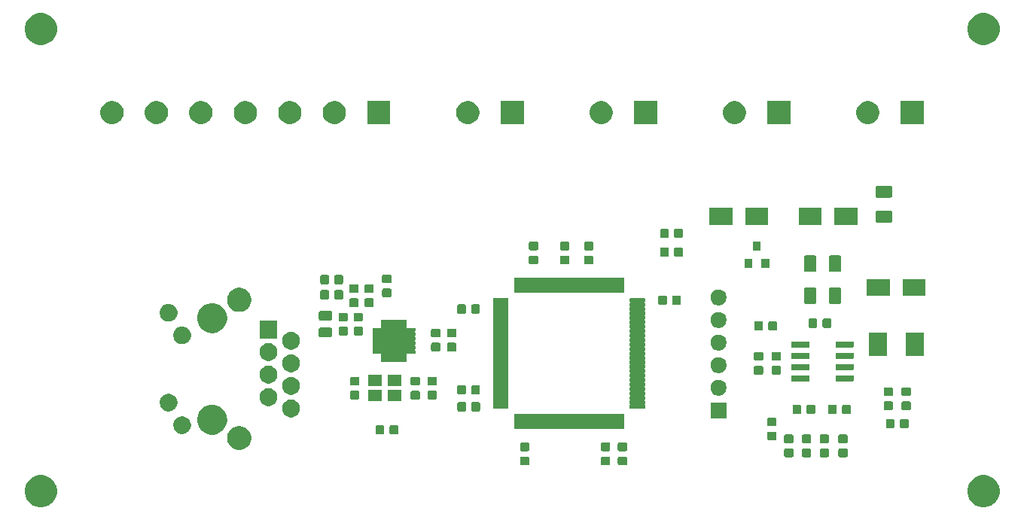
<source format=gbr>
G04 #@! TF.GenerationSoftware,KiCad,Pcbnew,5.1.5-52549c5~86~ubuntu18.04.1*
G04 #@! TF.CreationDate,2020-04-16T21:51:48+01:00*
G04 #@! TF.ProjectId,accesscontrol,61636365-7373-4636-9f6e-74726f6c2e6b,rev?*
G04 #@! TF.SameCoordinates,Original*
G04 #@! TF.FileFunction,Soldermask,Top*
G04 #@! TF.FilePolarity,Negative*
%FSLAX46Y46*%
G04 Gerber Fmt 4.6, Leading zero omitted, Abs format (unit mm)*
G04 Created by KiCad (PCBNEW 5.1.5-52549c5~86~ubuntu18.04.1) date 2020-04-16 21:51:48*
%MOMM*%
%LPD*%
G04 APERTURE LIST*
%ADD10C,0.100000*%
G04 APERTURE END LIST*
D10*
G36*
X171525331Y-112268211D02*
G01*
X171853092Y-112403974D01*
X172148070Y-112601072D01*
X172398928Y-112851930D01*
X172596026Y-113146908D01*
X172731789Y-113474669D01*
X172801000Y-113822616D01*
X172801000Y-114177384D01*
X172731789Y-114525331D01*
X172596026Y-114853092D01*
X172398928Y-115148070D01*
X172148070Y-115398928D01*
X171853092Y-115596026D01*
X171525331Y-115731789D01*
X171177384Y-115801000D01*
X170822616Y-115801000D01*
X170474669Y-115731789D01*
X170146908Y-115596026D01*
X169851930Y-115398928D01*
X169601072Y-115148070D01*
X169403974Y-114853092D01*
X169268211Y-114525331D01*
X169199000Y-114177384D01*
X169199000Y-113822616D01*
X169268211Y-113474669D01*
X169403974Y-113146908D01*
X169601072Y-112851930D01*
X169851930Y-112601072D01*
X170146908Y-112403974D01*
X170474669Y-112268211D01*
X170822616Y-112199000D01*
X171177384Y-112199000D01*
X171525331Y-112268211D01*
G37*
G36*
X65525331Y-112268211D02*
G01*
X65853092Y-112403974D01*
X66148070Y-112601072D01*
X66398928Y-112851930D01*
X66596026Y-113146908D01*
X66731789Y-113474669D01*
X66801000Y-113822616D01*
X66801000Y-114177384D01*
X66731789Y-114525331D01*
X66596026Y-114853092D01*
X66398928Y-115148070D01*
X66148070Y-115398928D01*
X65853092Y-115596026D01*
X65525331Y-115731789D01*
X65177384Y-115801000D01*
X64822616Y-115801000D01*
X64474669Y-115731789D01*
X64146908Y-115596026D01*
X63851930Y-115398928D01*
X63601072Y-115148070D01*
X63403974Y-114853092D01*
X63268211Y-114525331D01*
X63199000Y-114177384D01*
X63199000Y-113822616D01*
X63268211Y-113474669D01*
X63403974Y-113146908D01*
X63601072Y-112851930D01*
X63851930Y-112601072D01*
X64146908Y-112403974D01*
X64474669Y-112268211D01*
X64822616Y-112199000D01*
X65177384Y-112199000D01*
X65525331Y-112268211D01*
G37*
G36*
X119779591Y-110103085D02*
G01*
X119813569Y-110113393D01*
X119844890Y-110130134D01*
X119872339Y-110152661D01*
X119894866Y-110180110D01*
X119911607Y-110211431D01*
X119921915Y-110245409D01*
X119926000Y-110286890D01*
X119926000Y-110888110D01*
X119921915Y-110929591D01*
X119911607Y-110963569D01*
X119894866Y-110994890D01*
X119872339Y-111022339D01*
X119844890Y-111044866D01*
X119813569Y-111061607D01*
X119779591Y-111071915D01*
X119738110Y-111076000D01*
X119061890Y-111076000D01*
X119020409Y-111071915D01*
X118986431Y-111061607D01*
X118955110Y-111044866D01*
X118927661Y-111022339D01*
X118905134Y-110994890D01*
X118888393Y-110963569D01*
X118878085Y-110929591D01*
X118874000Y-110888110D01*
X118874000Y-110286890D01*
X118878085Y-110245409D01*
X118888393Y-110211431D01*
X118905134Y-110180110D01*
X118927661Y-110152661D01*
X118955110Y-110130134D01*
X118986431Y-110113393D01*
X119020409Y-110103085D01*
X119061890Y-110099000D01*
X119738110Y-110099000D01*
X119779591Y-110103085D01*
G37*
G36*
X130779591Y-110103085D02*
G01*
X130813569Y-110113393D01*
X130844890Y-110130134D01*
X130872339Y-110152661D01*
X130894866Y-110180110D01*
X130911607Y-110211431D01*
X130921915Y-110245409D01*
X130926000Y-110286890D01*
X130926000Y-110888110D01*
X130921915Y-110929591D01*
X130911607Y-110963569D01*
X130894866Y-110994890D01*
X130872339Y-111022339D01*
X130844890Y-111044866D01*
X130813569Y-111061607D01*
X130779591Y-111071915D01*
X130738110Y-111076000D01*
X130061890Y-111076000D01*
X130020409Y-111071915D01*
X129986431Y-111061607D01*
X129955110Y-111044866D01*
X129927661Y-111022339D01*
X129905134Y-110994890D01*
X129888393Y-110963569D01*
X129878085Y-110929591D01*
X129874000Y-110888110D01*
X129874000Y-110286890D01*
X129878085Y-110245409D01*
X129888393Y-110211431D01*
X129905134Y-110180110D01*
X129927661Y-110152661D01*
X129955110Y-110130134D01*
X129986431Y-110113393D01*
X130020409Y-110103085D01*
X130061890Y-110099000D01*
X130738110Y-110099000D01*
X130779591Y-110103085D01*
G37*
G36*
X128879591Y-110103085D02*
G01*
X128913569Y-110113393D01*
X128944890Y-110130134D01*
X128972339Y-110152661D01*
X128994866Y-110180110D01*
X129011607Y-110211431D01*
X129021915Y-110245409D01*
X129026000Y-110286890D01*
X129026000Y-110888110D01*
X129021915Y-110929591D01*
X129011607Y-110963569D01*
X128994866Y-110994890D01*
X128972339Y-111022339D01*
X128944890Y-111044866D01*
X128913569Y-111061607D01*
X128879591Y-111071915D01*
X128838110Y-111076000D01*
X128161890Y-111076000D01*
X128120409Y-111071915D01*
X128086431Y-111061607D01*
X128055110Y-111044866D01*
X128027661Y-111022339D01*
X128005134Y-110994890D01*
X127988393Y-110963569D01*
X127978085Y-110929591D01*
X127974000Y-110888110D01*
X127974000Y-110286890D01*
X127978085Y-110245409D01*
X127988393Y-110211431D01*
X128005134Y-110180110D01*
X128027661Y-110152661D01*
X128055110Y-110130134D01*
X128086431Y-110113393D01*
X128120409Y-110103085D01*
X128161890Y-110099000D01*
X128838110Y-110099000D01*
X128879591Y-110103085D01*
G37*
G36*
X155579591Y-109203085D02*
G01*
X155613569Y-109213393D01*
X155644890Y-109230134D01*
X155672339Y-109252661D01*
X155694866Y-109280110D01*
X155711607Y-109311431D01*
X155721915Y-109345409D01*
X155726000Y-109386890D01*
X155726000Y-109988110D01*
X155721915Y-110029591D01*
X155711607Y-110063569D01*
X155694866Y-110094890D01*
X155672339Y-110122339D01*
X155644890Y-110144866D01*
X155613569Y-110161607D01*
X155579591Y-110171915D01*
X155538110Y-110176000D01*
X154861890Y-110176000D01*
X154820409Y-110171915D01*
X154786431Y-110161607D01*
X154755110Y-110144866D01*
X154727661Y-110122339D01*
X154705134Y-110094890D01*
X154688393Y-110063569D01*
X154678085Y-110029591D01*
X154674000Y-109988110D01*
X154674000Y-109386890D01*
X154678085Y-109345409D01*
X154688393Y-109311431D01*
X154705134Y-109280110D01*
X154727661Y-109252661D01*
X154755110Y-109230134D01*
X154786431Y-109213393D01*
X154820409Y-109203085D01*
X154861890Y-109199000D01*
X155538110Y-109199000D01*
X155579591Y-109203085D01*
G37*
G36*
X153479591Y-109203085D02*
G01*
X153513569Y-109213393D01*
X153544890Y-109230134D01*
X153572339Y-109252661D01*
X153594866Y-109280110D01*
X153611607Y-109311431D01*
X153621915Y-109345409D01*
X153626000Y-109386890D01*
X153626000Y-109988110D01*
X153621915Y-110029591D01*
X153611607Y-110063569D01*
X153594866Y-110094890D01*
X153572339Y-110122339D01*
X153544890Y-110144866D01*
X153513569Y-110161607D01*
X153479591Y-110171915D01*
X153438110Y-110176000D01*
X152761890Y-110176000D01*
X152720409Y-110171915D01*
X152686431Y-110161607D01*
X152655110Y-110144866D01*
X152627661Y-110122339D01*
X152605134Y-110094890D01*
X152588393Y-110063569D01*
X152578085Y-110029591D01*
X152574000Y-109988110D01*
X152574000Y-109386890D01*
X152578085Y-109345409D01*
X152588393Y-109311431D01*
X152605134Y-109280110D01*
X152627661Y-109252661D01*
X152655110Y-109230134D01*
X152686431Y-109213393D01*
X152720409Y-109203085D01*
X152761890Y-109199000D01*
X153438110Y-109199000D01*
X153479591Y-109203085D01*
G37*
G36*
X149479591Y-109203085D02*
G01*
X149513569Y-109213393D01*
X149544890Y-109230134D01*
X149572339Y-109252661D01*
X149594866Y-109280110D01*
X149611607Y-109311431D01*
X149621915Y-109345409D01*
X149626000Y-109386890D01*
X149626000Y-109988110D01*
X149621915Y-110029591D01*
X149611607Y-110063569D01*
X149594866Y-110094890D01*
X149572339Y-110122339D01*
X149544890Y-110144866D01*
X149513569Y-110161607D01*
X149479591Y-110171915D01*
X149438110Y-110176000D01*
X148761890Y-110176000D01*
X148720409Y-110171915D01*
X148686431Y-110161607D01*
X148655110Y-110144866D01*
X148627661Y-110122339D01*
X148605134Y-110094890D01*
X148588393Y-110063569D01*
X148578085Y-110029591D01*
X148574000Y-109988110D01*
X148574000Y-109386890D01*
X148578085Y-109345409D01*
X148588393Y-109311431D01*
X148605134Y-109280110D01*
X148627661Y-109252661D01*
X148655110Y-109230134D01*
X148686431Y-109213393D01*
X148720409Y-109203085D01*
X148761890Y-109199000D01*
X149438110Y-109199000D01*
X149479591Y-109203085D01*
G37*
G36*
X151479591Y-109203085D02*
G01*
X151513569Y-109213393D01*
X151544890Y-109230134D01*
X151572339Y-109252661D01*
X151594866Y-109280110D01*
X151611607Y-109311431D01*
X151621915Y-109345409D01*
X151626000Y-109386890D01*
X151626000Y-109988110D01*
X151621915Y-110029591D01*
X151611607Y-110063569D01*
X151594866Y-110094890D01*
X151572339Y-110122339D01*
X151544890Y-110144866D01*
X151513569Y-110161607D01*
X151479591Y-110171915D01*
X151438110Y-110176000D01*
X150761890Y-110176000D01*
X150720409Y-110171915D01*
X150686431Y-110161607D01*
X150655110Y-110144866D01*
X150627661Y-110122339D01*
X150605134Y-110094890D01*
X150588393Y-110063569D01*
X150578085Y-110029591D01*
X150574000Y-109988110D01*
X150574000Y-109386890D01*
X150578085Y-109345409D01*
X150588393Y-109311431D01*
X150605134Y-109280110D01*
X150627661Y-109252661D01*
X150655110Y-109230134D01*
X150686431Y-109213393D01*
X150720409Y-109203085D01*
X150761890Y-109199000D01*
X151438110Y-109199000D01*
X151479591Y-109203085D01*
G37*
G36*
X130779591Y-108528085D02*
G01*
X130813569Y-108538393D01*
X130844890Y-108555134D01*
X130872339Y-108577661D01*
X130894866Y-108605110D01*
X130911607Y-108636431D01*
X130921915Y-108670409D01*
X130926000Y-108711890D01*
X130926000Y-109313110D01*
X130921915Y-109354591D01*
X130911607Y-109388569D01*
X130894866Y-109419890D01*
X130872339Y-109447339D01*
X130844890Y-109469866D01*
X130813569Y-109486607D01*
X130779591Y-109496915D01*
X130738110Y-109501000D01*
X130061890Y-109501000D01*
X130020409Y-109496915D01*
X129986431Y-109486607D01*
X129955110Y-109469866D01*
X129927661Y-109447339D01*
X129905134Y-109419890D01*
X129888393Y-109388569D01*
X129878085Y-109354591D01*
X129874000Y-109313110D01*
X129874000Y-108711890D01*
X129878085Y-108670409D01*
X129888393Y-108636431D01*
X129905134Y-108605110D01*
X129927661Y-108577661D01*
X129955110Y-108555134D01*
X129986431Y-108538393D01*
X130020409Y-108528085D01*
X130061890Y-108524000D01*
X130738110Y-108524000D01*
X130779591Y-108528085D01*
G37*
G36*
X128879591Y-108528085D02*
G01*
X128913569Y-108538393D01*
X128944890Y-108555134D01*
X128972339Y-108577661D01*
X128994866Y-108605110D01*
X129011607Y-108636431D01*
X129021915Y-108670409D01*
X129026000Y-108711890D01*
X129026000Y-109313110D01*
X129021915Y-109354591D01*
X129011607Y-109388569D01*
X128994866Y-109419890D01*
X128972339Y-109447339D01*
X128944890Y-109469866D01*
X128913569Y-109486607D01*
X128879591Y-109496915D01*
X128838110Y-109501000D01*
X128161890Y-109501000D01*
X128120409Y-109496915D01*
X128086431Y-109486607D01*
X128055110Y-109469866D01*
X128027661Y-109447339D01*
X128005134Y-109419890D01*
X127988393Y-109388569D01*
X127978085Y-109354591D01*
X127974000Y-109313110D01*
X127974000Y-108711890D01*
X127978085Y-108670409D01*
X127988393Y-108636431D01*
X128005134Y-108605110D01*
X128027661Y-108577661D01*
X128055110Y-108555134D01*
X128086431Y-108538393D01*
X128120409Y-108528085D01*
X128161890Y-108524000D01*
X128838110Y-108524000D01*
X128879591Y-108528085D01*
G37*
G36*
X119779591Y-108528085D02*
G01*
X119813569Y-108538393D01*
X119844890Y-108555134D01*
X119872339Y-108577661D01*
X119894866Y-108605110D01*
X119911607Y-108636431D01*
X119921915Y-108670409D01*
X119926000Y-108711890D01*
X119926000Y-109313110D01*
X119921915Y-109354591D01*
X119911607Y-109388569D01*
X119894866Y-109419890D01*
X119872339Y-109447339D01*
X119844890Y-109469866D01*
X119813569Y-109486607D01*
X119779591Y-109496915D01*
X119738110Y-109501000D01*
X119061890Y-109501000D01*
X119020409Y-109496915D01*
X118986431Y-109486607D01*
X118955110Y-109469866D01*
X118927661Y-109447339D01*
X118905134Y-109419890D01*
X118888393Y-109388569D01*
X118878085Y-109354591D01*
X118874000Y-109313110D01*
X118874000Y-108711890D01*
X118878085Y-108670409D01*
X118888393Y-108636431D01*
X118905134Y-108605110D01*
X118927661Y-108577661D01*
X118955110Y-108555134D01*
X118986431Y-108538393D01*
X119020409Y-108528085D01*
X119061890Y-108524000D01*
X119738110Y-108524000D01*
X119779591Y-108528085D01*
G37*
G36*
X87704072Y-106720918D02*
G01*
X87939054Y-106818250D01*
X87949939Y-106822759D01*
X87983060Y-106844890D01*
X88133045Y-106945107D01*
X88171212Y-106970610D01*
X88359390Y-107158788D01*
X88500879Y-107370539D01*
X88507242Y-107380063D01*
X88609082Y-107625928D01*
X88661000Y-107886937D01*
X88661000Y-108153063D01*
X88609082Y-108414072D01*
X88550653Y-108555134D01*
X88507241Y-108659939D01*
X88359390Y-108881212D01*
X88171212Y-109069390D01*
X87949939Y-109217241D01*
X87949938Y-109217242D01*
X87949937Y-109217242D01*
X87704072Y-109319082D01*
X87443063Y-109371000D01*
X87176937Y-109371000D01*
X86915928Y-109319082D01*
X86670063Y-109217242D01*
X86670062Y-109217242D01*
X86670061Y-109217241D01*
X86448788Y-109069390D01*
X86260610Y-108881212D01*
X86112759Y-108659939D01*
X86069348Y-108555134D01*
X86010918Y-108414072D01*
X85959000Y-108153063D01*
X85959000Y-107886937D01*
X86010918Y-107625928D01*
X86112758Y-107380063D01*
X86119122Y-107370539D01*
X86260610Y-107158788D01*
X86448788Y-106970610D01*
X86486956Y-106945107D01*
X86636940Y-106844890D01*
X86670061Y-106822759D01*
X86680947Y-106818250D01*
X86915928Y-106720918D01*
X87176937Y-106669000D01*
X87443063Y-106669000D01*
X87704072Y-106720918D01*
G37*
G36*
X149479591Y-107628085D02*
G01*
X149513569Y-107638393D01*
X149544890Y-107655134D01*
X149572339Y-107677661D01*
X149594866Y-107705110D01*
X149611607Y-107736431D01*
X149621915Y-107770409D01*
X149626000Y-107811890D01*
X149626000Y-108413110D01*
X149621915Y-108454591D01*
X149611607Y-108488569D01*
X149594866Y-108519890D01*
X149572339Y-108547339D01*
X149544890Y-108569866D01*
X149513569Y-108586607D01*
X149479591Y-108596915D01*
X149438110Y-108601000D01*
X148761890Y-108601000D01*
X148720409Y-108596915D01*
X148686431Y-108586607D01*
X148655110Y-108569866D01*
X148627661Y-108547339D01*
X148605134Y-108519890D01*
X148588393Y-108488569D01*
X148578085Y-108454591D01*
X148574000Y-108413110D01*
X148574000Y-107811890D01*
X148578085Y-107770409D01*
X148588393Y-107736431D01*
X148605134Y-107705110D01*
X148627661Y-107677661D01*
X148655110Y-107655134D01*
X148686431Y-107638393D01*
X148720409Y-107628085D01*
X148761890Y-107624000D01*
X149438110Y-107624000D01*
X149479591Y-107628085D01*
G37*
G36*
X155579591Y-107628085D02*
G01*
X155613569Y-107638393D01*
X155644890Y-107655134D01*
X155672339Y-107677661D01*
X155694866Y-107705110D01*
X155711607Y-107736431D01*
X155721915Y-107770409D01*
X155726000Y-107811890D01*
X155726000Y-108413110D01*
X155721915Y-108454591D01*
X155711607Y-108488569D01*
X155694866Y-108519890D01*
X155672339Y-108547339D01*
X155644890Y-108569866D01*
X155613569Y-108586607D01*
X155579591Y-108596915D01*
X155538110Y-108601000D01*
X154861890Y-108601000D01*
X154820409Y-108596915D01*
X154786431Y-108586607D01*
X154755110Y-108569866D01*
X154727661Y-108547339D01*
X154705134Y-108519890D01*
X154688393Y-108488569D01*
X154678085Y-108454591D01*
X154674000Y-108413110D01*
X154674000Y-107811890D01*
X154678085Y-107770409D01*
X154688393Y-107736431D01*
X154705134Y-107705110D01*
X154727661Y-107677661D01*
X154755110Y-107655134D01*
X154786431Y-107638393D01*
X154820409Y-107628085D01*
X154861890Y-107624000D01*
X155538110Y-107624000D01*
X155579591Y-107628085D01*
G37*
G36*
X153479591Y-107628085D02*
G01*
X153513569Y-107638393D01*
X153544890Y-107655134D01*
X153572339Y-107677661D01*
X153594866Y-107705110D01*
X153611607Y-107736431D01*
X153621915Y-107770409D01*
X153626000Y-107811890D01*
X153626000Y-108413110D01*
X153621915Y-108454591D01*
X153611607Y-108488569D01*
X153594866Y-108519890D01*
X153572339Y-108547339D01*
X153544890Y-108569866D01*
X153513569Y-108586607D01*
X153479591Y-108596915D01*
X153438110Y-108601000D01*
X152761890Y-108601000D01*
X152720409Y-108596915D01*
X152686431Y-108586607D01*
X152655110Y-108569866D01*
X152627661Y-108547339D01*
X152605134Y-108519890D01*
X152588393Y-108488569D01*
X152578085Y-108454591D01*
X152574000Y-108413110D01*
X152574000Y-107811890D01*
X152578085Y-107770409D01*
X152588393Y-107736431D01*
X152605134Y-107705110D01*
X152627661Y-107677661D01*
X152655110Y-107655134D01*
X152686431Y-107638393D01*
X152720409Y-107628085D01*
X152761890Y-107624000D01*
X153438110Y-107624000D01*
X153479591Y-107628085D01*
G37*
G36*
X151479591Y-107628085D02*
G01*
X151513569Y-107638393D01*
X151544890Y-107655134D01*
X151572339Y-107677661D01*
X151594866Y-107705110D01*
X151611607Y-107736431D01*
X151621915Y-107770409D01*
X151626000Y-107811890D01*
X151626000Y-108413110D01*
X151621915Y-108454591D01*
X151611607Y-108488569D01*
X151594866Y-108519890D01*
X151572339Y-108547339D01*
X151544890Y-108569866D01*
X151513569Y-108586607D01*
X151479591Y-108596915D01*
X151438110Y-108601000D01*
X150761890Y-108601000D01*
X150720409Y-108596915D01*
X150686431Y-108586607D01*
X150655110Y-108569866D01*
X150627661Y-108547339D01*
X150605134Y-108519890D01*
X150588393Y-108488569D01*
X150578085Y-108454591D01*
X150574000Y-108413110D01*
X150574000Y-107811890D01*
X150578085Y-107770409D01*
X150588393Y-107736431D01*
X150605134Y-107705110D01*
X150627661Y-107677661D01*
X150655110Y-107655134D01*
X150686431Y-107638393D01*
X150720409Y-107628085D01*
X150761890Y-107624000D01*
X151438110Y-107624000D01*
X151479591Y-107628085D01*
G37*
G36*
X147579591Y-107303085D02*
G01*
X147613569Y-107313393D01*
X147644890Y-107330134D01*
X147672339Y-107352661D01*
X147694866Y-107380110D01*
X147711607Y-107411431D01*
X147721915Y-107445409D01*
X147726000Y-107486890D01*
X147726000Y-108088110D01*
X147721915Y-108129591D01*
X147711607Y-108163569D01*
X147694866Y-108194890D01*
X147672339Y-108222339D01*
X147644890Y-108244866D01*
X147613569Y-108261607D01*
X147579591Y-108271915D01*
X147538110Y-108276000D01*
X146861890Y-108276000D01*
X146820409Y-108271915D01*
X146786431Y-108261607D01*
X146755110Y-108244866D01*
X146727661Y-108222339D01*
X146705134Y-108194890D01*
X146688393Y-108163569D01*
X146678085Y-108129591D01*
X146674000Y-108088110D01*
X146674000Y-107486890D01*
X146678085Y-107445409D01*
X146688393Y-107411431D01*
X146705134Y-107380110D01*
X146727661Y-107352661D01*
X146755110Y-107330134D01*
X146786431Y-107313393D01*
X146820409Y-107303085D01*
X146861890Y-107299000D01*
X147538110Y-107299000D01*
X147579591Y-107303085D01*
G37*
G36*
X84538941Y-104306650D02*
G01*
X84748871Y-104348408D01*
X85053883Y-104474748D01*
X85328387Y-104658166D01*
X85561834Y-104891613D01*
X85745252Y-105166117D01*
X85870100Y-105467527D01*
X85871592Y-105471130D01*
X85932566Y-105777661D01*
X85936000Y-105794928D01*
X85936000Y-106125072D01*
X85871592Y-106448871D01*
X85745252Y-106753883D01*
X85561834Y-107028387D01*
X85328387Y-107261834D01*
X85053883Y-107445252D01*
X84748871Y-107571592D01*
X84682289Y-107584836D01*
X84425073Y-107636000D01*
X84094927Y-107636000D01*
X83837711Y-107584836D01*
X83771129Y-107571592D01*
X83466117Y-107445252D01*
X83191613Y-107261834D01*
X82958166Y-107028387D01*
X82774748Y-106753883D01*
X82648408Y-106448871D01*
X82584000Y-106125072D01*
X82584000Y-105794928D01*
X82587435Y-105777661D01*
X82648408Y-105471130D01*
X82649900Y-105467527D01*
X82774748Y-105166117D01*
X82958166Y-104891613D01*
X83191613Y-104658166D01*
X83466117Y-104474748D01*
X83771129Y-104348408D01*
X83981059Y-104306650D01*
X84094927Y-104284000D01*
X84425073Y-104284000D01*
X84538941Y-104306650D01*
G37*
G36*
X105042091Y-106578085D02*
G01*
X105076069Y-106588393D01*
X105107390Y-106605134D01*
X105134839Y-106627661D01*
X105157366Y-106655110D01*
X105174107Y-106686431D01*
X105184415Y-106720409D01*
X105188500Y-106761890D01*
X105188500Y-107438110D01*
X105184415Y-107479591D01*
X105174107Y-107513569D01*
X105157366Y-107544890D01*
X105134839Y-107572339D01*
X105107390Y-107594866D01*
X105076069Y-107611607D01*
X105042091Y-107621915D01*
X105000610Y-107626000D01*
X104399390Y-107626000D01*
X104357909Y-107621915D01*
X104323931Y-107611607D01*
X104292610Y-107594866D01*
X104265161Y-107572339D01*
X104242634Y-107544890D01*
X104225893Y-107513569D01*
X104215585Y-107479591D01*
X104211500Y-107438110D01*
X104211500Y-106761890D01*
X104215585Y-106720409D01*
X104225893Y-106686431D01*
X104242634Y-106655110D01*
X104265161Y-106627661D01*
X104292610Y-106605134D01*
X104323931Y-106588393D01*
X104357909Y-106578085D01*
X104399390Y-106574000D01*
X105000610Y-106574000D01*
X105042091Y-106578085D01*
G37*
G36*
X103467091Y-106578085D02*
G01*
X103501069Y-106588393D01*
X103532390Y-106605134D01*
X103559839Y-106627661D01*
X103582366Y-106655110D01*
X103599107Y-106686431D01*
X103609415Y-106720409D01*
X103613500Y-106761890D01*
X103613500Y-107438110D01*
X103609415Y-107479591D01*
X103599107Y-107513569D01*
X103582366Y-107544890D01*
X103559839Y-107572339D01*
X103532390Y-107594866D01*
X103501069Y-107611607D01*
X103467091Y-107621915D01*
X103425610Y-107626000D01*
X102824390Y-107626000D01*
X102782909Y-107621915D01*
X102748931Y-107611607D01*
X102717610Y-107594866D01*
X102690161Y-107572339D01*
X102667634Y-107544890D01*
X102650893Y-107513569D01*
X102640585Y-107479591D01*
X102636500Y-107438110D01*
X102636500Y-106761890D01*
X102640585Y-106720409D01*
X102650893Y-106686431D01*
X102667634Y-106655110D01*
X102690161Y-106627661D01*
X102717610Y-106605134D01*
X102748931Y-106588393D01*
X102782909Y-106578085D01*
X102824390Y-106574000D01*
X103425610Y-106574000D01*
X103467091Y-106578085D01*
G37*
G36*
X81170521Y-105612275D02*
G01*
X81261153Y-105649816D01*
X81351783Y-105687356D01*
X81514913Y-105796356D01*
X81653644Y-105935087D01*
X81762644Y-106098217D01*
X81773768Y-106125073D01*
X81837725Y-106279479D01*
X81876000Y-106471901D01*
X81876000Y-106668099D01*
X81837725Y-106860521D01*
X81802688Y-106945107D01*
X81762644Y-107041783D01*
X81653644Y-107204913D01*
X81514913Y-107343644D01*
X81351783Y-107452644D01*
X81269105Y-107486890D01*
X81170521Y-107527725D01*
X80978099Y-107566000D01*
X80781901Y-107566000D01*
X80589479Y-107527725D01*
X80490895Y-107486890D01*
X80408217Y-107452644D01*
X80245087Y-107343644D01*
X80106356Y-107204913D01*
X79997356Y-107041783D01*
X79957312Y-106945107D01*
X79922275Y-106860521D01*
X79884000Y-106668099D01*
X79884000Y-106471901D01*
X79922275Y-106279479D01*
X79986232Y-106125073D01*
X79997356Y-106098217D01*
X80106356Y-105935087D01*
X80245087Y-105796356D01*
X80408217Y-105687356D01*
X80498847Y-105649816D01*
X80589479Y-105612275D01*
X80781901Y-105574000D01*
X80978099Y-105574000D01*
X81170521Y-105612275D01*
G37*
G36*
X118570295Y-105325323D02*
G01*
X118577309Y-105327451D01*
X118591077Y-105334810D01*
X118613716Y-105344187D01*
X118637749Y-105348967D01*
X118662253Y-105348967D01*
X118686286Y-105344186D01*
X118708923Y-105334810D01*
X118722691Y-105327451D01*
X118729705Y-105325323D01*
X118743140Y-105324000D01*
X119056860Y-105324000D01*
X119070295Y-105325323D01*
X119077309Y-105327451D01*
X119091077Y-105334810D01*
X119113716Y-105344187D01*
X119137749Y-105348967D01*
X119162253Y-105348967D01*
X119186286Y-105344186D01*
X119208923Y-105334810D01*
X119222691Y-105327451D01*
X119229705Y-105325323D01*
X119243140Y-105324000D01*
X119556860Y-105324000D01*
X119570295Y-105325323D01*
X119577309Y-105327451D01*
X119591077Y-105334810D01*
X119613716Y-105344187D01*
X119637749Y-105348967D01*
X119662253Y-105348967D01*
X119686286Y-105344186D01*
X119708923Y-105334810D01*
X119722691Y-105327451D01*
X119729705Y-105325323D01*
X119743140Y-105324000D01*
X120056860Y-105324000D01*
X120070295Y-105325323D01*
X120077309Y-105327451D01*
X120091077Y-105334810D01*
X120113716Y-105344187D01*
X120137749Y-105348967D01*
X120162253Y-105348967D01*
X120186286Y-105344186D01*
X120208923Y-105334810D01*
X120222691Y-105327451D01*
X120229705Y-105325323D01*
X120243140Y-105324000D01*
X120556860Y-105324000D01*
X120570295Y-105325323D01*
X120577309Y-105327451D01*
X120591077Y-105334810D01*
X120613716Y-105344187D01*
X120637749Y-105348967D01*
X120662253Y-105348967D01*
X120686286Y-105344186D01*
X120708923Y-105334810D01*
X120722691Y-105327451D01*
X120729705Y-105325323D01*
X120743140Y-105324000D01*
X121056860Y-105324000D01*
X121070295Y-105325323D01*
X121077309Y-105327451D01*
X121091077Y-105334810D01*
X121113716Y-105344187D01*
X121137749Y-105348967D01*
X121162253Y-105348967D01*
X121186286Y-105344186D01*
X121208923Y-105334810D01*
X121222691Y-105327451D01*
X121229705Y-105325323D01*
X121243140Y-105324000D01*
X121556860Y-105324000D01*
X121570295Y-105325323D01*
X121577309Y-105327451D01*
X121591077Y-105334810D01*
X121613716Y-105344187D01*
X121637749Y-105348967D01*
X121662253Y-105348967D01*
X121686286Y-105344186D01*
X121708923Y-105334810D01*
X121722691Y-105327451D01*
X121729705Y-105325323D01*
X121743140Y-105324000D01*
X122056860Y-105324000D01*
X122070295Y-105325323D01*
X122077309Y-105327451D01*
X122091077Y-105334810D01*
X122113716Y-105344187D01*
X122137749Y-105348967D01*
X122162253Y-105348967D01*
X122186286Y-105344186D01*
X122208923Y-105334810D01*
X122222691Y-105327451D01*
X122229705Y-105325323D01*
X122243140Y-105324000D01*
X122556860Y-105324000D01*
X122570295Y-105325323D01*
X122577309Y-105327451D01*
X122591077Y-105334810D01*
X122613716Y-105344187D01*
X122637749Y-105348967D01*
X122662253Y-105348967D01*
X122686286Y-105344186D01*
X122708923Y-105334810D01*
X122722691Y-105327451D01*
X122729705Y-105325323D01*
X122743140Y-105324000D01*
X123056860Y-105324000D01*
X123070295Y-105325323D01*
X123077309Y-105327451D01*
X123091077Y-105334810D01*
X123113716Y-105344187D01*
X123137749Y-105348967D01*
X123162253Y-105348967D01*
X123186286Y-105344186D01*
X123208923Y-105334810D01*
X123222691Y-105327451D01*
X123229705Y-105325323D01*
X123243140Y-105324000D01*
X123556860Y-105324000D01*
X123570295Y-105325323D01*
X123577309Y-105327451D01*
X123591077Y-105334810D01*
X123613716Y-105344187D01*
X123637749Y-105348967D01*
X123662253Y-105348967D01*
X123686286Y-105344186D01*
X123708923Y-105334810D01*
X123722691Y-105327451D01*
X123729705Y-105325323D01*
X123743140Y-105324000D01*
X124056860Y-105324000D01*
X124070295Y-105325323D01*
X124077309Y-105327451D01*
X124091077Y-105334810D01*
X124113716Y-105344187D01*
X124137749Y-105348967D01*
X124162253Y-105348967D01*
X124186286Y-105344186D01*
X124208923Y-105334810D01*
X124222691Y-105327451D01*
X124229705Y-105325323D01*
X124243140Y-105324000D01*
X124556860Y-105324000D01*
X124570295Y-105325323D01*
X124577309Y-105327451D01*
X124591077Y-105334810D01*
X124613716Y-105344187D01*
X124637749Y-105348967D01*
X124662253Y-105348967D01*
X124686286Y-105344186D01*
X124708923Y-105334810D01*
X124722691Y-105327451D01*
X124729705Y-105325323D01*
X124743140Y-105324000D01*
X125056860Y-105324000D01*
X125070295Y-105325323D01*
X125077309Y-105327451D01*
X125091077Y-105334810D01*
X125113716Y-105344187D01*
X125137749Y-105348967D01*
X125162253Y-105348967D01*
X125186286Y-105344186D01*
X125208923Y-105334810D01*
X125222691Y-105327451D01*
X125229705Y-105325323D01*
X125243140Y-105324000D01*
X125556860Y-105324000D01*
X125570295Y-105325323D01*
X125577309Y-105327451D01*
X125591077Y-105334810D01*
X125613716Y-105344187D01*
X125637749Y-105348967D01*
X125662253Y-105348967D01*
X125686286Y-105344186D01*
X125708923Y-105334810D01*
X125722691Y-105327451D01*
X125729705Y-105325323D01*
X125743140Y-105324000D01*
X126056860Y-105324000D01*
X126070295Y-105325323D01*
X126077309Y-105327451D01*
X126091077Y-105334810D01*
X126113716Y-105344187D01*
X126137749Y-105348967D01*
X126162253Y-105348967D01*
X126186286Y-105344186D01*
X126208923Y-105334810D01*
X126222691Y-105327451D01*
X126229705Y-105325323D01*
X126243140Y-105324000D01*
X126556860Y-105324000D01*
X126570295Y-105325323D01*
X126577309Y-105327451D01*
X126591077Y-105334810D01*
X126613716Y-105344187D01*
X126637749Y-105348967D01*
X126662253Y-105348967D01*
X126686286Y-105344186D01*
X126708923Y-105334810D01*
X126722691Y-105327451D01*
X126729705Y-105325323D01*
X126743140Y-105324000D01*
X127056860Y-105324000D01*
X127070295Y-105325323D01*
X127077309Y-105327451D01*
X127091077Y-105334810D01*
X127113716Y-105344187D01*
X127137749Y-105348967D01*
X127162253Y-105348967D01*
X127186286Y-105344186D01*
X127208923Y-105334810D01*
X127222691Y-105327451D01*
X127229705Y-105325323D01*
X127243140Y-105324000D01*
X127556860Y-105324000D01*
X127570295Y-105325323D01*
X127577309Y-105327451D01*
X127591077Y-105334810D01*
X127613716Y-105344187D01*
X127637749Y-105348967D01*
X127662253Y-105348967D01*
X127686286Y-105344186D01*
X127708923Y-105334810D01*
X127722691Y-105327451D01*
X127729705Y-105325323D01*
X127743140Y-105324000D01*
X128056860Y-105324000D01*
X128070295Y-105325323D01*
X128077309Y-105327451D01*
X128091077Y-105334810D01*
X128113716Y-105344187D01*
X128137749Y-105348967D01*
X128162253Y-105348967D01*
X128186286Y-105344186D01*
X128208923Y-105334810D01*
X128222691Y-105327451D01*
X128229705Y-105325323D01*
X128243140Y-105324000D01*
X128556860Y-105324000D01*
X128570295Y-105325323D01*
X128577309Y-105327451D01*
X128591077Y-105334810D01*
X128613716Y-105344187D01*
X128637749Y-105348967D01*
X128662253Y-105348967D01*
X128686286Y-105344186D01*
X128708923Y-105334810D01*
X128722691Y-105327451D01*
X128729705Y-105325323D01*
X128743140Y-105324000D01*
X129056860Y-105324000D01*
X129070295Y-105325323D01*
X129077309Y-105327451D01*
X129091077Y-105334810D01*
X129113716Y-105344187D01*
X129137749Y-105348967D01*
X129162253Y-105348967D01*
X129186286Y-105344186D01*
X129208923Y-105334810D01*
X129222691Y-105327451D01*
X129229705Y-105325323D01*
X129243140Y-105324000D01*
X129556860Y-105324000D01*
X129570295Y-105325323D01*
X129577309Y-105327451D01*
X129591077Y-105334810D01*
X129613716Y-105344187D01*
X129637749Y-105348967D01*
X129662253Y-105348967D01*
X129686286Y-105344186D01*
X129708923Y-105334810D01*
X129722691Y-105327451D01*
X129729705Y-105325323D01*
X129743140Y-105324000D01*
X130056860Y-105324000D01*
X130070295Y-105325323D01*
X130077309Y-105327451D01*
X130091077Y-105334810D01*
X130113716Y-105344187D01*
X130137749Y-105348967D01*
X130162253Y-105348967D01*
X130186286Y-105344186D01*
X130208923Y-105334810D01*
X130222691Y-105327451D01*
X130229705Y-105325323D01*
X130243140Y-105324000D01*
X130556860Y-105324000D01*
X130570295Y-105325323D01*
X130577310Y-105327451D01*
X130583776Y-105330908D01*
X130589442Y-105335558D01*
X130594092Y-105341224D01*
X130597549Y-105347690D01*
X130599677Y-105354705D01*
X130601000Y-105368140D01*
X130601000Y-106981860D01*
X130599677Y-106995295D01*
X130597549Y-107002310D01*
X130594092Y-107008776D01*
X130589442Y-107014442D01*
X130583776Y-107019092D01*
X130577310Y-107022549D01*
X130570295Y-107024677D01*
X130556860Y-107026000D01*
X130243140Y-107026000D01*
X130229705Y-107024677D01*
X130222691Y-107022549D01*
X130208923Y-107015190D01*
X130186284Y-107005813D01*
X130162251Y-107001033D01*
X130137747Y-107001033D01*
X130113714Y-107005814D01*
X130091077Y-107015190D01*
X130077309Y-107022549D01*
X130070295Y-107024677D01*
X130056860Y-107026000D01*
X129743140Y-107026000D01*
X129729705Y-107024677D01*
X129722691Y-107022549D01*
X129708923Y-107015190D01*
X129686284Y-107005813D01*
X129662251Y-107001033D01*
X129637747Y-107001033D01*
X129613714Y-107005814D01*
X129591077Y-107015190D01*
X129577309Y-107022549D01*
X129570295Y-107024677D01*
X129556860Y-107026000D01*
X129243140Y-107026000D01*
X129229705Y-107024677D01*
X129222691Y-107022549D01*
X129208923Y-107015190D01*
X129186284Y-107005813D01*
X129162251Y-107001033D01*
X129137747Y-107001033D01*
X129113714Y-107005814D01*
X129091077Y-107015190D01*
X129077309Y-107022549D01*
X129070295Y-107024677D01*
X129056860Y-107026000D01*
X128743140Y-107026000D01*
X128729705Y-107024677D01*
X128722691Y-107022549D01*
X128708923Y-107015190D01*
X128686284Y-107005813D01*
X128662251Y-107001033D01*
X128637747Y-107001033D01*
X128613714Y-107005814D01*
X128591077Y-107015190D01*
X128577309Y-107022549D01*
X128570295Y-107024677D01*
X128556860Y-107026000D01*
X128243140Y-107026000D01*
X128229705Y-107024677D01*
X128222691Y-107022549D01*
X128208923Y-107015190D01*
X128186284Y-107005813D01*
X128162251Y-107001033D01*
X128137747Y-107001033D01*
X128113714Y-107005814D01*
X128091077Y-107015190D01*
X128077309Y-107022549D01*
X128070295Y-107024677D01*
X128056860Y-107026000D01*
X127743140Y-107026000D01*
X127729705Y-107024677D01*
X127722691Y-107022549D01*
X127708923Y-107015190D01*
X127686284Y-107005813D01*
X127662251Y-107001033D01*
X127637747Y-107001033D01*
X127613714Y-107005814D01*
X127591077Y-107015190D01*
X127577309Y-107022549D01*
X127570295Y-107024677D01*
X127556860Y-107026000D01*
X127243140Y-107026000D01*
X127229705Y-107024677D01*
X127222691Y-107022549D01*
X127208923Y-107015190D01*
X127186284Y-107005813D01*
X127162251Y-107001033D01*
X127137747Y-107001033D01*
X127113714Y-107005814D01*
X127091077Y-107015190D01*
X127077309Y-107022549D01*
X127070295Y-107024677D01*
X127056860Y-107026000D01*
X126743140Y-107026000D01*
X126729705Y-107024677D01*
X126722691Y-107022549D01*
X126708923Y-107015190D01*
X126686284Y-107005813D01*
X126662251Y-107001033D01*
X126637747Y-107001033D01*
X126613714Y-107005814D01*
X126591077Y-107015190D01*
X126577309Y-107022549D01*
X126570295Y-107024677D01*
X126556860Y-107026000D01*
X126243140Y-107026000D01*
X126229705Y-107024677D01*
X126222691Y-107022549D01*
X126208923Y-107015190D01*
X126186284Y-107005813D01*
X126162251Y-107001033D01*
X126137747Y-107001033D01*
X126113714Y-107005814D01*
X126091077Y-107015190D01*
X126077309Y-107022549D01*
X126070295Y-107024677D01*
X126056860Y-107026000D01*
X125743140Y-107026000D01*
X125729705Y-107024677D01*
X125722691Y-107022549D01*
X125708923Y-107015190D01*
X125686284Y-107005813D01*
X125662251Y-107001033D01*
X125637747Y-107001033D01*
X125613714Y-107005814D01*
X125591077Y-107015190D01*
X125577309Y-107022549D01*
X125570295Y-107024677D01*
X125556860Y-107026000D01*
X125243140Y-107026000D01*
X125229705Y-107024677D01*
X125222691Y-107022549D01*
X125208923Y-107015190D01*
X125186284Y-107005813D01*
X125162251Y-107001033D01*
X125137747Y-107001033D01*
X125113714Y-107005814D01*
X125091077Y-107015190D01*
X125077309Y-107022549D01*
X125070295Y-107024677D01*
X125056860Y-107026000D01*
X124743140Y-107026000D01*
X124729705Y-107024677D01*
X124722691Y-107022549D01*
X124708923Y-107015190D01*
X124686284Y-107005813D01*
X124662251Y-107001033D01*
X124637747Y-107001033D01*
X124613714Y-107005814D01*
X124591077Y-107015190D01*
X124577309Y-107022549D01*
X124570295Y-107024677D01*
X124556860Y-107026000D01*
X124243140Y-107026000D01*
X124229705Y-107024677D01*
X124222691Y-107022549D01*
X124208923Y-107015190D01*
X124186284Y-107005813D01*
X124162251Y-107001033D01*
X124137747Y-107001033D01*
X124113714Y-107005814D01*
X124091077Y-107015190D01*
X124077309Y-107022549D01*
X124070295Y-107024677D01*
X124056860Y-107026000D01*
X123743140Y-107026000D01*
X123729705Y-107024677D01*
X123722691Y-107022549D01*
X123708923Y-107015190D01*
X123686284Y-107005813D01*
X123662251Y-107001033D01*
X123637747Y-107001033D01*
X123613714Y-107005814D01*
X123591077Y-107015190D01*
X123577309Y-107022549D01*
X123570295Y-107024677D01*
X123556860Y-107026000D01*
X123243140Y-107026000D01*
X123229705Y-107024677D01*
X123222691Y-107022549D01*
X123208923Y-107015190D01*
X123186284Y-107005813D01*
X123162251Y-107001033D01*
X123137747Y-107001033D01*
X123113714Y-107005814D01*
X123091077Y-107015190D01*
X123077309Y-107022549D01*
X123070295Y-107024677D01*
X123056860Y-107026000D01*
X122743140Y-107026000D01*
X122729705Y-107024677D01*
X122722691Y-107022549D01*
X122708923Y-107015190D01*
X122686284Y-107005813D01*
X122662251Y-107001033D01*
X122637747Y-107001033D01*
X122613714Y-107005814D01*
X122591077Y-107015190D01*
X122577309Y-107022549D01*
X122570295Y-107024677D01*
X122556860Y-107026000D01*
X122243140Y-107026000D01*
X122229705Y-107024677D01*
X122222691Y-107022549D01*
X122208923Y-107015190D01*
X122186284Y-107005813D01*
X122162251Y-107001033D01*
X122137747Y-107001033D01*
X122113714Y-107005814D01*
X122091077Y-107015190D01*
X122077309Y-107022549D01*
X122070295Y-107024677D01*
X122056860Y-107026000D01*
X121743140Y-107026000D01*
X121729705Y-107024677D01*
X121722691Y-107022549D01*
X121708923Y-107015190D01*
X121686284Y-107005813D01*
X121662251Y-107001033D01*
X121637747Y-107001033D01*
X121613714Y-107005814D01*
X121591077Y-107015190D01*
X121577309Y-107022549D01*
X121570295Y-107024677D01*
X121556860Y-107026000D01*
X121243140Y-107026000D01*
X121229705Y-107024677D01*
X121222691Y-107022549D01*
X121208923Y-107015190D01*
X121186284Y-107005813D01*
X121162251Y-107001033D01*
X121137747Y-107001033D01*
X121113714Y-107005814D01*
X121091077Y-107015190D01*
X121077309Y-107022549D01*
X121070295Y-107024677D01*
X121056860Y-107026000D01*
X120743140Y-107026000D01*
X120729705Y-107024677D01*
X120722691Y-107022549D01*
X120708923Y-107015190D01*
X120686284Y-107005813D01*
X120662251Y-107001033D01*
X120637747Y-107001033D01*
X120613714Y-107005814D01*
X120591077Y-107015190D01*
X120577309Y-107022549D01*
X120570295Y-107024677D01*
X120556860Y-107026000D01*
X120243140Y-107026000D01*
X120229705Y-107024677D01*
X120222691Y-107022549D01*
X120208923Y-107015190D01*
X120186284Y-107005813D01*
X120162251Y-107001033D01*
X120137747Y-107001033D01*
X120113714Y-107005814D01*
X120091077Y-107015190D01*
X120077309Y-107022549D01*
X120070295Y-107024677D01*
X120056860Y-107026000D01*
X119743140Y-107026000D01*
X119729705Y-107024677D01*
X119722691Y-107022549D01*
X119708923Y-107015190D01*
X119686284Y-107005813D01*
X119662251Y-107001033D01*
X119637747Y-107001033D01*
X119613714Y-107005814D01*
X119591077Y-107015190D01*
X119577309Y-107022549D01*
X119570295Y-107024677D01*
X119556860Y-107026000D01*
X119243140Y-107026000D01*
X119229705Y-107024677D01*
X119222691Y-107022549D01*
X119208923Y-107015190D01*
X119186284Y-107005813D01*
X119162251Y-107001033D01*
X119137747Y-107001033D01*
X119113714Y-107005814D01*
X119091077Y-107015190D01*
X119077309Y-107022549D01*
X119070295Y-107024677D01*
X119056860Y-107026000D01*
X118743140Y-107026000D01*
X118729705Y-107024677D01*
X118722691Y-107022549D01*
X118708923Y-107015190D01*
X118686284Y-107005813D01*
X118662251Y-107001033D01*
X118637747Y-107001033D01*
X118613714Y-107005814D01*
X118591077Y-107015190D01*
X118577309Y-107022549D01*
X118570295Y-107024677D01*
X118556860Y-107026000D01*
X118243140Y-107026000D01*
X118229705Y-107024677D01*
X118222690Y-107022549D01*
X118216224Y-107019092D01*
X118210558Y-107014442D01*
X118205908Y-107008776D01*
X118202451Y-107002310D01*
X118200323Y-106995295D01*
X118199000Y-106981860D01*
X118199000Y-105368140D01*
X118200323Y-105354705D01*
X118202451Y-105347690D01*
X118205908Y-105341224D01*
X118210558Y-105335558D01*
X118216224Y-105330908D01*
X118222690Y-105327451D01*
X118229705Y-105325323D01*
X118243140Y-105324000D01*
X118556860Y-105324000D01*
X118570295Y-105325323D01*
G37*
G36*
X162429591Y-105878085D02*
G01*
X162463569Y-105888393D01*
X162494890Y-105905134D01*
X162522339Y-105927661D01*
X162544866Y-105955110D01*
X162561607Y-105986431D01*
X162571915Y-106020409D01*
X162576000Y-106061890D01*
X162576000Y-106738110D01*
X162571915Y-106779591D01*
X162561607Y-106813569D01*
X162544866Y-106844890D01*
X162522339Y-106872339D01*
X162494890Y-106894866D01*
X162463569Y-106911607D01*
X162429591Y-106921915D01*
X162388110Y-106926000D01*
X161786890Y-106926000D01*
X161745409Y-106921915D01*
X161711431Y-106911607D01*
X161680110Y-106894866D01*
X161652661Y-106872339D01*
X161630134Y-106844890D01*
X161613393Y-106813569D01*
X161603085Y-106779591D01*
X161599000Y-106738110D01*
X161599000Y-106061890D01*
X161603085Y-106020409D01*
X161613393Y-105986431D01*
X161630134Y-105955110D01*
X161652661Y-105927661D01*
X161680110Y-105905134D01*
X161711431Y-105888393D01*
X161745409Y-105878085D01*
X161786890Y-105874000D01*
X162388110Y-105874000D01*
X162429591Y-105878085D01*
G37*
G36*
X160854591Y-105878085D02*
G01*
X160888569Y-105888393D01*
X160919890Y-105905134D01*
X160947339Y-105927661D01*
X160969866Y-105955110D01*
X160986607Y-105986431D01*
X160996915Y-106020409D01*
X161001000Y-106061890D01*
X161001000Y-106738110D01*
X160996915Y-106779591D01*
X160986607Y-106813569D01*
X160969866Y-106844890D01*
X160947339Y-106872339D01*
X160919890Y-106894866D01*
X160888569Y-106911607D01*
X160854591Y-106921915D01*
X160813110Y-106926000D01*
X160211890Y-106926000D01*
X160170409Y-106921915D01*
X160136431Y-106911607D01*
X160105110Y-106894866D01*
X160077661Y-106872339D01*
X160055134Y-106844890D01*
X160038393Y-106813569D01*
X160028085Y-106779591D01*
X160024000Y-106738110D01*
X160024000Y-106061890D01*
X160028085Y-106020409D01*
X160038393Y-105986431D01*
X160055134Y-105955110D01*
X160077661Y-105927661D01*
X160105110Y-105905134D01*
X160136431Y-105888393D01*
X160170409Y-105878085D01*
X160211890Y-105874000D01*
X160813110Y-105874000D01*
X160854591Y-105878085D01*
G37*
G36*
X147579591Y-105728085D02*
G01*
X147613569Y-105738393D01*
X147644890Y-105755134D01*
X147672339Y-105777661D01*
X147694866Y-105805110D01*
X147711607Y-105836431D01*
X147721915Y-105870409D01*
X147726000Y-105911890D01*
X147726000Y-106513110D01*
X147721915Y-106554591D01*
X147711607Y-106588569D01*
X147694866Y-106619890D01*
X147672339Y-106647339D01*
X147644890Y-106669866D01*
X147613569Y-106686607D01*
X147579591Y-106696915D01*
X147538110Y-106701000D01*
X146861890Y-106701000D01*
X146820409Y-106696915D01*
X146786431Y-106686607D01*
X146755110Y-106669866D01*
X146727661Y-106647339D01*
X146705134Y-106619890D01*
X146688393Y-106588569D01*
X146678085Y-106554591D01*
X146674000Y-106513110D01*
X146674000Y-105911890D01*
X146678085Y-105870409D01*
X146688393Y-105836431D01*
X146705134Y-105805110D01*
X146727661Y-105777661D01*
X146755110Y-105755134D01*
X146786431Y-105738393D01*
X146820409Y-105728085D01*
X146861890Y-105724000D01*
X147538110Y-105724000D01*
X147579591Y-105728085D01*
G37*
G36*
X142101000Y-105801000D02*
G01*
X140299000Y-105801000D01*
X140299000Y-103999000D01*
X142101000Y-103999000D01*
X142101000Y-105801000D01*
G37*
G36*
X93298918Y-103701000D02*
G01*
X93431981Y-103727468D01*
X93614151Y-103802926D01*
X93778100Y-103912473D01*
X93917527Y-104051900D01*
X94027074Y-104215849D01*
X94102532Y-104398019D01*
X94141000Y-104591410D01*
X94141000Y-104788590D01*
X94102532Y-104981981D01*
X94027074Y-105164151D01*
X93917527Y-105328100D01*
X93778100Y-105467527D01*
X93614151Y-105577074D01*
X93431981Y-105652532D01*
X93335285Y-105671766D01*
X93238591Y-105691000D01*
X93041409Y-105691000D01*
X92848019Y-105652532D01*
X92665849Y-105577074D01*
X92501900Y-105467527D01*
X92362473Y-105328100D01*
X92252926Y-105164151D01*
X92177468Y-104981981D01*
X92139000Y-104788590D01*
X92139000Y-104591410D01*
X92177468Y-104398019D01*
X92252926Y-104215849D01*
X92362473Y-104051900D01*
X92501900Y-103912473D01*
X92665849Y-103802926D01*
X92848019Y-103727468D01*
X92981082Y-103701000D01*
X93041409Y-103689000D01*
X93238591Y-103689000D01*
X93298918Y-103701000D01*
G37*
G36*
X150354591Y-104278085D02*
G01*
X150388569Y-104288393D01*
X150419890Y-104305134D01*
X150447339Y-104327661D01*
X150469866Y-104355110D01*
X150486607Y-104386431D01*
X150496915Y-104420409D01*
X150501000Y-104461890D01*
X150501000Y-105138110D01*
X150496915Y-105179591D01*
X150486607Y-105213569D01*
X150469866Y-105244890D01*
X150447339Y-105272339D01*
X150419890Y-105294866D01*
X150388569Y-105311607D01*
X150354591Y-105321915D01*
X150313110Y-105326000D01*
X149711890Y-105326000D01*
X149670409Y-105321915D01*
X149636431Y-105311607D01*
X149605110Y-105294866D01*
X149577661Y-105272339D01*
X149555134Y-105244890D01*
X149538393Y-105213569D01*
X149528085Y-105179591D01*
X149524000Y-105138110D01*
X149524000Y-104461890D01*
X149528085Y-104420409D01*
X149538393Y-104386431D01*
X149555134Y-104355110D01*
X149577661Y-104327661D01*
X149605110Y-104305134D01*
X149636431Y-104288393D01*
X149670409Y-104278085D01*
X149711890Y-104274000D01*
X150313110Y-104274000D01*
X150354591Y-104278085D01*
G37*
G36*
X154354591Y-104278085D02*
G01*
X154388569Y-104288393D01*
X154419890Y-104305134D01*
X154447339Y-104327661D01*
X154469866Y-104355110D01*
X154486607Y-104386431D01*
X154496915Y-104420409D01*
X154501000Y-104461890D01*
X154501000Y-105138110D01*
X154496915Y-105179591D01*
X154486607Y-105213569D01*
X154469866Y-105244890D01*
X154447339Y-105272339D01*
X154419890Y-105294866D01*
X154388569Y-105311607D01*
X154354591Y-105321915D01*
X154313110Y-105326000D01*
X153711890Y-105326000D01*
X153670409Y-105321915D01*
X153636431Y-105311607D01*
X153605110Y-105294866D01*
X153577661Y-105272339D01*
X153555134Y-105244890D01*
X153538393Y-105213569D01*
X153528085Y-105179591D01*
X153524000Y-105138110D01*
X153524000Y-104461890D01*
X153528085Y-104420409D01*
X153538393Y-104386431D01*
X153555134Y-104355110D01*
X153577661Y-104327661D01*
X153605110Y-104305134D01*
X153636431Y-104288393D01*
X153670409Y-104278085D01*
X153711890Y-104274000D01*
X154313110Y-104274000D01*
X154354591Y-104278085D01*
G37*
G36*
X155929591Y-104278085D02*
G01*
X155963569Y-104288393D01*
X155994890Y-104305134D01*
X156022339Y-104327661D01*
X156044866Y-104355110D01*
X156061607Y-104386431D01*
X156071915Y-104420409D01*
X156076000Y-104461890D01*
X156076000Y-105138110D01*
X156071915Y-105179591D01*
X156061607Y-105213569D01*
X156044866Y-105244890D01*
X156022339Y-105272339D01*
X155994890Y-105294866D01*
X155963569Y-105311607D01*
X155929591Y-105321915D01*
X155888110Y-105326000D01*
X155286890Y-105326000D01*
X155245409Y-105321915D01*
X155211431Y-105311607D01*
X155180110Y-105294866D01*
X155152661Y-105272339D01*
X155130134Y-105244890D01*
X155113393Y-105213569D01*
X155103085Y-105179591D01*
X155099000Y-105138110D01*
X155099000Y-104461890D01*
X155103085Y-104420409D01*
X155113393Y-104386431D01*
X155130134Y-104355110D01*
X155152661Y-104327661D01*
X155180110Y-104305134D01*
X155211431Y-104288393D01*
X155245409Y-104278085D01*
X155286890Y-104274000D01*
X155888110Y-104274000D01*
X155929591Y-104278085D01*
G37*
G36*
X151929591Y-104278085D02*
G01*
X151963569Y-104288393D01*
X151994890Y-104305134D01*
X152022339Y-104327661D01*
X152044866Y-104355110D01*
X152061607Y-104386431D01*
X152071915Y-104420409D01*
X152076000Y-104461890D01*
X152076000Y-105138110D01*
X152071915Y-105179591D01*
X152061607Y-105213569D01*
X152044866Y-105244890D01*
X152022339Y-105272339D01*
X151994890Y-105294866D01*
X151963569Y-105311607D01*
X151929591Y-105321915D01*
X151888110Y-105326000D01*
X151286890Y-105326000D01*
X151245409Y-105321915D01*
X151211431Y-105311607D01*
X151180110Y-105294866D01*
X151152661Y-105272339D01*
X151130134Y-105244890D01*
X151113393Y-105213569D01*
X151103085Y-105179591D01*
X151099000Y-105138110D01*
X151099000Y-104461890D01*
X151103085Y-104420409D01*
X151113393Y-104386431D01*
X151130134Y-104355110D01*
X151152661Y-104327661D01*
X151180110Y-104305134D01*
X151211431Y-104288393D01*
X151245409Y-104278085D01*
X151286890Y-104274000D01*
X151888110Y-104274000D01*
X151929591Y-104278085D01*
G37*
G36*
X112667091Y-103978085D02*
G01*
X112701069Y-103988393D01*
X112732390Y-104005134D01*
X112759839Y-104027661D01*
X112782366Y-104055110D01*
X112799107Y-104086431D01*
X112809415Y-104120409D01*
X112813500Y-104161890D01*
X112813500Y-104838110D01*
X112809415Y-104879591D01*
X112799107Y-104913569D01*
X112782366Y-104944890D01*
X112759839Y-104972339D01*
X112732390Y-104994866D01*
X112701069Y-105011607D01*
X112667091Y-105021915D01*
X112625610Y-105026000D01*
X112024390Y-105026000D01*
X111982909Y-105021915D01*
X111948931Y-105011607D01*
X111917610Y-104994866D01*
X111890161Y-104972339D01*
X111867634Y-104944890D01*
X111850893Y-104913569D01*
X111840585Y-104879591D01*
X111836500Y-104838110D01*
X111836500Y-104161890D01*
X111840585Y-104120409D01*
X111850893Y-104086431D01*
X111867634Y-104055110D01*
X111890161Y-104027661D01*
X111917610Y-104005134D01*
X111948931Y-103988393D01*
X111982909Y-103978085D01*
X112024390Y-103974000D01*
X112625610Y-103974000D01*
X112667091Y-103978085D01*
G37*
G36*
X79650521Y-103072275D02*
G01*
X79735339Y-103107408D01*
X79831783Y-103147356D01*
X79994913Y-103256356D01*
X80133644Y-103395087D01*
X80242644Y-103558217D01*
X80278535Y-103644866D01*
X80317725Y-103739479D01*
X80356000Y-103931901D01*
X80356000Y-104128099D01*
X80317725Y-104320521D01*
X80300941Y-104361040D01*
X80242644Y-104501783D01*
X80133644Y-104664913D01*
X79994913Y-104803644D01*
X79831783Y-104912644D01*
X79753933Y-104944890D01*
X79650521Y-104987725D01*
X79458099Y-105026000D01*
X79261901Y-105026000D01*
X79069479Y-104987725D01*
X78966067Y-104944890D01*
X78888217Y-104912644D01*
X78725087Y-104803644D01*
X78586356Y-104664913D01*
X78477356Y-104501783D01*
X78419059Y-104361040D01*
X78402275Y-104320521D01*
X78364000Y-104128099D01*
X78364000Y-103931901D01*
X78402275Y-103739479D01*
X78441465Y-103644866D01*
X78477356Y-103558217D01*
X78586356Y-103395087D01*
X78725087Y-103256356D01*
X78888217Y-103147356D01*
X78984661Y-103107408D01*
X79069479Y-103072275D01*
X79261901Y-103034000D01*
X79458099Y-103034000D01*
X79650521Y-103072275D01*
G37*
G36*
X114242091Y-103978085D02*
G01*
X114276069Y-103988393D01*
X114307390Y-104005134D01*
X114334839Y-104027661D01*
X114357366Y-104055110D01*
X114374107Y-104086431D01*
X114384415Y-104120409D01*
X114388500Y-104161890D01*
X114388500Y-104838110D01*
X114384415Y-104879591D01*
X114374107Y-104913569D01*
X114357366Y-104944890D01*
X114334839Y-104972339D01*
X114307390Y-104994866D01*
X114276069Y-105011607D01*
X114242091Y-105021915D01*
X114200610Y-105026000D01*
X113599390Y-105026000D01*
X113557909Y-105021915D01*
X113523931Y-105011607D01*
X113492610Y-104994866D01*
X113465161Y-104972339D01*
X113442634Y-104944890D01*
X113425893Y-104913569D01*
X113415585Y-104879591D01*
X113411500Y-104838110D01*
X113411500Y-104161890D01*
X113415585Y-104120409D01*
X113425893Y-104086431D01*
X113442634Y-104055110D01*
X113465161Y-104027661D01*
X113492610Y-104005134D01*
X113523931Y-103988393D01*
X113557909Y-103978085D01*
X113599390Y-103974000D01*
X114200610Y-103974000D01*
X114242091Y-103978085D01*
G37*
G36*
X160679591Y-103903085D02*
G01*
X160713569Y-103913393D01*
X160744890Y-103930134D01*
X160772339Y-103952661D01*
X160794866Y-103980110D01*
X160811607Y-104011431D01*
X160821915Y-104045409D01*
X160826000Y-104086890D01*
X160826000Y-104688110D01*
X160821915Y-104729591D01*
X160811607Y-104763569D01*
X160794866Y-104794890D01*
X160772339Y-104822339D01*
X160744890Y-104844866D01*
X160713569Y-104861607D01*
X160679591Y-104871915D01*
X160638110Y-104876000D01*
X159961890Y-104876000D01*
X159920409Y-104871915D01*
X159886431Y-104861607D01*
X159855110Y-104844866D01*
X159827661Y-104822339D01*
X159805134Y-104794890D01*
X159788393Y-104763569D01*
X159778085Y-104729591D01*
X159774000Y-104688110D01*
X159774000Y-104086890D01*
X159778085Y-104045409D01*
X159788393Y-104011431D01*
X159805134Y-103980110D01*
X159827661Y-103952661D01*
X159855110Y-103930134D01*
X159886431Y-103913393D01*
X159920409Y-103903085D01*
X159961890Y-103899000D01*
X160638110Y-103899000D01*
X160679591Y-103903085D01*
G37*
G36*
X162679591Y-103903085D02*
G01*
X162713569Y-103913393D01*
X162744890Y-103930134D01*
X162772339Y-103952661D01*
X162794866Y-103980110D01*
X162811607Y-104011431D01*
X162821915Y-104045409D01*
X162826000Y-104086890D01*
X162826000Y-104688110D01*
X162821915Y-104729591D01*
X162811607Y-104763569D01*
X162794866Y-104794890D01*
X162772339Y-104822339D01*
X162744890Y-104844866D01*
X162713569Y-104861607D01*
X162679591Y-104871915D01*
X162638110Y-104876000D01*
X161961890Y-104876000D01*
X161920409Y-104871915D01*
X161886431Y-104861607D01*
X161855110Y-104844866D01*
X161827661Y-104822339D01*
X161805134Y-104794890D01*
X161788393Y-104763569D01*
X161778085Y-104729591D01*
X161774000Y-104688110D01*
X161774000Y-104086890D01*
X161778085Y-104045409D01*
X161788393Y-104011431D01*
X161805134Y-103980110D01*
X161827661Y-103952661D01*
X161855110Y-103930134D01*
X161886431Y-103913393D01*
X161920409Y-103903085D01*
X161961890Y-103899000D01*
X162638110Y-103899000D01*
X162679591Y-103903085D01*
G37*
G36*
X117545295Y-92300323D02*
G01*
X117552310Y-92302451D01*
X117558776Y-92305908D01*
X117564442Y-92310558D01*
X117569092Y-92316224D01*
X117572549Y-92322690D01*
X117574677Y-92329705D01*
X117576000Y-92343140D01*
X117576000Y-92656860D01*
X117574677Y-92670295D01*
X117572549Y-92677309D01*
X117565190Y-92691077D01*
X117555813Y-92713716D01*
X117551033Y-92737749D01*
X117551033Y-92762253D01*
X117555814Y-92786286D01*
X117565190Y-92808923D01*
X117572549Y-92822691D01*
X117574677Y-92829705D01*
X117576000Y-92843140D01*
X117576000Y-93156860D01*
X117574677Y-93170295D01*
X117572549Y-93177309D01*
X117565190Y-93191077D01*
X117555813Y-93213716D01*
X117551033Y-93237749D01*
X117551033Y-93262253D01*
X117555814Y-93286286D01*
X117565190Y-93308923D01*
X117572549Y-93322691D01*
X117574677Y-93329705D01*
X117576000Y-93343140D01*
X117576000Y-93656860D01*
X117574677Y-93670295D01*
X117572549Y-93677309D01*
X117565190Y-93691077D01*
X117555813Y-93713716D01*
X117551033Y-93737749D01*
X117551033Y-93762253D01*
X117555814Y-93786286D01*
X117565190Y-93808923D01*
X117572549Y-93822691D01*
X117574677Y-93829705D01*
X117576000Y-93843140D01*
X117576000Y-94156860D01*
X117574677Y-94170295D01*
X117572549Y-94177309D01*
X117565190Y-94191077D01*
X117555813Y-94213716D01*
X117551033Y-94237749D01*
X117551033Y-94262253D01*
X117555814Y-94286286D01*
X117565190Y-94308923D01*
X117572549Y-94322691D01*
X117574677Y-94329705D01*
X117576000Y-94343140D01*
X117576000Y-94656860D01*
X117574677Y-94670295D01*
X117572549Y-94677309D01*
X117565190Y-94691077D01*
X117555813Y-94713716D01*
X117551033Y-94737749D01*
X117551033Y-94762253D01*
X117555814Y-94786286D01*
X117565190Y-94808923D01*
X117572549Y-94822691D01*
X117574677Y-94829705D01*
X117576000Y-94843140D01*
X117576000Y-95156860D01*
X117574677Y-95170295D01*
X117572549Y-95177309D01*
X117565190Y-95191077D01*
X117555813Y-95213716D01*
X117551033Y-95237749D01*
X117551033Y-95262253D01*
X117555814Y-95286286D01*
X117565190Y-95308923D01*
X117572549Y-95322691D01*
X117574677Y-95329705D01*
X117576000Y-95343140D01*
X117576000Y-95656860D01*
X117574677Y-95670295D01*
X117572549Y-95677309D01*
X117565190Y-95691077D01*
X117555813Y-95713716D01*
X117551033Y-95737749D01*
X117551033Y-95762253D01*
X117555814Y-95786286D01*
X117565190Y-95808923D01*
X117572549Y-95822691D01*
X117574677Y-95829705D01*
X117576000Y-95843140D01*
X117576000Y-96156860D01*
X117574677Y-96170295D01*
X117572549Y-96177309D01*
X117565190Y-96191077D01*
X117555813Y-96213716D01*
X117551033Y-96237749D01*
X117551033Y-96262253D01*
X117555814Y-96286286D01*
X117565190Y-96308923D01*
X117572549Y-96322691D01*
X117574677Y-96329705D01*
X117576000Y-96343140D01*
X117576000Y-96656860D01*
X117574677Y-96670295D01*
X117572549Y-96677309D01*
X117565190Y-96691077D01*
X117555813Y-96713716D01*
X117551033Y-96737749D01*
X117551033Y-96762253D01*
X117555814Y-96786286D01*
X117565190Y-96808923D01*
X117572549Y-96822691D01*
X117574677Y-96829705D01*
X117576000Y-96843140D01*
X117576000Y-97156860D01*
X117574677Y-97170295D01*
X117572549Y-97177309D01*
X117565190Y-97191077D01*
X117555813Y-97213716D01*
X117551033Y-97237749D01*
X117551033Y-97262253D01*
X117555814Y-97286286D01*
X117565190Y-97308923D01*
X117572549Y-97322691D01*
X117574677Y-97329705D01*
X117576000Y-97343140D01*
X117576000Y-97656860D01*
X117574677Y-97670295D01*
X117572549Y-97677309D01*
X117565190Y-97691077D01*
X117555813Y-97713716D01*
X117551033Y-97737749D01*
X117551033Y-97762253D01*
X117555814Y-97786286D01*
X117565190Y-97808923D01*
X117572549Y-97822691D01*
X117574677Y-97829705D01*
X117576000Y-97843140D01*
X117576000Y-98156860D01*
X117574677Y-98170295D01*
X117572549Y-98177309D01*
X117565190Y-98191077D01*
X117555813Y-98213716D01*
X117551033Y-98237749D01*
X117551033Y-98262253D01*
X117555814Y-98286286D01*
X117565190Y-98308923D01*
X117572549Y-98322691D01*
X117574677Y-98329705D01*
X117576000Y-98343140D01*
X117576000Y-98656860D01*
X117574677Y-98670295D01*
X117572549Y-98677309D01*
X117565190Y-98691077D01*
X117555813Y-98713716D01*
X117551033Y-98737749D01*
X117551033Y-98762253D01*
X117555814Y-98786286D01*
X117565190Y-98808923D01*
X117572549Y-98822691D01*
X117574677Y-98829705D01*
X117576000Y-98843140D01*
X117576000Y-99156860D01*
X117574677Y-99170295D01*
X117572549Y-99177309D01*
X117565190Y-99191077D01*
X117555813Y-99213716D01*
X117551033Y-99237749D01*
X117551033Y-99262253D01*
X117555814Y-99286286D01*
X117565190Y-99308923D01*
X117572549Y-99322691D01*
X117574677Y-99329705D01*
X117576000Y-99343140D01*
X117576000Y-99656860D01*
X117574677Y-99670295D01*
X117572549Y-99677309D01*
X117565190Y-99691077D01*
X117555813Y-99713716D01*
X117551033Y-99737749D01*
X117551033Y-99762253D01*
X117555814Y-99786286D01*
X117565190Y-99808923D01*
X117572549Y-99822691D01*
X117574677Y-99829705D01*
X117576000Y-99843140D01*
X117576000Y-100156860D01*
X117574677Y-100170295D01*
X117572549Y-100177309D01*
X117565190Y-100191077D01*
X117555813Y-100213716D01*
X117551033Y-100237749D01*
X117551033Y-100262253D01*
X117555814Y-100286286D01*
X117565190Y-100308923D01*
X117572549Y-100322691D01*
X117574677Y-100329705D01*
X117576000Y-100343140D01*
X117576000Y-100656860D01*
X117574677Y-100670295D01*
X117572549Y-100677309D01*
X117565190Y-100691077D01*
X117555813Y-100713716D01*
X117551033Y-100737749D01*
X117551033Y-100762253D01*
X117555814Y-100786286D01*
X117565190Y-100808923D01*
X117572549Y-100822691D01*
X117574677Y-100829705D01*
X117576000Y-100843140D01*
X117576000Y-101156860D01*
X117574677Y-101170295D01*
X117572549Y-101177309D01*
X117565190Y-101191077D01*
X117555813Y-101213716D01*
X117551033Y-101237749D01*
X117551033Y-101262253D01*
X117555814Y-101286286D01*
X117565190Y-101308923D01*
X117572549Y-101322691D01*
X117574677Y-101329705D01*
X117576000Y-101343140D01*
X117576000Y-101656860D01*
X117574677Y-101670295D01*
X117572549Y-101677309D01*
X117565190Y-101691077D01*
X117555813Y-101713716D01*
X117551033Y-101737749D01*
X117551033Y-101762253D01*
X117555814Y-101786286D01*
X117565190Y-101808923D01*
X117572549Y-101822691D01*
X117574677Y-101829705D01*
X117576000Y-101843140D01*
X117576000Y-102156860D01*
X117574677Y-102170295D01*
X117572549Y-102177309D01*
X117565190Y-102191077D01*
X117555813Y-102213716D01*
X117551033Y-102237749D01*
X117551033Y-102262253D01*
X117555814Y-102286286D01*
X117565190Y-102308923D01*
X117572549Y-102322691D01*
X117574677Y-102329705D01*
X117576000Y-102343140D01*
X117576000Y-102656860D01*
X117574677Y-102670295D01*
X117572549Y-102677309D01*
X117565190Y-102691077D01*
X117555813Y-102713716D01*
X117551033Y-102737749D01*
X117551033Y-102762253D01*
X117555814Y-102786286D01*
X117565190Y-102808923D01*
X117572549Y-102822691D01*
X117574677Y-102829705D01*
X117576000Y-102843140D01*
X117576000Y-103156860D01*
X117574677Y-103170295D01*
X117572549Y-103177309D01*
X117565190Y-103191077D01*
X117555813Y-103213716D01*
X117551033Y-103237749D01*
X117551033Y-103262253D01*
X117555814Y-103286286D01*
X117565190Y-103308923D01*
X117572549Y-103322691D01*
X117574677Y-103329705D01*
X117576000Y-103343140D01*
X117576000Y-103656860D01*
X117574677Y-103670295D01*
X117572549Y-103677309D01*
X117565190Y-103691077D01*
X117555813Y-103713716D01*
X117551033Y-103737749D01*
X117551033Y-103762253D01*
X117555814Y-103786286D01*
X117565190Y-103808923D01*
X117572549Y-103822691D01*
X117574677Y-103829705D01*
X117576000Y-103843140D01*
X117576000Y-104156860D01*
X117574677Y-104170295D01*
X117572549Y-104177309D01*
X117565190Y-104191077D01*
X117555813Y-104213716D01*
X117551033Y-104237749D01*
X117551033Y-104262253D01*
X117555814Y-104286286D01*
X117565190Y-104308923D01*
X117572549Y-104322691D01*
X117574677Y-104329705D01*
X117576000Y-104343140D01*
X117576000Y-104656860D01*
X117574677Y-104670295D01*
X117572549Y-104677310D01*
X117569092Y-104683776D01*
X117564442Y-104689442D01*
X117558776Y-104694092D01*
X117552310Y-104697549D01*
X117545295Y-104699677D01*
X117531860Y-104701000D01*
X115918140Y-104701000D01*
X115904705Y-104699677D01*
X115897690Y-104697549D01*
X115891224Y-104694092D01*
X115885558Y-104689442D01*
X115880908Y-104683776D01*
X115877451Y-104677310D01*
X115875323Y-104670295D01*
X115874000Y-104656860D01*
X115874000Y-104343140D01*
X115875323Y-104329705D01*
X115877451Y-104322691D01*
X115884810Y-104308923D01*
X115894187Y-104286284D01*
X115898967Y-104262251D01*
X115898967Y-104237747D01*
X115894186Y-104213714D01*
X115884810Y-104191077D01*
X115877451Y-104177309D01*
X115875323Y-104170295D01*
X115874000Y-104156860D01*
X115874000Y-103843140D01*
X115875323Y-103829705D01*
X115877451Y-103822691D01*
X115884810Y-103808923D01*
X115894187Y-103786284D01*
X115898967Y-103762251D01*
X115898967Y-103737747D01*
X115894186Y-103713714D01*
X115884810Y-103691077D01*
X115877451Y-103677309D01*
X115875323Y-103670295D01*
X115874000Y-103656860D01*
X115874000Y-103343140D01*
X115875323Y-103329705D01*
X115877451Y-103322691D01*
X115884810Y-103308923D01*
X115894187Y-103286284D01*
X115898967Y-103262251D01*
X115898967Y-103237747D01*
X115894186Y-103213714D01*
X115884810Y-103191077D01*
X115877451Y-103177309D01*
X115875323Y-103170295D01*
X115874000Y-103156860D01*
X115874000Y-102843140D01*
X115875323Y-102829705D01*
X115877451Y-102822691D01*
X115884810Y-102808923D01*
X115894187Y-102786284D01*
X115898967Y-102762251D01*
X115898967Y-102737747D01*
X115894186Y-102713714D01*
X115884810Y-102691077D01*
X115877451Y-102677309D01*
X115875323Y-102670295D01*
X115874000Y-102656860D01*
X115874000Y-102343140D01*
X115875323Y-102329705D01*
X115877451Y-102322691D01*
X115884810Y-102308923D01*
X115894187Y-102286284D01*
X115898967Y-102262251D01*
X115898967Y-102237747D01*
X115894186Y-102213714D01*
X115884810Y-102191077D01*
X115877451Y-102177309D01*
X115875323Y-102170295D01*
X115874000Y-102156860D01*
X115874000Y-101843140D01*
X115875323Y-101829705D01*
X115877451Y-101822691D01*
X115884810Y-101808923D01*
X115894187Y-101786284D01*
X115898967Y-101762251D01*
X115898967Y-101737747D01*
X115894186Y-101713714D01*
X115884810Y-101691077D01*
X115877451Y-101677309D01*
X115875323Y-101670295D01*
X115874000Y-101656860D01*
X115874000Y-101343140D01*
X115875323Y-101329705D01*
X115877451Y-101322691D01*
X115884810Y-101308923D01*
X115894187Y-101286284D01*
X115898967Y-101262251D01*
X115898967Y-101237747D01*
X115894186Y-101213714D01*
X115884810Y-101191077D01*
X115877451Y-101177309D01*
X115875323Y-101170295D01*
X115874000Y-101156860D01*
X115874000Y-100843140D01*
X115875323Y-100829705D01*
X115877451Y-100822691D01*
X115884810Y-100808923D01*
X115894187Y-100786284D01*
X115898967Y-100762251D01*
X115898967Y-100737747D01*
X115894186Y-100713714D01*
X115884810Y-100691077D01*
X115877451Y-100677309D01*
X115875323Y-100670295D01*
X115874000Y-100656860D01*
X115874000Y-100343140D01*
X115875323Y-100329705D01*
X115877451Y-100322691D01*
X115884810Y-100308923D01*
X115894187Y-100286284D01*
X115898967Y-100262251D01*
X115898967Y-100237747D01*
X115894186Y-100213714D01*
X115884810Y-100191077D01*
X115877451Y-100177309D01*
X115875323Y-100170295D01*
X115874000Y-100156860D01*
X115874000Y-99843140D01*
X115875323Y-99829705D01*
X115877451Y-99822691D01*
X115884810Y-99808923D01*
X115894187Y-99786284D01*
X115898967Y-99762251D01*
X115898967Y-99737747D01*
X115894186Y-99713714D01*
X115884810Y-99691077D01*
X115877451Y-99677309D01*
X115875323Y-99670295D01*
X115874000Y-99656860D01*
X115874000Y-99343140D01*
X115875323Y-99329705D01*
X115877451Y-99322691D01*
X115884810Y-99308923D01*
X115894187Y-99286284D01*
X115898967Y-99262251D01*
X115898967Y-99237747D01*
X115894186Y-99213714D01*
X115884810Y-99191077D01*
X115877451Y-99177309D01*
X115875323Y-99170295D01*
X115874000Y-99156860D01*
X115874000Y-98843140D01*
X115875323Y-98829705D01*
X115877451Y-98822691D01*
X115884810Y-98808923D01*
X115894187Y-98786284D01*
X115898967Y-98762251D01*
X115898967Y-98737747D01*
X115894186Y-98713714D01*
X115884810Y-98691077D01*
X115877451Y-98677309D01*
X115875323Y-98670295D01*
X115874000Y-98656860D01*
X115874000Y-98343140D01*
X115875323Y-98329705D01*
X115877451Y-98322691D01*
X115884810Y-98308923D01*
X115894187Y-98286284D01*
X115898967Y-98262251D01*
X115898967Y-98237747D01*
X115894186Y-98213714D01*
X115884810Y-98191077D01*
X115877451Y-98177309D01*
X115875323Y-98170295D01*
X115874000Y-98156860D01*
X115874000Y-97843140D01*
X115875323Y-97829705D01*
X115877451Y-97822691D01*
X115884810Y-97808923D01*
X115894187Y-97786284D01*
X115898967Y-97762251D01*
X115898967Y-97737747D01*
X115894186Y-97713714D01*
X115884810Y-97691077D01*
X115877451Y-97677309D01*
X115875323Y-97670295D01*
X115874000Y-97656860D01*
X115874000Y-97343140D01*
X115875323Y-97329705D01*
X115877451Y-97322691D01*
X115884810Y-97308923D01*
X115894187Y-97286284D01*
X115898967Y-97262251D01*
X115898967Y-97237747D01*
X115894186Y-97213714D01*
X115884810Y-97191077D01*
X115877451Y-97177309D01*
X115875323Y-97170295D01*
X115874000Y-97156860D01*
X115874000Y-96843140D01*
X115875323Y-96829705D01*
X115877451Y-96822691D01*
X115884810Y-96808923D01*
X115894187Y-96786284D01*
X115898967Y-96762251D01*
X115898967Y-96737747D01*
X115894186Y-96713714D01*
X115884810Y-96691077D01*
X115877451Y-96677309D01*
X115875323Y-96670295D01*
X115874000Y-96656860D01*
X115874000Y-96343140D01*
X115875323Y-96329705D01*
X115877451Y-96322691D01*
X115884810Y-96308923D01*
X115894187Y-96286284D01*
X115898967Y-96262251D01*
X115898967Y-96237747D01*
X115894186Y-96213714D01*
X115884810Y-96191077D01*
X115877451Y-96177309D01*
X115875323Y-96170295D01*
X115874000Y-96156860D01*
X115874000Y-95843140D01*
X115875323Y-95829705D01*
X115877451Y-95822691D01*
X115884810Y-95808923D01*
X115894187Y-95786284D01*
X115898967Y-95762251D01*
X115898967Y-95737747D01*
X115894186Y-95713714D01*
X115884810Y-95691077D01*
X115877451Y-95677309D01*
X115875323Y-95670295D01*
X115874000Y-95656860D01*
X115874000Y-95343140D01*
X115875323Y-95329705D01*
X115877451Y-95322691D01*
X115884810Y-95308923D01*
X115894187Y-95286284D01*
X115898967Y-95262251D01*
X115898967Y-95237747D01*
X115894186Y-95213714D01*
X115884810Y-95191077D01*
X115877451Y-95177309D01*
X115875323Y-95170295D01*
X115874000Y-95156860D01*
X115874000Y-94843140D01*
X115875323Y-94829705D01*
X115877451Y-94822691D01*
X115884810Y-94808923D01*
X115894187Y-94786284D01*
X115898967Y-94762251D01*
X115898967Y-94737747D01*
X115894186Y-94713714D01*
X115884810Y-94691077D01*
X115877451Y-94677309D01*
X115875323Y-94670295D01*
X115874000Y-94656860D01*
X115874000Y-94343140D01*
X115875323Y-94329705D01*
X115877451Y-94322691D01*
X115884810Y-94308923D01*
X115894187Y-94286284D01*
X115898967Y-94262251D01*
X115898967Y-94237747D01*
X115894186Y-94213714D01*
X115884810Y-94191077D01*
X115877451Y-94177309D01*
X115875323Y-94170295D01*
X115874000Y-94156860D01*
X115874000Y-93843140D01*
X115875323Y-93829705D01*
X115877451Y-93822691D01*
X115884810Y-93808923D01*
X115894187Y-93786284D01*
X115898967Y-93762251D01*
X115898967Y-93737747D01*
X115894186Y-93713714D01*
X115884810Y-93691077D01*
X115877451Y-93677309D01*
X115875323Y-93670295D01*
X115874000Y-93656860D01*
X115874000Y-93343140D01*
X115875323Y-93329705D01*
X115877451Y-93322691D01*
X115884810Y-93308923D01*
X115894187Y-93286284D01*
X115898967Y-93262251D01*
X115898967Y-93237747D01*
X115894186Y-93213714D01*
X115884810Y-93191077D01*
X115877451Y-93177309D01*
X115875323Y-93170295D01*
X115874000Y-93156860D01*
X115874000Y-92843140D01*
X115875323Y-92829705D01*
X115877451Y-92822691D01*
X115884810Y-92808923D01*
X115894187Y-92786284D01*
X115898967Y-92762251D01*
X115898967Y-92737747D01*
X115894186Y-92713714D01*
X115884810Y-92691077D01*
X115877451Y-92677309D01*
X115875323Y-92670295D01*
X115874000Y-92656860D01*
X115874000Y-92343140D01*
X115875323Y-92329705D01*
X115877451Y-92322690D01*
X115880908Y-92316224D01*
X115885558Y-92310558D01*
X115891224Y-92305908D01*
X115897690Y-92302451D01*
X115904705Y-92300323D01*
X115918140Y-92299000D01*
X117531860Y-92299000D01*
X117545295Y-92300323D01*
G37*
G36*
X132895295Y-92300323D02*
G01*
X132902310Y-92302451D01*
X132908776Y-92305908D01*
X132914442Y-92310558D01*
X132919092Y-92316224D01*
X132922549Y-92322690D01*
X132924677Y-92329705D01*
X132926000Y-92343140D01*
X132926000Y-92656860D01*
X132924677Y-92670295D01*
X132922549Y-92677309D01*
X132915190Y-92691077D01*
X132905813Y-92713716D01*
X132901033Y-92737749D01*
X132901033Y-92762253D01*
X132905814Y-92786286D01*
X132915190Y-92808923D01*
X132922549Y-92822691D01*
X132924677Y-92829705D01*
X132926000Y-92843140D01*
X132926000Y-93156860D01*
X132924677Y-93170295D01*
X132922549Y-93177309D01*
X132915190Y-93191077D01*
X132905813Y-93213716D01*
X132901033Y-93237749D01*
X132901033Y-93262253D01*
X132905814Y-93286286D01*
X132915190Y-93308923D01*
X132922549Y-93322691D01*
X132924677Y-93329705D01*
X132926000Y-93343140D01*
X132926000Y-93656860D01*
X132924677Y-93670295D01*
X132922549Y-93677309D01*
X132915190Y-93691077D01*
X132905813Y-93713716D01*
X132901033Y-93737749D01*
X132901033Y-93762253D01*
X132905814Y-93786286D01*
X132915190Y-93808923D01*
X132922549Y-93822691D01*
X132924677Y-93829705D01*
X132926000Y-93843140D01*
X132926000Y-94156860D01*
X132924677Y-94170295D01*
X132922549Y-94177309D01*
X132915190Y-94191077D01*
X132905813Y-94213716D01*
X132901033Y-94237749D01*
X132901033Y-94262253D01*
X132905814Y-94286286D01*
X132915190Y-94308923D01*
X132922549Y-94322691D01*
X132924677Y-94329705D01*
X132926000Y-94343140D01*
X132926000Y-94656860D01*
X132924677Y-94670295D01*
X132922549Y-94677309D01*
X132915190Y-94691077D01*
X132905813Y-94713716D01*
X132901033Y-94737749D01*
X132901033Y-94762253D01*
X132905814Y-94786286D01*
X132915190Y-94808923D01*
X132922549Y-94822691D01*
X132924677Y-94829705D01*
X132926000Y-94843140D01*
X132926000Y-95156860D01*
X132924677Y-95170295D01*
X132922549Y-95177309D01*
X132915190Y-95191077D01*
X132905813Y-95213716D01*
X132901033Y-95237749D01*
X132901033Y-95262253D01*
X132905814Y-95286286D01*
X132915190Y-95308923D01*
X132922549Y-95322691D01*
X132924677Y-95329705D01*
X132926000Y-95343140D01*
X132926000Y-95656860D01*
X132924677Y-95670295D01*
X132922549Y-95677309D01*
X132915190Y-95691077D01*
X132905813Y-95713716D01*
X132901033Y-95737749D01*
X132901033Y-95762253D01*
X132905814Y-95786286D01*
X132915190Y-95808923D01*
X132922549Y-95822691D01*
X132924677Y-95829705D01*
X132926000Y-95843140D01*
X132926000Y-96156860D01*
X132924677Y-96170295D01*
X132922549Y-96177309D01*
X132915190Y-96191077D01*
X132905813Y-96213716D01*
X132901033Y-96237749D01*
X132901033Y-96262253D01*
X132905814Y-96286286D01*
X132915190Y-96308923D01*
X132922549Y-96322691D01*
X132924677Y-96329705D01*
X132926000Y-96343140D01*
X132926000Y-96656860D01*
X132924677Y-96670295D01*
X132922549Y-96677309D01*
X132915190Y-96691077D01*
X132905813Y-96713716D01*
X132901033Y-96737749D01*
X132901033Y-96762253D01*
X132905814Y-96786286D01*
X132915190Y-96808923D01*
X132922549Y-96822691D01*
X132924677Y-96829705D01*
X132926000Y-96843140D01*
X132926000Y-97156860D01*
X132924677Y-97170295D01*
X132922549Y-97177309D01*
X132915190Y-97191077D01*
X132905813Y-97213716D01*
X132901033Y-97237749D01*
X132901033Y-97262253D01*
X132905814Y-97286286D01*
X132915190Y-97308923D01*
X132922549Y-97322691D01*
X132924677Y-97329705D01*
X132926000Y-97343140D01*
X132926000Y-97656860D01*
X132924677Y-97670295D01*
X132922549Y-97677309D01*
X132915190Y-97691077D01*
X132905813Y-97713716D01*
X132901033Y-97737749D01*
X132901033Y-97762253D01*
X132905814Y-97786286D01*
X132915190Y-97808923D01*
X132922549Y-97822691D01*
X132924677Y-97829705D01*
X132926000Y-97843140D01*
X132926000Y-98156860D01*
X132924677Y-98170295D01*
X132922549Y-98177309D01*
X132915190Y-98191077D01*
X132905813Y-98213716D01*
X132901033Y-98237749D01*
X132901033Y-98262253D01*
X132905814Y-98286286D01*
X132915190Y-98308923D01*
X132922549Y-98322691D01*
X132924677Y-98329705D01*
X132926000Y-98343140D01*
X132926000Y-98656860D01*
X132924677Y-98670295D01*
X132922549Y-98677309D01*
X132915190Y-98691077D01*
X132905813Y-98713716D01*
X132901033Y-98737749D01*
X132901033Y-98762253D01*
X132905814Y-98786286D01*
X132915190Y-98808923D01*
X132922549Y-98822691D01*
X132924677Y-98829705D01*
X132926000Y-98843140D01*
X132926000Y-99156860D01*
X132924677Y-99170295D01*
X132922549Y-99177309D01*
X132915190Y-99191077D01*
X132905813Y-99213716D01*
X132901033Y-99237749D01*
X132901033Y-99262253D01*
X132905814Y-99286286D01*
X132915190Y-99308923D01*
X132922549Y-99322691D01*
X132924677Y-99329705D01*
X132926000Y-99343140D01*
X132926000Y-99656860D01*
X132924677Y-99670295D01*
X132922549Y-99677309D01*
X132915190Y-99691077D01*
X132905813Y-99713716D01*
X132901033Y-99737749D01*
X132901033Y-99762253D01*
X132905814Y-99786286D01*
X132915190Y-99808923D01*
X132922549Y-99822691D01*
X132924677Y-99829705D01*
X132926000Y-99843140D01*
X132926000Y-100156860D01*
X132924677Y-100170295D01*
X132922549Y-100177309D01*
X132915190Y-100191077D01*
X132905813Y-100213716D01*
X132901033Y-100237749D01*
X132901033Y-100262253D01*
X132905814Y-100286286D01*
X132915190Y-100308923D01*
X132922549Y-100322691D01*
X132924677Y-100329705D01*
X132926000Y-100343140D01*
X132926000Y-100656860D01*
X132924677Y-100670295D01*
X132922549Y-100677309D01*
X132915190Y-100691077D01*
X132905813Y-100713716D01*
X132901033Y-100737749D01*
X132901033Y-100762253D01*
X132905814Y-100786286D01*
X132915190Y-100808923D01*
X132922549Y-100822691D01*
X132924677Y-100829705D01*
X132926000Y-100843140D01*
X132926000Y-101156860D01*
X132924677Y-101170295D01*
X132922549Y-101177309D01*
X132915190Y-101191077D01*
X132905813Y-101213716D01*
X132901033Y-101237749D01*
X132901033Y-101262253D01*
X132905814Y-101286286D01*
X132915190Y-101308923D01*
X132922549Y-101322691D01*
X132924677Y-101329705D01*
X132926000Y-101343140D01*
X132926000Y-101656860D01*
X132924677Y-101670295D01*
X132922549Y-101677309D01*
X132915190Y-101691077D01*
X132905813Y-101713716D01*
X132901033Y-101737749D01*
X132901033Y-101762253D01*
X132905814Y-101786286D01*
X132915190Y-101808923D01*
X132922549Y-101822691D01*
X132924677Y-101829705D01*
X132926000Y-101843140D01*
X132926000Y-102156860D01*
X132924677Y-102170295D01*
X132922549Y-102177309D01*
X132915190Y-102191077D01*
X132905813Y-102213716D01*
X132901033Y-102237749D01*
X132901033Y-102262253D01*
X132905814Y-102286286D01*
X132915190Y-102308923D01*
X132922549Y-102322691D01*
X132924677Y-102329705D01*
X132926000Y-102343140D01*
X132926000Y-102656860D01*
X132924677Y-102670295D01*
X132922549Y-102677309D01*
X132915190Y-102691077D01*
X132905813Y-102713716D01*
X132901033Y-102737749D01*
X132901033Y-102762253D01*
X132905814Y-102786286D01*
X132915190Y-102808923D01*
X132922549Y-102822691D01*
X132924677Y-102829705D01*
X132926000Y-102843140D01*
X132926000Y-103156860D01*
X132924677Y-103170295D01*
X132922549Y-103177309D01*
X132915190Y-103191077D01*
X132905813Y-103213716D01*
X132901033Y-103237749D01*
X132901033Y-103262253D01*
X132905814Y-103286286D01*
X132915190Y-103308923D01*
X132922549Y-103322691D01*
X132924677Y-103329705D01*
X132926000Y-103343140D01*
X132926000Y-103656860D01*
X132924677Y-103670295D01*
X132922549Y-103677309D01*
X132915190Y-103691077D01*
X132905813Y-103713716D01*
X132901033Y-103737749D01*
X132901033Y-103762253D01*
X132905814Y-103786286D01*
X132915190Y-103808923D01*
X132922549Y-103822691D01*
X132924677Y-103829705D01*
X132926000Y-103843140D01*
X132926000Y-104156860D01*
X132924677Y-104170295D01*
X132922549Y-104177309D01*
X132915190Y-104191077D01*
X132905813Y-104213716D01*
X132901033Y-104237749D01*
X132901033Y-104262253D01*
X132905814Y-104286286D01*
X132915190Y-104308923D01*
X132922549Y-104322691D01*
X132924677Y-104329705D01*
X132926000Y-104343140D01*
X132926000Y-104656860D01*
X132924677Y-104670295D01*
X132922549Y-104677310D01*
X132919092Y-104683776D01*
X132914442Y-104689442D01*
X132908776Y-104694092D01*
X132902310Y-104697549D01*
X132895295Y-104699677D01*
X132881860Y-104701000D01*
X131268140Y-104701000D01*
X131254705Y-104699677D01*
X131247690Y-104697549D01*
X131241224Y-104694092D01*
X131235558Y-104689442D01*
X131230908Y-104683776D01*
X131227451Y-104677310D01*
X131225323Y-104670295D01*
X131224000Y-104656860D01*
X131224000Y-104343140D01*
X131225323Y-104329705D01*
X131227451Y-104322691D01*
X131234810Y-104308923D01*
X131244187Y-104286284D01*
X131248967Y-104262251D01*
X131248967Y-104237747D01*
X131244186Y-104213714D01*
X131234810Y-104191077D01*
X131227451Y-104177309D01*
X131225323Y-104170295D01*
X131224000Y-104156860D01*
X131224000Y-103843140D01*
X131225323Y-103829705D01*
X131227451Y-103822691D01*
X131234810Y-103808923D01*
X131244187Y-103786284D01*
X131248967Y-103762251D01*
X131248967Y-103737747D01*
X131244186Y-103713714D01*
X131234810Y-103691077D01*
X131227451Y-103677309D01*
X131225323Y-103670295D01*
X131224000Y-103656860D01*
X131224000Y-103343140D01*
X131225323Y-103329705D01*
X131227451Y-103322691D01*
X131234810Y-103308923D01*
X131244187Y-103286284D01*
X131248967Y-103262251D01*
X131248967Y-103237747D01*
X131244186Y-103213714D01*
X131234810Y-103191077D01*
X131227451Y-103177309D01*
X131225323Y-103170295D01*
X131224000Y-103156860D01*
X131224000Y-102843140D01*
X131225323Y-102829705D01*
X131227451Y-102822691D01*
X131234810Y-102808923D01*
X131244187Y-102786284D01*
X131248967Y-102762251D01*
X131248967Y-102737747D01*
X131244186Y-102713714D01*
X131234810Y-102691077D01*
X131227451Y-102677309D01*
X131225323Y-102670295D01*
X131224000Y-102656860D01*
X131224000Y-102343140D01*
X131225323Y-102329705D01*
X131227451Y-102322691D01*
X131234810Y-102308923D01*
X131244187Y-102286284D01*
X131248967Y-102262251D01*
X131248967Y-102237747D01*
X131244186Y-102213714D01*
X131234810Y-102191077D01*
X131227451Y-102177309D01*
X131225323Y-102170295D01*
X131224000Y-102156860D01*
X131224000Y-101843140D01*
X131225323Y-101829705D01*
X131227451Y-101822691D01*
X131234810Y-101808923D01*
X131244187Y-101786284D01*
X131248967Y-101762251D01*
X131248967Y-101737747D01*
X131244186Y-101713714D01*
X131234810Y-101691077D01*
X131227451Y-101677309D01*
X131225323Y-101670295D01*
X131224000Y-101656860D01*
X131224000Y-101343140D01*
X131225323Y-101329705D01*
X131227451Y-101322691D01*
X131234810Y-101308923D01*
X131244187Y-101286284D01*
X131248967Y-101262251D01*
X131248967Y-101237747D01*
X131244186Y-101213714D01*
X131234810Y-101191077D01*
X131227451Y-101177309D01*
X131225323Y-101170295D01*
X131224000Y-101156860D01*
X131224000Y-100843140D01*
X131225323Y-100829705D01*
X131227451Y-100822691D01*
X131234810Y-100808923D01*
X131244187Y-100786284D01*
X131248967Y-100762251D01*
X131248967Y-100737747D01*
X131244186Y-100713714D01*
X131234810Y-100691077D01*
X131227451Y-100677309D01*
X131225323Y-100670295D01*
X131224000Y-100656860D01*
X131224000Y-100343140D01*
X131225323Y-100329705D01*
X131227451Y-100322691D01*
X131234810Y-100308923D01*
X131244187Y-100286284D01*
X131248967Y-100262251D01*
X131248967Y-100237747D01*
X131244186Y-100213714D01*
X131234810Y-100191077D01*
X131227451Y-100177309D01*
X131225323Y-100170295D01*
X131224000Y-100156860D01*
X131224000Y-99843140D01*
X131225323Y-99829705D01*
X131227451Y-99822691D01*
X131234810Y-99808923D01*
X131244187Y-99786284D01*
X131248967Y-99762251D01*
X131248967Y-99737747D01*
X131244186Y-99713714D01*
X131234810Y-99691077D01*
X131227451Y-99677309D01*
X131225323Y-99670295D01*
X131224000Y-99656860D01*
X131224000Y-99343140D01*
X131225323Y-99329705D01*
X131227451Y-99322691D01*
X131234810Y-99308923D01*
X131244187Y-99286284D01*
X131248967Y-99262251D01*
X131248967Y-99237747D01*
X131244186Y-99213714D01*
X131234810Y-99191077D01*
X131227451Y-99177309D01*
X131225323Y-99170295D01*
X131224000Y-99156860D01*
X131224000Y-98843140D01*
X131225323Y-98829705D01*
X131227451Y-98822691D01*
X131234810Y-98808923D01*
X131244187Y-98786284D01*
X131248967Y-98762251D01*
X131248967Y-98737747D01*
X131244186Y-98713714D01*
X131234810Y-98691077D01*
X131227451Y-98677309D01*
X131225323Y-98670295D01*
X131224000Y-98656860D01*
X131224000Y-98343140D01*
X131225323Y-98329705D01*
X131227451Y-98322691D01*
X131234810Y-98308923D01*
X131244187Y-98286284D01*
X131248967Y-98262251D01*
X131248967Y-98237747D01*
X131244186Y-98213714D01*
X131234810Y-98191077D01*
X131227451Y-98177309D01*
X131225323Y-98170295D01*
X131224000Y-98156860D01*
X131224000Y-97843140D01*
X131225323Y-97829705D01*
X131227451Y-97822691D01*
X131234810Y-97808923D01*
X131244187Y-97786284D01*
X131248967Y-97762251D01*
X131248967Y-97737747D01*
X131244186Y-97713714D01*
X131234810Y-97691077D01*
X131227451Y-97677309D01*
X131225323Y-97670295D01*
X131224000Y-97656860D01*
X131224000Y-97343140D01*
X131225323Y-97329705D01*
X131227451Y-97322691D01*
X131234810Y-97308923D01*
X131244187Y-97286284D01*
X131248967Y-97262251D01*
X131248967Y-97237747D01*
X131244186Y-97213714D01*
X131234810Y-97191077D01*
X131227451Y-97177309D01*
X131225323Y-97170295D01*
X131224000Y-97156860D01*
X131224000Y-96843140D01*
X131225323Y-96829705D01*
X131227451Y-96822691D01*
X131234810Y-96808923D01*
X131244187Y-96786284D01*
X131248967Y-96762251D01*
X131248967Y-96737747D01*
X131244186Y-96713714D01*
X131234810Y-96691077D01*
X131227451Y-96677309D01*
X131225323Y-96670295D01*
X131224000Y-96656860D01*
X131224000Y-96343140D01*
X131225323Y-96329705D01*
X131227451Y-96322691D01*
X131234810Y-96308923D01*
X131244187Y-96286284D01*
X131248967Y-96262251D01*
X131248967Y-96237747D01*
X131244186Y-96213714D01*
X131234810Y-96191077D01*
X131227451Y-96177309D01*
X131225323Y-96170295D01*
X131224000Y-96156860D01*
X131224000Y-95843140D01*
X131225323Y-95829705D01*
X131227451Y-95822691D01*
X131234810Y-95808923D01*
X131244187Y-95786284D01*
X131248967Y-95762251D01*
X131248967Y-95737747D01*
X131244186Y-95713714D01*
X131234810Y-95691077D01*
X131227451Y-95677309D01*
X131225323Y-95670295D01*
X131224000Y-95656860D01*
X131224000Y-95343140D01*
X131225323Y-95329705D01*
X131227451Y-95322691D01*
X131234810Y-95308923D01*
X131244187Y-95286284D01*
X131248967Y-95262251D01*
X131248967Y-95237747D01*
X131244186Y-95213714D01*
X131234810Y-95191077D01*
X131227451Y-95177309D01*
X131225323Y-95170295D01*
X131224000Y-95156860D01*
X131224000Y-94843140D01*
X131225323Y-94829705D01*
X131227451Y-94822691D01*
X131234810Y-94808923D01*
X131244187Y-94786284D01*
X131248967Y-94762251D01*
X131248967Y-94737747D01*
X131244186Y-94713714D01*
X131234810Y-94691077D01*
X131227451Y-94677309D01*
X131225323Y-94670295D01*
X131224000Y-94656860D01*
X131224000Y-94343140D01*
X131225323Y-94329705D01*
X131227451Y-94322691D01*
X131234810Y-94308923D01*
X131244187Y-94286284D01*
X131248967Y-94262251D01*
X131248967Y-94237747D01*
X131244186Y-94213714D01*
X131234810Y-94191077D01*
X131227451Y-94177309D01*
X131225323Y-94170295D01*
X131224000Y-94156860D01*
X131224000Y-93843140D01*
X131225323Y-93829705D01*
X131227451Y-93822691D01*
X131234810Y-93808923D01*
X131244187Y-93786284D01*
X131248967Y-93762251D01*
X131248967Y-93737747D01*
X131244186Y-93713714D01*
X131234810Y-93691077D01*
X131227451Y-93677309D01*
X131225323Y-93670295D01*
X131224000Y-93656860D01*
X131224000Y-93343140D01*
X131225323Y-93329705D01*
X131227451Y-93322691D01*
X131234810Y-93308923D01*
X131244187Y-93286284D01*
X131248967Y-93262251D01*
X131248967Y-93237747D01*
X131244186Y-93213714D01*
X131234810Y-93191077D01*
X131227451Y-93177309D01*
X131225323Y-93170295D01*
X131224000Y-93156860D01*
X131224000Y-92843140D01*
X131225323Y-92829705D01*
X131227451Y-92822691D01*
X131234810Y-92808923D01*
X131244187Y-92786284D01*
X131248967Y-92762251D01*
X131248967Y-92737747D01*
X131244186Y-92713714D01*
X131234810Y-92691077D01*
X131227451Y-92677309D01*
X131225323Y-92670295D01*
X131224000Y-92656860D01*
X131224000Y-92343140D01*
X131225323Y-92329705D01*
X131227451Y-92322690D01*
X131230908Y-92316224D01*
X131235558Y-92310558D01*
X131241224Y-92305908D01*
X131247690Y-92302451D01*
X131254705Y-92300323D01*
X131268140Y-92299000D01*
X132881860Y-92299000D01*
X132895295Y-92300323D01*
G37*
G36*
X90786221Y-102436431D02*
G01*
X90891981Y-102457468D01*
X91074151Y-102532926D01*
X91238100Y-102642473D01*
X91377527Y-102781900D01*
X91487074Y-102945849D01*
X91562532Y-103128019D01*
X91568164Y-103156335D01*
X91599912Y-103315937D01*
X91601000Y-103321410D01*
X91601000Y-103518590D01*
X91562532Y-103711981D01*
X91487074Y-103894151D01*
X91377527Y-104058100D01*
X91238100Y-104197527D01*
X91074151Y-104307074D01*
X91074150Y-104307075D01*
X91074149Y-104307075D01*
X91041685Y-104320522D01*
X90891981Y-104382532D01*
X90872379Y-104386431D01*
X90698591Y-104421000D01*
X90501409Y-104421000D01*
X90327621Y-104386431D01*
X90308019Y-104382532D01*
X90158315Y-104320522D01*
X90125851Y-104307075D01*
X90125850Y-104307075D01*
X90125849Y-104307074D01*
X89961900Y-104197527D01*
X89822473Y-104058100D01*
X89712926Y-103894151D01*
X89637468Y-103711981D01*
X89599000Y-103518590D01*
X89599000Y-103321410D01*
X89600089Y-103315937D01*
X89631836Y-103156335D01*
X89637468Y-103128019D01*
X89712926Y-102945849D01*
X89822473Y-102781900D01*
X89961900Y-102642473D01*
X90125849Y-102532926D01*
X90308019Y-102457468D01*
X90413779Y-102436431D01*
X90501409Y-102419000D01*
X90698591Y-102419000D01*
X90786221Y-102436431D01*
G37*
G36*
X103351000Y-103901000D02*
G01*
X101849000Y-103901000D01*
X101849000Y-102599000D01*
X103351000Y-102599000D01*
X103351000Y-103901000D01*
G37*
G36*
X105551000Y-103901000D02*
G01*
X104049000Y-103901000D01*
X104049000Y-102599000D01*
X105551000Y-102599000D01*
X105551000Y-103901000D01*
G37*
G36*
X107479591Y-102703085D02*
G01*
X107513569Y-102713393D01*
X107544890Y-102730134D01*
X107572339Y-102752661D01*
X107594866Y-102780110D01*
X107611607Y-102811431D01*
X107621915Y-102845409D01*
X107626000Y-102886890D01*
X107626000Y-103488110D01*
X107621915Y-103529591D01*
X107611607Y-103563569D01*
X107594866Y-103594890D01*
X107572339Y-103622339D01*
X107544890Y-103644866D01*
X107513569Y-103661607D01*
X107479591Y-103671915D01*
X107438110Y-103676000D01*
X106761890Y-103676000D01*
X106720409Y-103671915D01*
X106686431Y-103661607D01*
X106655110Y-103644866D01*
X106627661Y-103622339D01*
X106605134Y-103594890D01*
X106588393Y-103563569D01*
X106578085Y-103529591D01*
X106574000Y-103488110D01*
X106574000Y-102886890D01*
X106578085Y-102845409D01*
X106588393Y-102811431D01*
X106605134Y-102780110D01*
X106627661Y-102752661D01*
X106655110Y-102730134D01*
X106686431Y-102713393D01*
X106720409Y-102703085D01*
X106761890Y-102699000D01*
X107438110Y-102699000D01*
X107479591Y-102703085D01*
G37*
G36*
X109379591Y-102703085D02*
G01*
X109413569Y-102713393D01*
X109444890Y-102730134D01*
X109472339Y-102752661D01*
X109494866Y-102780110D01*
X109511607Y-102811431D01*
X109521915Y-102845409D01*
X109526000Y-102886890D01*
X109526000Y-103488110D01*
X109521915Y-103529591D01*
X109511607Y-103563569D01*
X109494866Y-103594890D01*
X109472339Y-103622339D01*
X109444890Y-103644866D01*
X109413569Y-103661607D01*
X109379591Y-103671915D01*
X109338110Y-103676000D01*
X108661890Y-103676000D01*
X108620409Y-103671915D01*
X108586431Y-103661607D01*
X108555110Y-103644866D01*
X108527661Y-103622339D01*
X108505134Y-103594890D01*
X108488393Y-103563569D01*
X108478085Y-103529591D01*
X108474000Y-103488110D01*
X108474000Y-102886890D01*
X108478085Y-102845409D01*
X108488393Y-102811431D01*
X108505134Y-102780110D01*
X108527661Y-102752661D01*
X108555110Y-102730134D01*
X108586431Y-102713393D01*
X108620409Y-102703085D01*
X108661890Y-102699000D01*
X109338110Y-102699000D01*
X109379591Y-102703085D01*
G37*
G36*
X100679591Y-102703085D02*
G01*
X100713569Y-102713393D01*
X100744890Y-102730134D01*
X100772339Y-102752661D01*
X100794866Y-102780110D01*
X100811607Y-102811431D01*
X100821915Y-102845409D01*
X100826000Y-102886890D01*
X100826000Y-103488110D01*
X100821915Y-103529591D01*
X100811607Y-103563569D01*
X100794866Y-103594890D01*
X100772339Y-103622339D01*
X100744890Y-103644866D01*
X100713569Y-103661607D01*
X100679591Y-103671915D01*
X100638110Y-103676000D01*
X99961890Y-103676000D01*
X99920409Y-103671915D01*
X99886431Y-103661607D01*
X99855110Y-103644866D01*
X99827661Y-103622339D01*
X99805134Y-103594890D01*
X99788393Y-103563569D01*
X99778085Y-103529591D01*
X99774000Y-103488110D01*
X99774000Y-102886890D01*
X99778085Y-102845409D01*
X99788393Y-102811431D01*
X99805134Y-102780110D01*
X99827661Y-102752661D01*
X99855110Y-102730134D01*
X99886431Y-102713393D01*
X99920409Y-102703085D01*
X99961890Y-102699000D01*
X100638110Y-102699000D01*
X100679591Y-102703085D01*
G37*
G36*
X160679591Y-102328085D02*
G01*
X160713569Y-102338393D01*
X160744890Y-102355134D01*
X160772339Y-102377661D01*
X160794866Y-102405110D01*
X160811607Y-102436431D01*
X160821915Y-102470409D01*
X160826000Y-102511890D01*
X160826000Y-103113110D01*
X160821915Y-103154591D01*
X160811607Y-103188569D01*
X160794866Y-103219890D01*
X160772339Y-103247339D01*
X160744890Y-103269866D01*
X160713569Y-103286607D01*
X160679591Y-103296915D01*
X160638110Y-103301000D01*
X159961890Y-103301000D01*
X159920409Y-103296915D01*
X159886431Y-103286607D01*
X159855110Y-103269866D01*
X159827661Y-103247339D01*
X159805134Y-103219890D01*
X159788393Y-103188569D01*
X159778085Y-103154591D01*
X159774000Y-103113110D01*
X159774000Y-102511890D01*
X159778085Y-102470409D01*
X159788393Y-102436431D01*
X159805134Y-102405110D01*
X159827661Y-102377661D01*
X159855110Y-102355134D01*
X159886431Y-102338393D01*
X159920409Y-102328085D01*
X159961890Y-102324000D01*
X160638110Y-102324000D01*
X160679591Y-102328085D01*
G37*
G36*
X162679591Y-102328085D02*
G01*
X162713569Y-102338393D01*
X162744890Y-102355134D01*
X162772339Y-102377661D01*
X162794866Y-102405110D01*
X162811607Y-102436431D01*
X162821915Y-102470409D01*
X162826000Y-102511890D01*
X162826000Y-103113110D01*
X162821915Y-103154591D01*
X162811607Y-103188569D01*
X162794866Y-103219890D01*
X162772339Y-103247339D01*
X162744890Y-103269866D01*
X162713569Y-103286607D01*
X162679591Y-103296915D01*
X162638110Y-103301000D01*
X161961890Y-103301000D01*
X161920409Y-103296915D01*
X161886431Y-103286607D01*
X161855110Y-103269866D01*
X161827661Y-103247339D01*
X161805134Y-103219890D01*
X161788393Y-103188569D01*
X161778085Y-103154591D01*
X161774000Y-103113110D01*
X161774000Y-102511890D01*
X161778085Y-102470409D01*
X161788393Y-102436431D01*
X161805134Y-102405110D01*
X161827661Y-102377661D01*
X161855110Y-102355134D01*
X161886431Y-102338393D01*
X161920409Y-102328085D01*
X161961890Y-102324000D01*
X162638110Y-102324000D01*
X162679591Y-102328085D01*
G37*
G36*
X141313512Y-101463927D02*
G01*
X141462812Y-101493624D01*
X141626784Y-101561544D01*
X141774354Y-101660147D01*
X141899853Y-101785646D01*
X141998456Y-101933216D01*
X142066376Y-102097188D01*
X142091755Y-102224780D01*
X142099137Y-102261890D01*
X142101000Y-102271259D01*
X142101000Y-102448741D01*
X142066376Y-102622812D01*
X141998456Y-102786784D01*
X141899853Y-102934354D01*
X141774354Y-103059853D01*
X141626784Y-103158456D01*
X141462812Y-103226376D01*
X141313512Y-103256073D01*
X141288742Y-103261000D01*
X141111258Y-103261000D01*
X141086488Y-103256073D01*
X140937188Y-103226376D01*
X140773216Y-103158456D01*
X140625646Y-103059853D01*
X140500147Y-102934354D01*
X140401544Y-102786784D01*
X140333624Y-102622812D01*
X140299000Y-102448741D01*
X140299000Y-102271259D01*
X140300864Y-102261890D01*
X140308245Y-102224780D01*
X140333624Y-102097188D01*
X140401544Y-101933216D01*
X140500147Y-101785646D01*
X140625646Y-101660147D01*
X140773216Y-101561544D01*
X140937188Y-101493624D01*
X141086488Y-101463927D01*
X141111258Y-101459000D01*
X141288742Y-101459000D01*
X141313512Y-101463927D01*
G37*
G36*
X93278105Y-101156860D02*
G01*
X93431981Y-101187468D01*
X93540822Y-101232552D01*
X93612527Y-101262253D01*
X93614151Y-101262926D01*
X93778100Y-101372473D01*
X93917527Y-101511900D01*
X94016582Y-101660147D01*
X94027075Y-101675851D01*
X94033382Y-101691077D01*
X94096369Y-101843140D01*
X94102532Y-101858020D01*
X94141000Y-102051409D01*
X94141000Y-102248591D01*
X94138283Y-102262251D01*
X94102532Y-102441981D01*
X94027074Y-102624151D01*
X93917527Y-102788100D01*
X93778100Y-102927527D01*
X93614151Y-103037074D01*
X93614150Y-103037075D01*
X93614149Y-103037075D01*
X93566649Y-103056750D01*
X93431981Y-103112532D01*
X93364273Y-103126000D01*
X93238591Y-103151000D01*
X93041409Y-103151000D01*
X92915727Y-103126000D01*
X92848019Y-103112532D01*
X92713351Y-103056750D01*
X92665851Y-103037075D01*
X92665850Y-103037075D01*
X92665849Y-103037074D01*
X92501900Y-102927527D01*
X92362473Y-102788100D01*
X92252926Y-102624151D01*
X92177468Y-102441981D01*
X92141717Y-102262251D01*
X92139000Y-102248591D01*
X92139000Y-102051409D01*
X92177468Y-101858020D01*
X92183632Y-101843140D01*
X92246618Y-101691077D01*
X92252925Y-101675851D01*
X92263418Y-101660147D01*
X92362473Y-101511900D01*
X92501900Y-101372473D01*
X92665849Y-101262926D01*
X92667474Y-101262253D01*
X92739178Y-101232552D01*
X92848019Y-101187468D01*
X93001895Y-101156860D01*
X93041409Y-101149000D01*
X93238591Y-101149000D01*
X93278105Y-101156860D01*
G37*
G36*
X112654591Y-102078085D02*
G01*
X112688569Y-102088393D01*
X112719890Y-102105134D01*
X112747339Y-102127661D01*
X112769866Y-102155110D01*
X112786607Y-102186431D01*
X112796915Y-102220409D01*
X112801000Y-102261890D01*
X112801000Y-102938110D01*
X112796915Y-102979591D01*
X112786607Y-103013569D01*
X112769866Y-103044890D01*
X112747339Y-103072339D01*
X112719890Y-103094866D01*
X112688569Y-103111607D01*
X112654591Y-103121915D01*
X112613110Y-103126000D01*
X112011890Y-103126000D01*
X111970409Y-103121915D01*
X111936431Y-103111607D01*
X111905110Y-103094866D01*
X111877661Y-103072339D01*
X111855134Y-103044890D01*
X111838393Y-103013569D01*
X111828085Y-102979591D01*
X111824000Y-102938110D01*
X111824000Y-102261890D01*
X111828085Y-102220409D01*
X111838393Y-102186431D01*
X111855134Y-102155110D01*
X111877661Y-102127661D01*
X111905110Y-102105134D01*
X111936431Y-102088393D01*
X111970409Y-102078085D01*
X112011890Y-102074000D01*
X112613110Y-102074000D01*
X112654591Y-102078085D01*
G37*
G36*
X114229591Y-102078085D02*
G01*
X114263569Y-102088393D01*
X114294890Y-102105134D01*
X114322339Y-102127661D01*
X114344866Y-102155110D01*
X114361607Y-102186431D01*
X114371915Y-102220409D01*
X114376000Y-102261890D01*
X114376000Y-102938110D01*
X114371915Y-102979591D01*
X114361607Y-103013569D01*
X114344866Y-103044890D01*
X114322339Y-103072339D01*
X114294890Y-103094866D01*
X114263569Y-103111607D01*
X114229591Y-103121915D01*
X114188110Y-103126000D01*
X113586890Y-103126000D01*
X113545409Y-103121915D01*
X113511431Y-103111607D01*
X113480110Y-103094866D01*
X113452661Y-103072339D01*
X113430134Y-103044890D01*
X113413393Y-103013569D01*
X113403085Y-102979591D01*
X113399000Y-102938110D01*
X113399000Y-102261890D01*
X113403085Y-102220409D01*
X113413393Y-102186431D01*
X113430134Y-102155110D01*
X113452661Y-102127661D01*
X113480110Y-102105134D01*
X113511431Y-102088393D01*
X113545409Y-102078085D01*
X113586890Y-102074000D01*
X114188110Y-102074000D01*
X114229591Y-102078085D01*
G37*
G36*
X105551000Y-102201000D02*
G01*
X104049000Y-102201000D01*
X104049000Y-100899000D01*
X105551000Y-100899000D01*
X105551000Y-102201000D01*
G37*
G36*
X103351000Y-102201000D02*
G01*
X101849000Y-102201000D01*
X101849000Y-100899000D01*
X103351000Y-100899000D01*
X103351000Y-102201000D01*
G37*
G36*
X100679591Y-101128085D02*
G01*
X100713569Y-101138393D01*
X100744890Y-101155134D01*
X100772339Y-101177661D01*
X100794866Y-101205110D01*
X100811607Y-101236431D01*
X100821915Y-101270409D01*
X100826000Y-101311890D01*
X100826000Y-101913110D01*
X100821915Y-101954591D01*
X100811607Y-101988569D01*
X100794866Y-102019890D01*
X100772339Y-102047339D01*
X100744890Y-102069866D01*
X100713569Y-102086607D01*
X100679591Y-102096915D01*
X100638110Y-102101000D01*
X99961890Y-102101000D01*
X99920409Y-102096915D01*
X99886431Y-102086607D01*
X99855110Y-102069866D01*
X99827661Y-102047339D01*
X99805134Y-102019890D01*
X99788393Y-101988569D01*
X99778085Y-101954591D01*
X99774000Y-101913110D01*
X99774000Y-101311890D01*
X99778085Y-101270409D01*
X99788393Y-101236431D01*
X99805134Y-101205110D01*
X99827661Y-101177661D01*
X99855110Y-101155134D01*
X99886431Y-101138393D01*
X99920409Y-101128085D01*
X99961890Y-101124000D01*
X100638110Y-101124000D01*
X100679591Y-101128085D01*
G37*
G36*
X107479591Y-101128085D02*
G01*
X107513569Y-101138393D01*
X107544890Y-101155134D01*
X107572339Y-101177661D01*
X107594866Y-101205110D01*
X107611607Y-101236431D01*
X107621915Y-101270409D01*
X107626000Y-101311890D01*
X107626000Y-101913110D01*
X107621915Y-101954591D01*
X107611607Y-101988569D01*
X107594866Y-102019890D01*
X107572339Y-102047339D01*
X107544890Y-102069866D01*
X107513569Y-102086607D01*
X107479591Y-102096915D01*
X107438110Y-102101000D01*
X106761890Y-102101000D01*
X106720409Y-102096915D01*
X106686431Y-102086607D01*
X106655110Y-102069866D01*
X106627661Y-102047339D01*
X106605134Y-102019890D01*
X106588393Y-101988569D01*
X106578085Y-101954591D01*
X106574000Y-101913110D01*
X106574000Y-101311890D01*
X106578085Y-101270409D01*
X106588393Y-101236431D01*
X106605134Y-101205110D01*
X106627661Y-101177661D01*
X106655110Y-101155134D01*
X106686431Y-101138393D01*
X106720409Y-101128085D01*
X106761890Y-101124000D01*
X107438110Y-101124000D01*
X107479591Y-101128085D01*
G37*
G36*
X109379591Y-101128085D02*
G01*
X109413569Y-101138393D01*
X109444890Y-101155134D01*
X109472339Y-101177661D01*
X109494866Y-101205110D01*
X109511607Y-101236431D01*
X109521915Y-101270409D01*
X109526000Y-101311890D01*
X109526000Y-101913110D01*
X109521915Y-101954591D01*
X109511607Y-101988569D01*
X109494866Y-102019890D01*
X109472339Y-102047339D01*
X109444890Y-102069866D01*
X109413569Y-102086607D01*
X109379591Y-102096915D01*
X109338110Y-102101000D01*
X108661890Y-102101000D01*
X108620409Y-102096915D01*
X108586431Y-102086607D01*
X108555110Y-102069866D01*
X108527661Y-102047339D01*
X108505134Y-102019890D01*
X108488393Y-101988569D01*
X108478085Y-101954591D01*
X108474000Y-101913110D01*
X108474000Y-101311890D01*
X108478085Y-101270409D01*
X108488393Y-101236431D01*
X108505134Y-101205110D01*
X108527661Y-101177661D01*
X108555110Y-101155134D01*
X108586431Y-101138393D01*
X108620409Y-101128085D01*
X108661890Y-101124000D01*
X109338110Y-101124000D01*
X109379591Y-101128085D01*
G37*
G36*
X90795285Y-99898234D02*
G01*
X90891981Y-99917468D01*
X91074151Y-99992926D01*
X91238100Y-100102473D01*
X91377527Y-100241900D01*
X91487074Y-100405849D01*
X91562532Y-100588019D01*
X91567103Y-100611000D01*
X91597190Y-100762253D01*
X91601000Y-100781410D01*
X91601000Y-100978590D01*
X91562532Y-101171981D01*
X91525140Y-101262253D01*
X91491418Y-101343665D01*
X91487074Y-101354151D01*
X91377527Y-101518100D01*
X91238100Y-101657527D01*
X91074151Y-101767074D01*
X90891981Y-101842532D01*
X90814123Y-101858019D01*
X90698591Y-101881000D01*
X90501409Y-101881000D01*
X90385877Y-101858019D01*
X90308019Y-101842532D01*
X90125849Y-101767074D01*
X89961900Y-101657527D01*
X89822473Y-101518100D01*
X89712926Y-101354151D01*
X89708583Y-101343665D01*
X89674860Y-101262253D01*
X89637468Y-101171981D01*
X89599000Y-100978590D01*
X89599000Y-100781410D01*
X89602811Y-100762253D01*
X89632897Y-100611000D01*
X89637468Y-100588019D01*
X89712926Y-100405849D01*
X89822473Y-100241900D01*
X89961900Y-100102473D01*
X90125849Y-99992926D01*
X90308019Y-99917468D01*
X90501409Y-99879000D01*
X90698591Y-99879000D01*
X90795285Y-99898234D01*
G37*
G36*
X156309928Y-100956764D02*
G01*
X156331009Y-100963160D01*
X156350445Y-100973548D01*
X156367476Y-100987524D01*
X156381452Y-101004555D01*
X156391840Y-101023991D01*
X156398236Y-101045072D01*
X156401000Y-101073140D01*
X156401000Y-101536860D01*
X156398236Y-101564928D01*
X156391840Y-101586009D01*
X156381452Y-101605445D01*
X156367476Y-101622476D01*
X156350445Y-101636452D01*
X156331009Y-101646840D01*
X156309928Y-101653236D01*
X156281860Y-101656000D01*
X154468140Y-101656000D01*
X154440072Y-101653236D01*
X154418991Y-101646840D01*
X154399555Y-101636452D01*
X154382524Y-101622476D01*
X154368548Y-101605445D01*
X154358160Y-101586009D01*
X154351764Y-101564928D01*
X154349000Y-101536860D01*
X154349000Y-101073140D01*
X154351764Y-101045072D01*
X154358160Y-101023991D01*
X154368548Y-101004555D01*
X154382524Y-100987524D01*
X154399555Y-100973548D01*
X154418991Y-100963160D01*
X154440072Y-100956764D01*
X154468140Y-100954000D01*
X156281860Y-100954000D01*
X156309928Y-100956764D01*
G37*
G36*
X151359928Y-100956764D02*
G01*
X151381009Y-100963160D01*
X151400445Y-100973548D01*
X151417476Y-100987524D01*
X151431452Y-101004555D01*
X151441840Y-101023991D01*
X151448236Y-101045072D01*
X151451000Y-101073140D01*
X151451000Y-101536860D01*
X151448236Y-101564928D01*
X151441840Y-101586009D01*
X151431452Y-101605445D01*
X151417476Y-101622476D01*
X151400445Y-101636452D01*
X151381009Y-101646840D01*
X151359928Y-101653236D01*
X151331860Y-101656000D01*
X149518140Y-101656000D01*
X149490072Y-101653236D01*
X149468991Y-101646840D01*
X149449555Y-101636452D01*
X149432524Y-101622476D01*
X149418548Y-101605445D01*
X149408160Y-101586009D01*
X149401764Y-101564928D01*
X149399000Y-101536860D01*
X149399000Y-101073140D01*
X149401764Y-101045072D01*
X149408160Y-101023991D01*
X149418548Y-101004555D01*
X149432524Y-100987524D01*
X149449555Y-100973548D01*
X149468991Y-100963160D01*
X149490072Y-100956764D01*
X149518140Y-100954000D01*
X151331860Y-100954000D01*
X151359928Y-100956764D01*
G37*
G36*
X148079591Y-99903085D02*
G01*
X148113569Y-99913393D01*
X148144890Y-99930134D01*
X148172339Y-99952661D01*
X148194866Y-99980110D01*
X148211607Y-100011431D01*
X148221915Y-100045409D01*
X148226000Y-100086890D01*
X148226000Y-100688110D01*
X148221915Y-100729591D01*
X148211607Y-100763569D01*
X148194866Y-100794890D01*
X148172339Y-100822339D01*
X148144890Y-100844866D01*
X148113569Y-100861607D01*
X148079591Y-100871915D01*
X148038110Y-100876000D01*
X147361890Y-100876000D01*
X147320409Y-100871915D01*
X147286431Y-100861607D01*
X147255110Y-100844866D01*
X147227661Y-100822339D01*
X147205134Y-100794890D01*
X147188393Y-100763569D01*
X147178085Y-100729591D01*
X147174000Y-100688110D01*
X147174000Y-100086890D01*
X147178085Y-100045409D01*
X147188393Y-100011431D01*
X147205134Y-99980110D01*
X147227661Y-99952661D01*
X147255110Y-99930134D01*
X147286431Y-99913393D01*
X147320409Y-99903085D01*
X147361890Y-99899000D01*
X148038110Y-99899000D01*
X148079591Y-99903085D01*
G37*
G36*
X146079591Y-99903085D02*
G01*
X146113569Y-99913393D01*
X146144890Y-99930134D01*
X146172339Y-99952661D01*
X146194866Y-99980110D01*
X146211607Y-100011431D01*
X146221915Y-100045409D01*
X146226000Y-100086890D01*
X146226000Y-100688110D01*
X146221915Y-100729591D01*
X146211607Y-100763569D01*
X146194866Y-100794890D01*
X146172339Y-100822339D01*
X146144890Y-100844866D01*
X146113569Y-100861607D01*
X146079591Y-100871915D01*
X146038110Y-100876000D01*
X145361890Y-100876000D01*
X145320409Y-100871915D01*
X145286431Y-100861607D01*
X145255110Y-100844866D01*
X145227661Y-100822339D01*
X145205134Y-100794890D01*
X145188393Y-100763569D01*
X145178085Y-100729591D01*
X145174000Y-100688110D01*
X145174000Y-100086890D01*
X145178085Y-100045409D01*
X145188393Y-100011431D01*
X145205134Y-99980110D01*
X145227661Y-99952661D01*
X145255110Y-99930134D01*
X145286431Y-99913393D01*
X145320409Y-99903085D01*
X145361890Y-99899000D01*
X146038110Y-99899000D01*
X146079591Y-99903085D01*
G37*
G36*
X141313512Y-98923927D02*
G01*
X141462812Y-98953624D01*
X141626784Y-99021544D01*
X141774354Y-99120147D01*
X141899853Y-99245646D01*
X141998456Y-99393216D01*
X142066376Y-99557188D01*
X142093422Y-99693160D01*
X142101000Y-99731258D01*
X142101000Y-99908742D01*
X142096745Y-99930134D01*
X142066376Y-100082812D01*
X141998456Y-100246784D01*
X141899853Y-100394354D01*
X141774354Y-100519853D01*
X141626784Y-100618456D01*
X141462812Y-100686376D01*
X141325371Y-100713714D01*
X141288742Y-100721000D01*
X141111258Y-100721000D01*
X141074629Y-100713714D01*
X140937188Y-100686376D01*
X140773216Y-100618456D01*
X140625646Y-100519853D01*
X140500147Y-100394354D01*
X140401544Y-100246784D01*
X140333624Y-100082812D01*
X140303255Y-99930134D01*
X140299000Y-99908742D01*
X140299000Y-99731258D01*
X140306578Y-99693160D01*
X140333624Y-99557188D01*
X140401544Y-99393216D01*
X140500147Y-99245646D01*
X140625646Y-99120147D01*
X140773216Y-99021544D01*
X140937188Y-98953624D01*
X141086488Y-98923927D01*
X141111258Y-98919000D01*
X141288742Y-98919000D01*
X141313512Y-98923927D01*
G37*
G36*
X93327136Y-98626613D02*
G01*
X93431981Y-98647468D01*
X93520328Y-98684063D01*
X93591917Y-98713716D01*
X93614151Y-98722926D01*
X93778100Y-98832473D01*
X93917527Y-98971900D01*
X94027074Y-99135849D01*
X94102532Y-99318019D01*
X94117490Y-99393216D01*
X94141000Y-99511409D01*
X94141000Y-99708591D01*
X94139223Y-99717524D01*
X94102532Y-99901981D01*
X94027074Y-100084151D01*
X93917527Y-100248100D01*
X93778100Y-100387527D01*
X93614151Y-100497074D01*
X93431981Y-100572532D01*
X93354123Y-100588019D01*
X93238591Y-100611000D01*
X93041409Y-100611000D01*
X92925877Y-100588019D01*
X92848019Y-100572532D01*
X92665849Y-100497074D01*
X92501900Y-100387527D01*
X92362473Y-100248100D01*
X92252926Y-100084151D01*
X92177468Y-99901981D01*
X92140777Y-99717524D01*
X92139000Y-99708591D01*
X92139000Y-99511409D01*
X92162510Y-99393216D01*
X92177468Y-99318019D01*
X92252926Y-99135849D01*
X92362473Y-98971900D01*
X92501900Y-98832473D01*
X92665849Y-98722926D01*
X92688084Y-98713716D01*
X92759672Y-98684063D01*
X92848019Y-98647468D01*
X92952864Y-98626613D01*
X93041409Y-98609000D01*
X93238591Y-98609000D01*
X93327136Y-98626613D01*
G37*
G36*
X151359928Y-99686764D02*
G01*
X151381009Y-99693160D01*
X151400445Y-99703548D01*
X151417476Y-99717524D01*
X151431452Y-99734555D01*
X151441840Y-99753991D01*
X151448236Y-99775072D01*
X151451000Y-99803140D01*
X151451000Y-100266860D01*
X151448236Y-100294928D01*
X151441840Y-100316009D01*
X151431452Y-100335445D01*
X151417476Y-100352476D01*
X151400445Y-100366452D01*
X151381009Y-100376840D01*
X151359928Y-100383236D01*
X151331860Y-100386000D01*
X149518140Y-100386000D01*
X149490072Y-100383236D01*
X149468991Y-100376840D01*
X149449555Y-100366452D01*
X149432524Y-100352476D01*
X149418548Y-100335445D01*
X149408160Y-100316009D01*
X149401764Y-100294928D01*
X149399000Y-100266860D01*
X149399000Y-99803140D01*
X149401764Y-99775072D01*
X149408160Y-99753991D01*
X149418548Y-99734555D01*
X149432524Y-99717524D01*
X149449555Y-99703548D01*
X149468991Y-99693160D01*
X149490072Y-99686764D01*
X149518140Y-99684000D01*
X151331860Y-99684000D01*
X151359928Y-99686764D01*
G37*
G36*
X156309928Y-99686764D02*
G01*
X156331009Y-99693160D01*
X156350445Y-99703548D01*
X156367476Y-99717524D01*
X156381452Y-99734555D01*
X156391840Y-99753991D01*
X156398236Y-99775072D01*
X156401000Y-99803140D01*
X156401000Y-100266860D01*
X156398236Y-100294928D01*
X156391840Y-100316009D01*
X156381452Y-100335445D01*
X156367476Y-100352476D01*
X156350445Y-100366452D01*
X156331009Y-100376840D01*
X156309928Y-100383236D01*
X156281860Y-100386000D01*
X154468140Y-100386000D01*
X154440072Y-100383236D01*
X154418991Y-100376840D01*
X154399555Y-100366452D01*
X154382524Y-100352476D01*
X154368548Y-100335445D01*
X154358160Y-100316009D01*
X154351764Y-100294928D01*
X154349000Y-100266860D01*
X154349000Y-99803140D01*
X154351764Y-99775072D01*
X154358160Y-99753991D01*
X154368548Y-99734555D01*
X154382524Y-99717524D01*
X154399555Y-99703548D01*
X154418991Y-99693160D01*
X154440072Y-99686764D01*
X154468140Y-99684000D01*
X156281860Y-99684000D01*
X156309928Y-99686764D01*
G37*
G36*
X103605355Y-94700083D02*
G01*
X103610029Y-94701501D01*
X103614330Y-94703800D01*
X103620702Y-94709029D01*
X103641076Y-94722643D01*
X103663715Y-94732020D01*
X103687749Y-94736800D01*
X103712253Y-94736800D01*
X103736286Y-94732019D01*
X103758925Y-94722642D01*
X103779298Y-94709029D01*
X103785670Y-94703800D01*
X103789971Y-94701501D01*
X103794645Y-94700083D01*
X103805641Y-94699000D01*
X104094359Y-94699000D01*
X104105355Y-94700083D01*
X104110029Y-94701501D01*
X104114330Y-94703800D01*
X104120702Y-94709029D01*
X104141076Y-94722643D01*
X104163715Y-94732020D01*
X104187749Y-94736800D01*
X104212253Y-94736800D01*
X104236286Y-94732019D01*
X104258925Y-94722642D01*
X104279298Y-94709029D01*
X104285670Y-94703800D01*
X104289971Y-94701501D01*
X104294645Y-94700083D01*
X104305641Y-94699000D01*
X104594359Y-94699000D01*
X104605355Y-94700083D01*
X104610029Y-94701501D01*
X104614330Y-94703800D01*
X104620702Y-94709029D01*
X104641076Y-94722643D01*
X104663715Y-94732020D01*
X104687749Y-94736800D01*
X104712253Y-94736800D01*
X104736286Y-94732019D01*
X104758925Y-94722642D01*
X104779298Y-94709029D01*
X104785670Y-94703800D01*
X104789971Y-94701501D01*
X104794645Y-94700083D01*
X104805641Y-94699000D01*
X105094359Y-94699000D01*
X105105355Y-94700083D01*
X105110029Y-94701501D01*
X105114330Y-94703800D01*
X105120702Y-94709029D01*
X105141076Y-94722643D01*
X105163715Y-94732020D01*
X105187749Y-94736800D01*
X105212253Y-94736800D01*
X105236286Y-94732019D01*
X105258925Y-94722642D01*
X105279298Y-94709029D01*
X105285670Y-94703800D01*
X105289971Y-94701501D01*
X105294645Y-94700083D01*
X105305641Y-94699000D01*
X105594359Y-94699000D01*
X105605355Y-94700083D01*
X105610029Y-94701501D01*
X105614330Y-94703800D01*
X105620702Y-94709029D01*
X105641076Y-94722643D01*
X105663715Y-94732020D01*
X105687749Y-94736800D01*
X105712253Y-94736800D01*
X105736286Y-94732019D01*
X105758925Y-94722642D01*
X105779298Y-94709029D01*
X105785670Y-94703800D01*
X105789971Y-94701501D01*
X105794645Y-94700083D01*
X105805641Y-94699000D01*
X106094359Y-94699000D01*
X106105355Y-94700083D01*
X106110029Y-94701501D01*
X106114331Y-94703800D01*
X106118104Y-94706896D01*
X106121200Y-94710669D01*
X106123499Y-94714971D01*
X106124917Y-94719645D01*
X106126000Y-94730641D01*
X106126000Y-95549001D01*
X106128402Y-95573387D01*
X106135515Y-95596836D01*
X106147066Y-95618447D01*
X106162611Y-95637389D01*
X106181553Y-95652934D01*
X106203164Y-95664485D01*
X106226613Y-95671598D01*
X106250999Y-95674000D01*
X107069359Y-95674000D01*
X107080355Y-95675083D01*
X107085029Y-95676501D01*
X107089331Y-95678800D01*
X107093104Y-95681896D01*
X107096200Y-95685669D01*
X107098499Y-95689971D01*
X107099917Y-95694645D01*
X107101000Y-95705641D01*
X107101000Y-95994359D01*
X107099917Y-96005355D01*
X107098499Y-96010029D01*
X107096200Y-96014330D01*
X107090971Y-96020702D01*
X107077357Y-96041076D01*
X107067980Y-96063715D01*
X107063200Y-96087749D01*
X107063200Y-96112253D01*
X107067981Y-96136286D01*
X107077358Y-96158925D01*
X107090971Y-96179298D01*
X107096200Y-96185670D01*
X107098499Y-96189971D01*
X107099917Y-96194645D01*
X107101000Y-96205641D01*
X107101000Y-96494359D01*
X107099917Y-96505355D01*
X107098499Y-96510029D01*
X107096200Y-96514330D01*
X107090971Y-96520702D01*
X107077357Y-96541076D01*
X107067980Y-96563715D01*
X107063200Y-96587749D01*
X107063200Y-96612253D01*
X107067981Y-96636286D01*
X107077358Y-96658925D01*
X107090971Y-96679298D01*
X107096200Y-96685670D01*
X107098499Y-96689971D01*
X107099917Y-96694645D01*
X107101000Y-96705641D01*
X107101000Y-96994359D01*
X107099917Y-97005355D01*
X107098499Y-97010029D01*
X107096200Y-97014330D01*
X107090971Y-97020702D01*
X107077357Y-97041076D01*
X107067980Y-97063715D01*
X107063200Y-97087749D01*
X107063200Y-97112253D01*
X107067981Y-97136286D01*
X107077358Y-97158925D01*
X107090971Y-97179298D01*
X107096200Y-97185670D01*
X107098499Y-97189971D01*
X107099917Y-97194645D01*
X107101000Y-97205641D01*
X107101000Y-97494359D01*
X107099917Y-97505355D01*
X107098499Y-97510029D01*
X107096200Y-97514330D01*
X107090971Y-97520702D01*
X107077357Y-97541076D01*
X107067980Y-97563715D01*
X107063200Y-97587749D01*
X107063200Y-97612253D01*
X107067981Y-97636286D01*
X107077358Y-97658925D01*
X107090971Y-97679298D01*
X107096200Y-97685670D01*
X107098499Y-97689971D01*
X107099917Y-97694645D01*
X107101000Y-97705641D01*
X107101000Y-97994359D01*
X107099917Y-98005355D01*
X107098499Y-98010029D01*
X107096200Y-98014330D01*
X107090971Y-98020702D01*
X107077357Y-98041076D01*
X107067980Y-98063715D01*
X107063200Y-98087749D01*
X107063200Y-98112253D01*
X107067981Y-98136286D01*
X107077358Y-98158925D01*
X107090971Y-98179298D01*
X107096200Y-98185670D01*
X107098499Y-98189971D01*
X107099917Y-98194645D01*
X107101000Y-98205641D01*
X107101000Y-98494359D01*
X107099917Y-98505355D01*
X107098499Y-98510029D01*
X107096200Y-98514331D01*
X107093104Y-98518104D01*
X107089331Y-98521200D01*
X107085029Y-98523499D01*
X107080355Y-98524917D01*
X107069359Y-98526000D01*
X106250999Y-98526000D01*
X106226613Y-98528402D01*
X106203164Y-98535515D01*
X106181553Y-98547066D01*
X106162611Y-98562611D01*
X106147066Y-98581553D01*
X106135515Y-98603164D01*
X106128402Y-98626613D01*
X106126000Y-98650999D01*
X106126000Y-99469359D01*
X106124917Y-99480355D01*
X106123499Y-99485029D01*
X106121200Y-99489331D01*
X106118104Y-99493104D01*
X106114331Y-99496200D01*
X106110029Y-99498499D01*
X106105355Y-99499917D01*
X106094359Y-99501000D01*
X105805641Y-99501000D01*
X105794645Y-99499917D01*
X105789971Y-99498499D01*
X105785670Y-99496200D01*
X105779298Y-99490971D01*
X105758924Y-99477357D01*
X105736285Y-99467980D01*
X105712251Y-99463200D01*
X105687747Y-99463200D01*
X105663714Y-99467981D01*
X105641075Y-99477358D01*
X105620702Y-99490971D01*
X105614330Y-99496200D01*
X105610029Y-99498499D01*
X105605355Y-99499917D01*
X105594359Y-99501000D01*
X105305641Y-99501000D01*
X105294645Y-99499917D01*
X105289971Y-99498499D01*
X105285670Y-99496200D01*
X105279298Y-99490971D01*
X105258924Y-99477357D01*
X105236285Y-99467980D01*
X105212251Y-99463200D01*
X105187747Y-99463200D01*
X105163714Y-99467981D01*
X105141075Y-99477358D01*
X105120702Y-99490971D01*
X105114330Y-99496200D01*
X105110029Y-99498499D01*
X105105355Y-99499917D01*
X105094359Y-99501000D01*
X104805641Y-99501000D01*
X104794645Y-99499917D01*
X104789971Y-99498499D01*
X104785670Y-99496200D01*
X104779298Y-99490971D01*
X104758924Y-99477357D01*
X104736285Y-99467980D01*
X104712251Y-99463200D01*
X104687747Y-99463200D01*
X104663714Y-99467981D01*
X104641075Y-99477358D01*
X104620702Y-99490971D01*
X104614330Y-99496200D01*
X104610029Y-99498499D01*
X104605355Y-99499917D01*
X104594359Y-99501000D01*
X104305641Y-99501000D01*
X104294645Y-99499917D01*
X104289971Y-99498499D01*
X104285670Y-99496200D01*
X104279298Y-99490971D01*
X104258924Y-99477357D01*
X104236285Y-99467980D01*
X104212251Y-99463200D01*
X104187747Y-99463200D01*
X104163714Y-99467981D01*
X104141075Y-99477358D01*
X104120702Y-99490971D01*
X104114330Y-99496200D01*
X104110029Y-99498499D01*
X104105355Y-99499917D01*
X104094359Y-99501000D01*
X103805641Y-99501000D01*
X103794645Y-99499917D01*
X103789971Y-99498499D01*
X103785670Y-99496200D01*
X103779298Y-99490971D01*
X103758924Y-99477357D01*
X103736285Y-99467980D01*
X103712251Y-99463200D01*
X103687747Y-99463200D01*
X103663714Y-99467981D01*
X103641075Y-99477358D01*
X103620702Y-99490971D01*
X103614330Y-99496200D01*
X103610029Y-99498499D01*
X103605355Y-99499917D01*
X103594359Y-99501000D01*
X103305641Y-99501000D01*
X103294645Y-99499917D01*
X103289971Y-99498499D01*
X103285669Y-99496200D01*
X103281896Y-99493104D01*
X103278800Y-99489331D01*
X103276501Y-99485029D01*
X103275083Y-99480355D01*
X103274000Y-99469359D01*
X103274000Y-98650999D01*
X103271598Y-98626613D01*
X103264485Y-98603164D01*
X103252934Y-98581553D01*
X103237389Y-98562611D01*
X103218447Y-98547066D01*
X103196836Y-98535515D01*
X103173387Y-98528402D01*
X103149001Y-98526000D01*
X102330641Y-98526000D01*
X102319645Y-98524917D01*
X102314971Y-98523499D01*
X102310669Y-98521200D01*
X102306896Y-98518104D01*
X102303800Y-98514331D01*
X102301501Y-98510029D01*
X102300083Y-98505355D01*
X102299000Y-98494359D01*
X102299000Y-98205641D01*
X102300083Y-98194645D01*
X102301501Y-98189971D01*
X102303800Y-98185670D01*
X102309029Y-98179298D01*
X102322643Y-98158924D01*
X102332020Y-98136285D01*
X102336800Y-98112251D01*
X102336800Y-98087747D01*
X102332019Y-98063714D01*
X102322642Y-98041075D01*
X102309029Y-98020702D01*
X102303800Y-98014330D01*
X102301501Y-98010029D01*
X102300083Y-98005355D01*
X102299000Y-97994359D01*
X102299000Y-97705641D01*
X102300083Y-97694645D01*
X102301501Y-97689971D01*
X102303800Y-97685670D01*
X102309029Y-97679298D01*
X102322643Y-97658924D01*
X102332020Y-97636285D01*
X102336800Y-97612251D01*
X102336800Y-97587747D01*
X102332019Y-97563714D01*
X102322642Y-97541075D01*
X102309029Y-97520702D01*
X102303800Y-97514330D01*
X102301501Y-97510029D01*
X102300083Y-97505355D01*
X102299000Y-97494359D01*
X102299000Y-97205641D01*
X102300083Y-97194645D01*
X102301501Y-97189971D01*
X102303800Y-97185670D01*
X102309029Y-97179298D01*
X102322643Y-97158924D01*
X102332020Y-97136285D01*
X102336800Y-97112251D01*
X102336800Y-97087747D01*
X102332019Y-97063714D01*
X102322642Y-97041075D01*
X102309029Y-97020702D01*
X102303800Y-97014330D01*
X102301501Y-97010029D01*
X102300083Y-97005355D01*
X102299000Y-96994359D01*
X102299000Y-96705641D01*
X102300083Y-96694645D01*
X102301501Y-96689971D01*
X102303800Y-96685670D01*
X102309029Y-96679298D01*
X102322643Y-96658924D01*
X102332020Y-96636285D01*
X102336800Y-96612251D01*
X102336800Y-96587747D01*
X102332019Y-96563714D01*
X102322642Y-96541075D01*
X102309029Y-96520702D01*
X102303800Y-96514330D01*
X102301501Y-96510029D01*
X102300083Y-96505355D01*
X102299000Y-96494359D01*
X102299000Y-96205641D01*
X102300083Y-96194645D01*
X102301501Y-96189971D01*
X102303800Y-96185670D01*
X102309029Y-96179298D01*
X102322643Y-96158924D01*
X102332020Y-96136285D01*
X102336800Y-96112251D01*
X102336800Y-96087747D01*
X102332019Y-96063714D01*
X102322642Y-96041075D01*
X102309029Y-96020702D01*
X102303800Y-96014330D01*
X102301501Y-96010029D01*
X102300083Y-96005355D01*
X102299000Y-95994359D01*
X102299000Y-95705641D01*
X102300083Y-95694645D01*
X102301501Y-95689971D01*
X102303800Y-95685669D01*
X102306896Y-95681896D01*
X102310669Y-95678800D01*
X102314971Y-95676501D01*
X102319645Y-95675083D01*
X102330641Y-95674000D01*
X103149001Y-95674000D01*
X103173387Y-95671598D01*
X103196836Y-95664485D01*
X103218447Y-95652934D01*
X103237389Y-95637389D01*
X103252934Y-95618447D01*
X103264485Y-95596836D01*
X103271598Y-95573387D01*
X103274000Y-95549001D01*
X103274000Y-94730641D01*
X103275083Y-94719645D01*
X103276501Y-94714971D01*
X103278800Y-94710669D01*
X103281896Y-94706896D01*
X103285669Y-94703800D01*
X103289971Y-94701501D01*
X103294645Y-94700083D01*
X103305641Y-94699000D01*
X103594359Y-94699000D01*
X103605355Y-94700083D01*
G37*
G36*
X90795285Y-97358234D02*
G01*
X90891981Y-97377468D01*
X91074151Y-97452926D01*
X91238100Y-97562473D01*
X91377527Y-97701900D01*
X91487074Y-97865849D01*
X91559656Y-98041075D01*
X91562532Y-98048020D01*
X91601000Y-98241409D01*
X91601000Y-98438591D01*
X91583949Y-98524309D01*
X91562532Y-98631981D01*
X91538053Y-98691077D01*
X91492522Y-98801000D01*
X91487074Y-98814151D01*
X91377527Y-98978100D01*
X91238100Y-99117527D01*
X91074151Y-99227074D01*
X91074150Y-99227075D01*
X91074149Y-99227075D01*
X91048380Y-99237749D01*
X90891981Y-99302532D01*
X90814123Y-99318019D01*
X90698591Y-99341000D01*
X90501409Y-99341000D01*
X90385877Y-99318019D01*
X90308019Y-99302532D01*
X90151620Y-99237749D01*
X90125851Y-99227075D01*
X90125850Y-99227075D01*
X90125849Y-99227074D01*
X89961900Y-99117527D01*
X89822473Y-98978100D01*
X89712926Y-98814151D01*
X89707479Y-98801000D01*
X89661947Y-98691077D01*
X89637468Y-98631981D01*
X89616051Y-98524309D01*
X89599000Y-98438591D01*
X89599000Y-98241409D01*
X89637468Y-98048020D01*
X89640345Y-98041075D01*
X89712926Y-97865849D01*
X89822473Y-97701900D01*
X89961900Y-97562473D01*
X90125849Y-97452926D01*
X90308019Y-97377468D01*
X90501409Y-97339000D01*
X90698591Y-97339000D01*
X90795285Y-97358234D01*
G37*
G36*
X148079591Y-98328085D02*
G01*
X148113569Y-98338393D01*
X148144890Y-98355134D01*
X148172339Y-98377661D01*
X148194866Y-98405110D01*
X148211607Y-98436431D01*
X148221915Y-98470409D01*
X148226000Y-98511890D01*
X148226000Y-99113110D01*
X148221915Y-99154591D01*
X148211607Y-99188569D01*
X148194866Y-99219890D01*
X148172339Y-99247339D01*
X148144890Y-99269866D01*
X148113569Y-99286607D01*
X148079591Y-99296915D01*
X148038110Y-99301000D01*
X147361890Y-99301000D01*
X147320409Y-99296915D01*
X147286431Y-99286607D01*
X147255110Y-99269866D01*
X147227661Y-99247339D01*
X147205134Y-99219890D01*
X147188393Y-99188569D01*
X147178085Y-99154591D01*
X147174000Y-99113110D01*
X147174000Y-98511890D01*
X147178085Y-98470409D01*
X147188393Y-98436431D01*
X147205134Y-98405110D01*
X147227661Y-98377661D01*
X147255110Y-98355134D01*
X147286431Y-98338393D01*
X147320409Y-98328085D01*
X147361890Y-98324000D01*
X148038110Y-98324000D01*
X148079591Y-98328085D01*
G37*
G36*
X146079591Y-98328085D02*
G01*
X146113569Y-98338393D01*
X146144890Y-98355134D01*
X146172339Y-98377661D01*
X146194866Y-98405110D01*
X146211607Y-98436431D01*
X146221915Y-98470409D01*
X146226000Y-98511890D01*
X146226000Y-99113110D01*
X146221915Y-99154591D01*
X146211607Y-99188569D01*
X146194866Y-99219890D01*
X146172339Y-99247339D01*
X146144890Y-99269866D01*
X146113569Y-99286607D01*
X146079591Y-99296915D01*
X146038110Y-99301000D01*
X145361890Y-99301000D01*
X145320409Y-99296915D01*
X145286431Y-99286607D01*
X145255110Y-99269866D01*
X145227661Y-99247339D01*
X145205134Y-99219890D01*
X145188393Y-99188569D01*
X145178085Y-99154591D01*
X145174000Y-99113110D01*
X145174000Y-98511890D01*
X145178085Y-98470409D01*
X145188393Y-98436431D01*
X145205134Y-98405110D01*
X145227661Y-98377661D01*
X145255110Y-98355134D01*
X145286431Y-98338393D01*
X145320409Y-98328085D01*
X145361890Y-98324000D01*
X146038110Y-98324000D01*
X146079591Y-98328085D01*
G37*
G36*
X156309928Y-98416764D02*
G01*
X156331009Y-98423160D01*
X156350445Y-98433548D01*
X156367476Y-98447524D01*
X156381452Y-98464555D01*
X156391840Y-98483991D01*
X156398236Y-98505072D01*
X156401000Y-98533140D01*
X156401000Y-98996860D01*
X156398236Y-99024928D01*
X156391840Y-99046009D01*
X156381452Y-99065445D01*
X156367476Y-99082476D01*
X156350445Y-99096452D01*
X156331009Y-99106840D01*
X156309928Y-99113236D01*
X156281860Y-99116000D01*
X154468140Y-99116000D01*
X154440072Y-99113236D01*
X154418991Y-99106840D01*
X154399555Y-99096452D01*
X154382524Y-99082476D01*
X154368548Y-99065445D01*
X154358160Y-99046009D01*
X154351764Y-99024928D01*
X154349000Y-98996860D01*
X154349000Y-98533140D01*
X154351764Y-98505072D01*
X154358160Y-98483991D01*
X154368548Y-98464555D01*
X154382524Y-98447524D01*
X154399555Y-98433548D01*
X154418991Y-98423160D01*
X154440072Y-98416764D01*
X154468140Y-98414000D01*
X156281860Y-98414000D01*
X156309928Y-98416764D01*
G37*
G36*
X151359928Y-98416764D02*
G01*
X151381009Y-98423160D01*
X151400445Y-98433548D01*
X151417476Y-98447524D01*
X151431452Y-98464555D01*
X151441840Y-98483991D01*
X151448236Y-98505072D01*
X151451000Y-98533140D01*
X151451000Y-98996860D01*
X151448236Y-99024928D01*
X151441840Y-99046009D01*
X151431452Y-99065445D01*
X151417476Y-99082476D01*
X151400445Y-99096452D01*
X151381009Y-99106840D01*
X151359928Y-99113236D01*
X151331860Y-99116000D01*
X149518140Y-99116000D01*
X149490072Y-99113236D01*
X149468991Y-99106840D01*
X149449555Y-99096452D01*
X149432524Y-99082476D01*
X149418548Y-99065445D01*
X149408160Y-99046009D01*
X149401764Y-99024928D01*
X149399000Y-98996860D01*
X149399000Y-98533140D01*
X149401764Y-98505072D01*
X149408160Y-98483991D01*
X149418548Y-98464555D01*
X149432524Y-98447524D01*
X149449555Y-98433548D01*
X149468991Y-98423160D01*
X149490072Y-98416764D01*
X149518140Y-98414000D01*
X151331860Y-98414000D01*
X151359928Y-98416764D01*
G37*
G36*
X160151000Y-98801000D02*
G01*
X158149000Y-98801000D01*
X158149000Y-96199000D01*
X160151000Y-96199000D01*
X160151000Y-98801000D01*
G37*
G36*
X164251000Y-98801000D02*
G01*
X162249000Y-98801000D01*
X162249000Y-96199000D01*
X164251000Y-96199000D01*
X164251000Y-98801000D01*
G37*
G36*
X111579591Y-97303085D02*
G01*
X111613569Y-97313393D01*
X111644890Y-97330134D01*
X111672339Y-97352661D01*
X111694866Y-97380110D01*
X111711607Y-97411431D01*
X111721915Y-97445409D01*
X111726000Y-97486890D01*
X111726000Y-98088110D01*
X111721915Y-98129591D01*
X111711607Y-98163569D01*
X111694866Y-98194890D01*
X111672339Y-98222339D01*
X111644890Y-98244866D01*
X111613569Y-98261607D01*
X111579591Y-98271915D01*
X111538110Y-98276000D01*
X110861890Y-98276000D01*
X110820409Y-98271915D01*
X110786431Y-98261607D01*
X110755110Y-98244866D01*
X110727661Y-98222339D01*
X110705134Y-98194890D01*
X110688393Y-98163569D01*
X110678085Y-98129591D01*
X110674000Y-98088110D01*
X110674000Y-97486890D01*
X110678085Y-97445409D01*
X110688393Y-97411431D01*
X110705134Y-97380110D01*
X110727661Y-97352661D01*
X110755110Y-97330134D01*
X110786431Y-97313393D01*
X110820409Y-97303085D01*
X110861890Y-97299000D01*
X111538110Y-97299000D01*
X111579591Y-97303085D01*
G37*
G36*
X109779591Y-97303085D02*
G01*
X109813569Y-97313393D01*
X109844890Y-97330134D01*
X109872339Y-97352661D01*
X109894866Y-97380110D01*
X109911607Y-97411431D01*
X109921915Y-97445409D01*
X109926000Y-97486890D01*
X109926000Y-98088110D01*
X109921915Y-98129591D01*
X109911607Y-98163569D01*
X109894866Y-98194890D01*
X109872339Y-98222339D01*
X109844890Y-98244866D01*
X109813569Y-98261607D01*
X109779591Y-98271915D01*
X109738110Y-98276000D01*
X109061890Y-98276000D01*
X109020409Y-98271915D01*
X108986431Y-98261607D01*
X108955110Y-98244866D01*
X108927661Y-98222339D01*
X108905134Y-98194890D01*
X108888393Y-98163569D01*
X108878085Y-98129591D01*
X108874000Y-98088110D01*
X108874000Y-97486890D01*
X108878085Y-97445409D01*
X108888393Y-97411431D01*
X108905134Y-97380110D01*
X108927661Y-97352661D01*
X108955110Y-97330134D01*
X108986431Y-97313393D01*
X109020409Y-97303085D01*
X109061890Y-97299000D01*
X109738110Y-97299000D01*
X109779591Y-97303085D01*
G37*
G36*
X141293231Y-96379893D02*
G01*
X141462812Y-96413624D01*
X141626784Y-96481544D01*
X141774354Y-96580147D01*
X141899853Y-96705646D01*
X141998456Y-96853216D01*
X142066376Y-97017188D01*
X142095488Y-97163548D01*
X142101000Y-97191258D01*
X142101000Y-97368742D01*
X142099264Y-97377468D01*
X142066376Y-97542812D01*
X141998456Y-97706784D01*
X141899853Y-97854354D01*
X141774354Y-97979853D01*
X141626784Y-98078456D01*
X141462812Y-98146376D01*
X141323933Y-98174000D01*
X141288742Y-98181000D01*
X141111258Y-98181000D01*
X141076067Y-98174000D01*
X140937188Y-98146376D01*
X140773216Y-98078456D01*
X140625646Y-97979853D01*
X140500147Y-97854354D01*
X140401544Y-97706784D01*
X140333624Y-97542812D01*
X140300736Y-97377468D01*
X140299000Y-97368742D01*
X140299000Y-97191258D01*
X140304512Y-97163548D01*
X140333624Y-97017188D01*
X140401544Y-96853216D01*
X140500147Y-96705646D01*
X140625646Y-96580147D01*
X140773216Y-96481544D01*
X140937188Y-96413624D01*
X141106769Y-96379893D01*
X141111258Y-96379000D01*
X141288742Y-96379000D01*
X141293231Y-96379893D01*
G37*
G36*
X93332837Y-96087747D02*
G01*
X93431981Y-96107468D01*
X93549955Y-96156335D01*
X93605393Y-96179298D01*
X93614151Y-96182926D01*
X93778100Y-96292473D01*
X93917527Y-96431900D01*
X94027074Y-96595849D01*
X94027075Y-96595851D01*
X94029001Y-96600500D01*
X94096001Y-96762251D01*
X94102532Y-96778020D01*
X94141000Y-96971409D01*
X94141000Y-97168591D01*
X94124341Y-97252339D01*
X94102532Y-97361981D01*
X94049175Y-97490795D01*
X94034593Y-97526000D01*
X94027074Y-97544151D01*
X93917527Y-97708100D01*
X93778100Y-97847527D01*
X93614151Y-97957074D01*
X93431981Y-98032532D01*
X93354123Y-98048019D01*
X93238591Y-98071000D01*
X93041409Y-98071000D01*
X92925877Y-98048019D01*
X92848019Y-98032532D01*
X92665849Y-97957074D01*
X92501900Y-97847527D01*
X92362473Y-97708100D01*
X92252926Y-97544151D01*
X92245408Y-97526000D01*
X92230825Y-97490795D01*
X92177468Y-97361981D01*
X92155659Y-97252339D01*
X92139000Y-97168591D01*
X92139000Y-96971409D01*
X92177468Y-96778020D01*
X92184000Y-96762251D01*
X92250999Y-96600500D01*
X92252925Y-96595851D01*
X92252926Y-96595849D01*
X92362473Y-96431900D01*
X92501900Y-96292473D01*
X92665849Y-96182926D01*
X92674608Y-96179298D01*
X92730045Y-96156335D01*
X92848019Y-96107468D01*
X92947163Y-96087747D01*
X93041409Y-96069000D01*
X93238591Y-96069000D01*
X93332837Y-96087747D01*
G37*
G36*
X151359928Y-97146764D02*
G01*
X151381009Y-97153160D01*
X151400445Y-97163548D01*
X151417476Y-97177524D01*
X151431452Y-97194555D01*
X151441840Y-97213991D01*
X151448236Y-97235072D01*
X151451000Y-97263140D01*
X151451000Y-97726860D01*
X151448236Y-97754928D01*
X151441840Y-97776009D01*
X151431452Y-97795445D01*
X151417476Y-97812476D01*
X151400445Y-97826452D01*
X151381009Y-97836840D01*
X151359928Y-97843236D01*
X151331860Y-97846000D01*
X149518140Y-97846000D01*
X149490072Y-97843236D01*
X149468991Y-97836840D01*
X149449555Y-97826452D01*
X149432524Y-97812476D01*
X149418548Y-97795445D01*
X149408160Y-97776009D01*
X149401764Y-97754928D01*
X149399000Y-97726860D01*
X149399000Y-97263140D01*
X149401764Y-97235072D01*
X149408160Y-97213991D01*
X149418548Y-97194555D01*
X149432524Y-97177524D01*
X149449555Y-97163548D01*
X149468991Y-97153160D01*
X149490072Y-97146764D01*
X149518140Y-97144000D01*
X151331860Y-97144000D01*
X151359928Y-97146764D01*
G37*
G36*
X156309928Y-97146764D02*
G01*
X156331009Y-97153160D01*
X156350445Y-97163548D01*
X156367476Y-97177524D01*
X156381452Y-97194555D01*
X156391840Y-97213991D01*
X156398236Y-97235072D01*
X156401000Y-97263140D01*
X156401000Y-97726860D01*
X156398236Y-97754928D01*
X156391840Y-97776009D01*
X156381452Y-97795445D01*
X156367476Y-97812476D01*
X156350445Y-97826452D01*
X156331009Y-97836840D01*
X156309928Y-97843236D01*
X156281860Y-97846000D01*
X154468140Y-97846000D01*
X154440072Y-97843236D01*
X154418991Y-97836840D01*
X154399555Y-97826452D01*
X154382524Y-97812476D01*
X154368548Y-97795445D01*
X154358160Y-97776009D01*
X154351764Y-97754928D01*
X154349000Y-97726860D01*
X154349000Y-97263140D01*
X154351764Y-97235072D01*
X154358160Y-97213991D01*
X154368548Y-97194555D01*
X154382524Y-97177524D01*
X154399555Y-97163548D01*
X154418991Y-97153160D01*
X154440072Y-97146764D01*
X154468140Y-97144000D01*
X156281860Y-97144000D01*
X156309928Y-97146764D01*
G37*
G36*
X81170521Y-95502275D02*
G01*
X81237778Y-95530134D01*
X81351783Y-95577356D01*
X81514913Y-95686356D01*
X81653644Y-95825087D01*
X81762644Y-95988217D01*
X81793916Y-96063715D01*
X81837725Y-96169479D01*
X81876000Y-96361901D01*
X81876000Y-96558099D01*
X81837725Y-96750521D01*
X81807831Y-96822691D01*
X81762644Y-96931783D01*
X81653644Y-97094913D01*
X81514913Y-97233644D01*
X81351783Y-97342644D01*
X81261855Y-97379893D01*
X81170521Y-97417725D01*
X80978099Y-97456000D01*
X80781901Y-97456000D01*
X80589479Y-97417725D01*
X80498145Y-97379893D01*
X80408217Y-97342644D01*
X80245087Y-97233644D01*
X80106356Y-97094913D01*
X79997356Y-96931783D01*
X79952169Y-96822691D01*
X79922275Y-96750521D01*
X79884000Y-96558099D01*
X79884000Y-96361901D01*
X79922275Y-96169479D01*
X79966084Y-96063715D01*
X79997356Y-95988217D01*
X80106356Y-95825087D01*
X80245087Y-95686356D01*
X80408217Y-95577356D01*
X80522222Y-95530134D01*
X80589479Y-95502275D01*
X80781901Y-95464000D01*
X80978099Y-95464000D01*
X81170521Y-95502275D01*
G37*
G36*
X91601000Y-96801000D02*
G01*
X89599000Y-96801000D01*
X89599000Y-94799000D01*
X91601000Y-94799000D01*
X91601000Y-96801000D01*
G37*
G36*
X111579591Y-95728085D02*
G01*
X111613569Y-95738393D01*
X111644890Y-95755134D01*
X111672339Y-95777661D01*
X111694866Y-95805110D01*
X111711607Y-95836431D01*
X111721915Y-95870409D01*
X111726000Y-95911890D01*
X111726000Y-96513110D01*
X111721915Y-96554591D01*
X111711607Y-96588569D01*
X111694866Y-96619890D01*
X111672339Y-96647339D01*
X111644890Y-96669866D01*
X111613569Y-96686607D01*
X111579591Y-96696915D01*
X111538110Y-96701000D01*
X110861890Y-96701000D01*
X110820409Y-96696915D01*
X110786431Y-96686607D01*
X110755110Y-96669866D01*
X110727661Y-96647339D01*
X110705134Y-96619890D01*
X110688393Y-96588569D01*
X110678085Y-96554591D01*
X110674000Y-96513110D01*
X110674000Y-95911890D01*
X110678085Y-95870409D01*
X110688393Y-95836431D01*
X110705134Y-95805110D01*
X110727661Y-95777661D01*
X110755110Y-95755134D01*
X110786431Y-95738393D01*
X110820409Y-95728085D01*
X110861890Y-95724000D01*
X111538110Y-95724000D01*
X111579591Y-95728085D01*
G37*
G36*
X109779591Y-95728085D02*
G01*
X109813569Y-95738393D01*
X109844890Y-95755134D01*
X109872339Y-95777661D01*
X109894866Y-95805110D01*
X109911607Y-95836431D01*
X109921915Y-95870409D01*
X109926000Y-95911890D01*
X109926000Y-96513110D01*
X109921915Y-96554591D01*
X109911607Y-96588569D01*
X109894866Y-96619890D01*
X109872339Y-96647339D01*
X109844890Y-96669866D01*
X109813569Y-96686607D01*
X109779591Y-96696915D01*
X109738110Y-96701000D01*
X109061890Y-96701000D01*
X109020409Y-96696915D01*
X108986431Y-96686607D01*
X108955110Y-96669866D01*
X108927661Y-96647339D01*
X108905134Y-96619890D01*
X108888393Y-96588569D01*
X108878085Y-96554591D01*
X108874000Y-96513110D01*
X108874000Y-95911890D01*
X108878085Y-95870409D01*
X108888393Y-95836431D01*
X108905134Y-95805110D01*
X108927661Y-95777661D01*
X108955110Y-95755134D01*
X108986431Y-95738393D01*
X109020409Y-95728085D01*
X109061890Y-95724000D01*
X109738110Y-95724000D01*
X109779591Y-95728085D01*
G37*
G36*
X97584468Y-95603565D02*
G01*
X97623138Y-95615296D01*
X97658777Y-95634346D01*
X97690017Y-95659983D01*
X97715654Y-95691223D01*
X97734704Y-95726862D01*
X97746435Y-95765532D01*
X97751000Y-95811888D01*
X97751000Y-96463112D01*
X97746435Y-96509468D01*
X97734704Y-96548138D01*
X97715654Y-96583777D01*
X97690017Y-96615017D01*
X97658777Y-96640654D01*
X97623138Y-96659704D01*
X97584468Y-96671435D01*
X97538112Y-96676000D01*
X96461888Y-96676000D01*
X96415532Y-96671435D01*
X96376862Y-96659704D01*
X96341223Y-96640654D01*
X96309983Y-96615017D01*
X96284346Y-96583777D01*
X96265296Y-96548138D01*
X96253565Y-96509468D01*
X96249000Y-96463112D01*
X96249000Y-95811888D01*
X96253565Y-95765532D01*
X96265296Y-95726862D01*
X96284346Y-95691223D01*
X96309983Y-95659983D01*
X96341223Y-95634346D01*
X96376862Y-95615296D01*
X96415532Y-95603565D01*
X96461888Y-95599000D01*
X97538112Y-95599000D01*
X97584468Y-95603565D01*
G37*
G36*
X101079591Y-95503085D02*
G01*
X101113569Y-95513393D01*
X101144890Y-95530134D01*
X101172339Y-95552661D01*
X101194866Y-95580110D01*
X101211607Y-95611431D01*
X101221915Y-95645409D01*
X101226000Y-95686890D01*
X101226000Y-96288110D01*
X101221915Y-96329591D01*
X101211607Y-96363569D01*
X101194866Y-96394890D01*
X101172339Y-96422339D01*
X101144890Y-96444866D01*
X101113569Y-96461607D01*
X101079591Y-96471915D01*
X101038110Y-96476000D01*
X100361890Y-96476000D01*
X100320409Y-96471915D01*
X100286431Y-96461607D01*
X100255110Y-96444866D01*
X100227661Y-96422339D01*
X100205134Y-96394890D01*
X100188393Y-96363569D01*
X100178085Y-96329591D01*
X100174000Y-96288110D01*
X100174000Y-95686890D01*
X100178085Y-95645409D01*
X100188393Y-95611431D01*
X100205134Y-95580110D01*
X100227661Y-95552661D01*
X100255110Y-95530134D01*
X100286431Y-95513393D01*
X100320409Y-95503085D01*
X100361890Y-95499000D01*
X101038110Y-95499000D01*
X101079591Y-95503085D01*
G37*
G36*
X99379591Y-95503085D02*
G01*
X99413569Y-95513393D01*
X99444890Y-95530134D01*
X99472339Y-95552661D01*
X99494866Y-95580110D01*
X99511607Y-95611431D01*
X99521915Y-95645409D01*
X99526000Y-95686890D01*
X99526000Y-96288110D01*
X99521915Y-96329591D01*
X99511607Y-96363569D01*
X99494866Y-96394890D01*
X99472339Y-96422339D01*
X99444890Y-96444866D01*
X99413569Y-96461607D01*
X99379591Y-96471915D01*
X99338110Y-96476000D01*
X98661890Y-96476000D01*
X98620409Y-96471915D01*
X98586431Y-96461607D01*
X98555110Y-96444866D01*
X98527661Y-96422339D01*
X98505134Y-96394890D01*
X98488393Y-96363569D01*
X98478085Y-96329591D01*
X98474000Y-96288110D01*
X98474000Y-95686890D01*
X98478085Y-95645409D01*
X98488393Y-95611431D01*
X98505134Y-95580110D01*
X98527661Y-95552661D01*
X98555110Y-95530134D01*
X98586431Y-95513393D01*
X98620409Y-95503085D01*
X98661890Y-95499000D01*
X99338110Y-95499000D01*
X99379591Y-95503085D01*
G37*
G36*
X84497169Y-92868341D02*
G01*
X84748871Y-92918408D01*
X85053883Y-93044748D01*
X85328387Y-93228166D01*
X85561834Y-93461613D01*
X85745252Y-93736117D01*
X85871592Y-94041129D01*
X85901419Y-94191077D01*
X85936000Y-94364927D01*
X85936000Y-94695073D01*
X85911958Y-94815937D01*
X85871592Y-95018871D01*
X85745252Y-95323883D01*
X85561834Y-95598387D01*
X85328387Y-95831834D01*
X85053883Y-96015252D01*
X84748871Y-96141592D01*
X84608679Y-96169478D01*
X84425073Y-96206000D01*
X84094927Y-96206000D01*
X83911321Y-96169478D01*
X83771129Y-96141592D01*
X83466117Y-96015252D01*
X83191613Y-95831834D01*
X82958166Y-95598387D01*
X82774748Y-95323883D01*
X82648408Y-95018871D01*
X82608042Y-94815937D01*
X82584000Y-94695073D01*
X82584000Y-94364927D01*
X82618581Y-94191077D01*
X82648408Y-94041129D01*
X82774748Y-93736117D01*
X82958166Y-93461613D01*
X83191613Y-93228166D01*
X83466117Y-93044748D01*
X83771129Y-92918408D01*
X84022831Y-92868341D01*
X84094927Y-92854000D01*
X84425073Y-92854000D01*
X84497169Y-92868341D01*
G37*
G36*
X146054591Y-94878085D02*
G01*
X146088569Y-94888393D01*
X146119890Y-94905134D01*
X146147339Y-94927661D01*
X146169866Y-94955110D01*
X146186607Y-94986431D01*
X146196915Y-95020409D01*
X146201000Y-95061890D01*
X146201000Y-95738110D01*
X146196915Y-95779591D01*
X146186607Y-95813569D01*
X146169866Y-95844890D01*
X146147339Y-95872339D01*
X146119890Y-95894866D01*
X146088569Y-95911607D01*
X146054591Y-95921915D01*
X146013110Y-95926000D01*
X145411890Y-95926000D01*
X145370409Y-95921915D01*
X145336431Y-95911607D01*
X145305110Y-95894866D01*
X145277661Y-95872339D01*
X145255134Y-95844890D01*
X145238393Y-95813569D01*
X145228085Y-95779591D01*
X145224000Y-95738110D01*
X145224000Y-95061890D01*
X145228085Y-95020409D01*
X145238393Y-94986431D01*
X145255134Y-94955110D01*
X145277661Y-94927661D01*
X145305110Y-94905134D01*
X145336431Y-94888393D01*
X145370409Y-94878085D01*
X145411890Y-94874000D01*
X146013110Y-94874000D01*
X146054591Y-94878085D01*
G37*
G36*
X147629591Y-94878085D02*
G01*
X147663569Y-94888393D01*
X147694890Y-94905134D01*
X147722339Y-94927661D01*
X147744866Y-94955110D01*
X147761607Y-94986431D01*
X147771915Y-95020409D01*
X147776000Y-95061890D01*
X147776000Y-95738110D01*
X147771915Y-95779591D01*
X147761607Y-95813569D01*
X147744866Y-95844890D01*
X147722339Y-95872339D01*
X147694890Y-95894866D01*
X147663569Y-95911607D01*
X147629591Y-95921915D01*
X147588110Y-95926000D01*
X146986890Y-95926000D01*
X146945409Y-95921915D01*
X146911431Y-95911607D01*
X146880110Y-95894866D01*
X146852661Y-95872339D01*
X146830134Y-95844890D01*
X146813393Y-95813569D01*
X146803085Y-95779591D01*
X146799000Y-95738110D01*
X146799000Y-95061890D01*
X146803085Y-95020409D01*
X146813393Y-94986431D01*
X146830134Y-94955110D01*
X146852661Y-94927661D01*
X146880110Y-94905134D01*
X146911431Y-94888393D01*
X146945409Y-94878085D01*
X146986890Y-94874000D01*
X147588110Y-94874000D01*
X147629591Y-94878085D01*
G37*
G36*
X141309555Y-93843140D02*
G01*
X141462812Y-93873624D01*
X141626784Y-93941544D01*
X141774354Y-94040147D01*
X141899853Y-94165646D01*
X141998456Y-94313216D01*
X142066376Y-94477188D01*
X142101000Y-94651259D01*
X142101000Y-94828741D01*
X142066376Y-95002812D01*
X141998456Y-95166784D01*
X141899853Y-95314354D01*
X141774354Y-95439853D01*
X141626784Y-95538456D01*
X141462812Y-95606376D01*
X141313512Y-95636073D01*
X141288742Y-95641000D01*
X141111258Y-95641000D01*
X141086488Y-95636073D01*
X140937188Y-95606376D01*
X140773216Y-95538456D01*
X140625646Y-95439853D01*
X140500147Y-95314354D01*
X140401544Y-95166784D01*
X140333624Y-95002812D01*
X140299000Y-94828741D01*
X140299000Y-94651259D01*
X140333624Y-94477188D01*
X140401544Y-94313216D01*
X140500147Y-94165646D01*
X140625646Y-94040147D01*
X140773216Y-93941544D01*
X140937188Y-93873624D01*
X141090445Y-93843140D01*
X141111258Y-93839000D01*
X141288742Y-93839000D01*
X141309555Y-93843140D01*
G37*
G36*
X152154591Y-94578085D02*
G01*
X152188569Y-94588393D01*
X152219890Y-94605134D01*
X152247339Y-94627661D01*
X152269866Y-94655110D01*
X152286607Y-94686431D01*
X152296915Y-94720409D01*
X152301000Y-94761890D01*
X152301000Y-95438110D01*
X152296915Y-95479591D01*
X152286607Y-95513569D01*
X152269866Y-95544890D01*
X152247339Y-95572339D01*
X152219890Y-95594866D01*
X152188569Y-95611607D01*
X152154591Y-95621915D01*
X152113110Y-95626000D01*
X151511890Y-95626000D01*
X151470409Y-95621915D01*
X151436431Y-95611607D01*
X151405110Y-95594866D01*
X151377661Y-95572339D01*
X151355134Y-95544890D01*
X151338393Y-95513569D01*
X151328085Y-95479591D01*
X151324000Y-95438110D01*
X151324000Y-94761890D01*
X151328085Y-94720409D01*
X151338393Y-94686431D01*
X151355134Y-94655110D01*
X151377661Y-94627661D01*
X151405110Y-94605134D01*
X151436431Y-94588393D01*
X151470409Y-94578085D01*
X151511890Y-94574000D01*
X152113110Y-94574000D01*
X152154591Y-94578085D01*
G37*
G36*
X153729591Y-94578085D02*
G01*
X153763569Y-94588393D01*
X153794890Y-94605134D01*
X153822339Y-94627661D01*
X153844866Y-94655110D01*
X153861607Y-94686431D01*
X153871915Y-94720409D01*
X153876000Y-94761890D01*
X153876000Y-95438110D01*
X153871915Y-95479591D01*
X153861607Y-95513569D01*
X153844866Y-95544890D01*
X153822339Y-95572339D01*
X153794890Y-95594866D01*
X153763569Y-95611607D01*
X153729591Y-95621915D01*
X153688110Y-95626000D01*
X153086890Y-95626000D01*
X153045409Y-95621915D01*
X153011431Y-95611607D01*
X152980110Y-95594866D01*
X152952661Y-95572339D01*
X152930134Y-95544890D01*
X152913393Y-95513569D01*
X152903085Y-95479591D01*
X152899000Y-95438110D01*
X152899000Y-94761890D01*
X152903085Y-94720409D01*
X152913393Y-94686431D01*
X152930134Y-94655110D01*
X152952661Y-94627661D01*
X152980110Y-94605134D01*
X153011431Y-94588393D01*
X153045409Y-94578085D01*
X153086890Y-94574000D01*
X153688110Y-94574000D01*
X153729591Y-94578085D01*
G37*
G36*
X79650521Y-92962275D02*
G01*
X79713575Y-92988393D01*
X79831783Y-93037356D01*
X79994913Y-93146356D01*
X80133644Y-93285087D01*
X80242644Y-93448217D01*
X80272125Y-93519391D01*
X80317725Y-93629479D01*
X80356000Y-93821901D01*
X80356000Y-94018099D01*
X80317725Y-94210521D01*
X80296297Y-94262253D01*
X80242644Y-94391783D01*
X80133644Y-94554913D01*
X79994913Y-94693644D01*
X79831783Y-94802644D01*
X79768776Y-94828742D01*
X79650521Y-94877725D01*
X79458099Y-94916000D01*
X79261901Y-94916000D01*
X79069479Y-94877725D01*
X78951224Y-94828742D01*
X78888217Y-94802644D01*
X78725087Y-94693644D01*
X78586356Y-94554913D01*
X78477356Y-94391783D01*
X78423703Y-94262253D01*
X78402275Y-94210521D01*
X78364000Y-94018099D01*
X78364000Y-93821901D01*
X78402275Y-93629479D01*
X78447875Y-93519391D01*
X78477356Y-93448217D01*
X78586356Y-93285087D01*
X78725087Y-93146356D01*
X78888217Y-93037356D01*
X79006425Y-92988393D01*
X79069479Y-92962275D01*
X79261901Y-92924000D01*
X79458099Y-92924000D01*
X79650521Y-92962275D01*
G37*
G36*
X101079591Y-93928085D02*
G01*
X101113569Y-93938393D01*
X101144890Y-93955134D01*
X101172339Y-93977661D01*
X101194866Y-94005110D01*
X101211607Y-94036431D01*
X101221915Y-94070409D01*
X101226000Y-94111890D01*
X101226000Y-94713110D01*
X101221915Y-94754591D01*
X101211607Y-94788569D01*
X101194866Y-94819890D01*
X101172339Y-94847339D01*
X101144890Y-94869866D01*
X101113569Y-94886607D01*
X101079591Y-94896915D01*
X101038110Y-94901000D01*
X100361890Y-94901000D01*
X100320409Y-94896915D01*
X100286431Y-94886607D01*
X100255110Y-94869866D01*
X100227661Y-94847339D01*
X100205134Y-94819890D01*
X100188393Y-94788569D01*
X100178085Y-94754591D01*
X100174000Y-94713110D01*
X100174000Y-94111890D01*
X100178085Y-94070409D01*
X100188393Y-94036431D01*
X100205134Y-94005110D01*
X100227661Y-93977661D01*
X100255110Y-93955134D01*
X100286431Y-93938393D01*
X100320409Y-93928085D01*
X100361890Y-93924000D01*
X101038110Y-93924000D01*
X101079591Y-93928085D01*
G37*
G36*
X99379591Y-93928085D02*
G01*
X99413569Y-93938393D01*
X99444890Y-93955134D01*
X99472339Y-93977661D01*
X99494866Y-94005110D01*
X99511607Y-94036431D01*
X99521915Y-94070409D01*
X99526000Y-94111890D01*
X99526000Y-94713110D01*
X99521915Y-94754591D01*
X99511607Y-94788569D01*
X99494866Y-94819890D01*
X99472339Y-94847339D01*
X99444890Y-94869866D01*
X99413569Y-94886607D01*
X99379591Y-94896915D01*
X99338110Y-94901000D01*
X98661890Y-94901000D01*
X98620409Y-94896915D01*
X98586431Y-94886607D01*
X98555110Y-94869866D01*
X98527661Y-94847339D01*
X98505134Y-94819890D01*
X98488393Y-94788569D01*
X98478085Y-94754591D01*
X98474000Y-94713110D01*
X98474000Y-94111890D01*
X98478085Y-94070409D01*
X98488393Y-94036431D01*
X98505134Y-94005110D01*
X98527661Y-93977661D01*
X98555110Y-93955134D01*
X98586431Y-93938393D01*
X98620409Y-93928085D01*
X98661890Y-93924000D01*
X99338110Y-93924000D01*
X99379591Y-93928085D01*
G37*
G36*
X97584468Y-93728565D02*
G01*
X97623138Y-93740296D01*
X97658777Y-93759346D01*
X97690017Y-93784983D01*
X97715654Y-93816223D01*
X97734704Y-93851862D01*
X97746435Y-93890532D01*
X97751000Y-93936888D01*
X97751000Y-94588112D01*
X97746435Y-94634468D01*
X97734704Y-94673138D01*
X97715654Y-94708777D01*
X97690017Y-94740017D01*
X97658777Y-94765654D01*
X97623138Y-94784704D01*
X97584468Y-94796435D01*
X97538112Y-94801000D01*
X96461888Y-94801000D01*
X96415532Y-94796435D01*
X96376862Y-94784704D01*
X96341223Y-94765654D01*
X96309983Y-94740017D01*
X96284346Y-94708777D01*
X96265296Y-94673138D01*
X96253565Y-94634468D01*
X96249000Y-94588112D01*
X96249000Y-93936888D01*
X96253565Y-93890532D01*
X96265296Y-93851862D01*
X96284346Y-93816223D01*
X96309983Y-93784983D01*
X96341223Y-93759346D01*
X96376862Y-93740296D01*
X96415532Y-93728565D01*
X96461888Y-93724000D01*
X97538112Y-93724000D01*
X97584468Y-93728565D01*
G37*
G36*
X114229591Y-92978085D02*
G01*
X114263569Y-92988393D01*
X114294890Y-93005134D01*
X114322339Y-93027661D01*
X114344866Y-93055110D01*
X114361607Y-93086431D01*
X114371915Y-93120409D01*
X114376000Y-93161890D01*
X114376000Y-93838110D01*
X114371915Y-93879591D01*
X114361607Y-93913569D01*
X114344866Y-93944890D01*
X114322339Y-93972339D01*
X114294890Y-93994866D01*
X114263569Y-94011607D01*
X114229591Y-94021915D01*
X114188110Y-94026000D01*
X113586890Y-94026000D01*
X113545409Y-94021915D01*
X113511431Y-94011607D01*
X113480110Y-93994866D01*
X113452661Y-93972339D01*
X113430134Y-93944890D01*
X113413393Y-93913569D01*
X113403085Y-93879591D01*
X113399000Y-93838110D01*
X113399000Y-93161890D01*
X113403085Y-93120409D01*
X113413393Y-93086431D01*
X113430134Y-93055110D01*
X113452661Y-93027661D01*
X113480110Y-93005134D01*
X113511431Y-92988393D01*
X113545409Y-92978085D01*
X113586890Y-92974000D01*
X114188110Y-92974000D01*
X114229591Y-92978085D01*
G37*
G36*
X112654591Y-92978085D02*
G01*
X112688569Y-92988393D01*
X112719890Y-93005134D01*
X112747339Y-93027661D01*
X112769866Y-93055110D01*
X112786607Y-93086431D01*
X112796915Y-93120409D01*
X112801000Y-93161890D01*
X112801000Y-93838110D01*
X112796915Y-93879591D01*
X112786607Y-93913569D01*
X112769866Y-93944890D01*
X112747339Y-93972339D01*
X112719890Y-93994866D01*
X112688569Y-94011607D01*
X112654591Y-94021915D01*
X112613110Y-94026000D01*
X112011890Y-94026000D01*
X111970409Y-94021915D01*
X111936431Y-94011607D01*
X111905110Y-93994866D01*
X111877661Y-93972339D01*
X111855134Y-93944890D01*
X111838393Y-93913569D01*
X111828085Y-93879591D01*
X111824000Y-93838110D01*
X111824000Y-93161890D01*
X111828085Y-93120409D01*
X111838393Y-93086431D01*
X111855134Y-93055110D01*
X111877661Y-93027661D01*
X111905110Y-93005134D01*
X111936431Y-92988393D01*
X111970409Y-92978085D01*
X112011890Y-92974000D01*
X112613110Y-92974000D01*
X112654591Y-92978085D01*
G37*
G36*
X87704072Y-91170918D02*
G01*
X87944580Y-91270539D01*
X87949939Y-91272759D01*
X87954098Y-91275538D01*
X88171211Y-91420609D01*
X88359391Y-91608789D01*
X88507242Y-91830063D01*
X88609082Y-92075928D01*
X88661000Y-92336937D01*
X88661000Y-92603063D01*
X88609082Y-92864072D01*
X88543954Y-93021307D01*
X88507241Y-93109939D01*
X88444083Y-93204461D01*
X88379624Y-93300931D01*
X88359390Y-93331212D01*
X88171212Y-93519390D01*
X87949939Y-93667241D01*
X87949938Y-93667242D01*
X87949937Y-93667242D01*
X87704072Y-93769082D01*
X87443063Y-93821000D01*
X87176937Y-93821000D01*
X86915928Y-93769082D01*
X86670063Y-93667242D01*
X86670062Y-93667242D01*
X86670061Y-93667241D01*
X86448788Y-93519390D01*
X86260610Y-93331212D01*
X86240377Y-93300931D01*
X86175917Y-93204461D01*
X86112759Y-93109939D01*
X86076047Y-93021307D01*
X86010918Y-92864072D01*
X85959000Y-92603063D01*
X85959000Y-92336937D01*
X86010918Y-92075928D01*
X86112758Y-91830063D01*
X86260609Y-91608789D01*
X86448789Y-91420609D01*
X86665902Y-91275538D01*
X86670061Y-91272759D01*
X86675421Y-91270539D01*
X86915928Y-91170918D01*
X87176937Y-91119000D01*
X87443063Y-91119000D01*
X87704072Y-91170918D01*
G37*
G36*
X102279591Y-92303085D02*
G01*
X102313569Y-92313393D01*
X102344890Y-92330134D01*
X102372339Y-92352661D01*
X102394866Y-92380110D01*
X102411607Y-92411431D01*
X102421915Y-92445409D01*
X102426000Y-92486890D01*
X102426000Y-93088110D01*
X102421915Y-93129591D01*
X102411607Y-93163569D01*
X102394866Y-93194890D01*
X102372339Y-93222339D01*
X102344890Y-93244866D01*
X102313569Y-93261607D01*
X102279591Y-93271915D01*
X102238110Y-93276000D01*
X101561890Y-93276000D01*
X101520409Y-93271915D01*
X101486431Y-93261607D01*
X101455110Y-93244866D01*
X101427661Y-93222339D01*
X101405134Y-93194890D01*
X101388393Y-93163569D01*
X101378085Y-93129591D01*
X101374000Y-93088110D01*
X101374000Y-92486890D01*
X101378085Y-92445409D01*
X101388393Y-92411431D01*
X101405134Y-92380110D01*
X101427661Y-92352661D01*
X101455110Y-92330134D01*
X101486431Y-92313393D01*
X101520409Y-92303085D01*
X101561890Y-92299000D01*
X102238110Y-92299000D01*
X102279591Y-92303085D01*
G37*
G36*
X100579591Y-92303085D02*
G01*
X100613569Y-92313393D01*
X100644890Y-92330134D01*
X100672339Y-92352661D01*
X100694866Y-92380110D01*
X100711607Y-92411431D01*
X100721915Y-92445409D01*
X100726000Y-92486890D01*
X100726000Y-93088110D01*
X100721915Y-93129591D01*
X100711607Y-93163569D01*
X100694866Y-93194890D01*
X100672339Y-93222339D01*
X100644890Y-93244866D01*
X100613569Y-93261607D01*
X100579591Y-93271915D01*
X100538110Y-93276000D01*
X99861890Y-93276000D01*
X99820409Y-93271915D01*
X99786431Y-93261607D01*
X99755110Y-93244866D01*
X99727661Y-93222339D01*
X99705134Y-93194890D01*
X99688393Y-93163569D01*
X99678085Y-93129591D01*
X99674000Y-93088110D01*
X99674000Y-92486890D01*
X99678085Y-92445409D01*
X99688393Y-92411431D01*
X99705134Y-92380110D01*
X99727661Y-92352661D01*
X99755110Y-92330134D01*
X99786431Y-92313393D01*
X99820409Y-92303085D01*
X99861890Y-92299000D01*
X100538110Y-92299000D01*
X100579591Y-92303085D01*
G37*
G36*
X141313512Y-91303927D02*
G01*
X141462812Y-91333624D01*
X141626784Y-91401544D01*
X141774354Y-91500147D01*
X141899853Y-91625646D01*
X141998456Y-91773216D01*
X142066376Y-91937188D01*
X142091514Y-92063569D01*
X142101000Y-92111258D01*
X142101000Y-92288742D01*
X142098696Y-92300323D01*
X142066376Y-92462812D01*
X141998456Y-92626784D01*
X141899853Y-92774354D01*
X141774354Y-92899853D01*
X141626784Y-92998456D01*
X141462812Y-93066376D01*
X141313512Y-93096073D01*
X141288742Y-93101000D01*
X141111258Y-93101000D01*
X141086488Y-93096073D01*
X140937188Y-93066376D01*
X140773216Y-92998456D01*
X140625646Y-92899853D01*
X140500147Y-92774354D01*
X140401544Y-92626784D01*
X140333624Y-92462812D01*
X140301304Y-92300323D01*
X140299000Y-92288742D01*
X140299000Y-92111258D01*
X140308486Y-92063569D01*
X140333624Y-91937188D01*
X140401544Y-91773216D01*
X140500147Y-91625646D01*
X140625646Y-91500147D01*
X140773216Y-91401544D01*
X140937188Y-91333624D01*
X141086488Y-91303927D01*
X141111258Y-91299000D01*
X141288742Y-91299000D01*
X141313512Y-91303927D01*
G37*
G36*
X136829591Y-91978085D02*
G01*
X136863569Y-91988393D01*
X136894890Y-92005134D01*
X136922339Y-92027661D01*
X136944866Y-92055110D01*
X136961607Y-92086431D01*
X136971915Y-92120409D01*
X136976000Y-92161890D01*
X136976000Y-92838110D01*
X136971915Y-92879591D01*
X136961607Y-92913569D01*
X136944866Y-92944890D01*
X136922339Y-92972339D01*
X136894890Y-92994866D01*
X136863569Y-93011607D01*
X136829591Y-93021915D01*
X136788110Y-93026000D01*
X136186890Y-93026000D01*
X136145409Y-93021915D01*
X136111431Y-93011607D01*
X136080110Y-92994866D01*
X136052661Y-92972339D01*
X136030134Y-92944890D01*
X136013393Y-92913569D01*
X136003085Y-92879591D01*
X135999000Y-92838110D01*
X135999000Y-92161890D01*
X136003085Y-92120409D01*
X136013393Y-92086431D01*
X136030134Y-92055110D01*
X136052661Y-92027661D01*
X136080110Y-92005134D01*
X136111431Y-91988393D01*
X136145409Y-91978085D01*
X136186890Y-91974000D01*
X136788110Y-91974000D01*
X136829591Y-91978085D01*
G37*
G36*
X135254591Y-91978085D02*
G01*
X135288569Y-91988393D01*
X135319890Y-92005134D01*
X135347339Y-92027661D01*
X135369866Y-92055110D01*
X135386607Y-92086431D01*
X135396915Y-92120409D01*
X135401000Y-92161890D01*
X135401000Y-92838110D01*
X135396915Y-92879591D01*
X135386607Y-92913569D01*
X135369866Y-92944890D01*
X135347339Y-92972339D01*
X135319890Y-92994866D01*
X135288569Y-93011607D01*
X135254591Y-93021915D01*
X135213110Y-93026000D01*
X134611890Y-93026000D01*
X134570409Y-93021915D01*
X134536431Y-93011607D01*
X134505110Y-92994866D01*
X134477661Y-92972339D01*
X134455134Y-92944890D01*
X134438393Y-92913569D01*
X134428085Y-92879591D01*
X134424000Y-92838110D01*
X134424000Y-92161890D01*
X134428085Y-92120409D01*
X134438393Y-92086431D01*
X134455134Y-92055110D01*
X134477661Y-92027661D01*
X134505110Y-92005134D01*
X134536431Y-91988393D01*
X134570409Y-91978085D01*
X134611890Y-91974000D01*
X135213110Y-91974000D01*
X135254591Y-91978085D01*
G37*
G36*
X154818604Y-91078347D02*
G01*
X154855144Y-91089432D01*
X154888821Y-91107433D01*
X154918341Y-91131659D01*
X154942567Y-91161179D01*
X154960568Y-91194856D01*
X154971653Y-91231396D01*
X154976000Y-91275538D01*
X154976000Y-92724462D01*
X154971653Y-92768604D01*
X154960568Y-92805144D01*
X154942567Y-92838821D01*
X154918341Y-92868341D01*
X154888821Y-92892567D01*
X154855144Y-92910568D01*
X154818604Y-92921653D01*
X154774462Y-92926000D01*
X153825538Y-92926000D01*
X153781396Y-92921653D01*
X153744856Y-92910568D01*
X153711179Y-92892567D01*
X153681659Y-92868341D01*
X153657433Y-92838821D01*
X153639432Y-92805144D01*
X153628347Y-92768604D01*
X153624000Y-92724462D01*
X153624000Y-91275538D01*
X153628347Y-91231396D01*
X153639432Y-91194856D01*
X153657433Y-91161179D01*
X153681659Y-91131659D01*
X153711179Y-91107433D01*
X153744856Y-91089432D01*
X153781396Y-91078347D01*
X153825538Y-91074000D01*
X154774462Y-91074000D01*
X154818604Y-91078347D01*
G37*
G36*
X152018604Y-91078347D02*
G01*
X152055144Y-91089432D01*
X152088821Y-91107433D01*
X152118341Y-91131659D01*
X152142567Y-91161179D01*
X152160568Y-91194856D01*
X152171653Y-91231396D01*
X152176000Y-91275538D01*
X152176000Y-92724462D01*
X152171653Y-92768604D01*
X152160568Y-92805144D01*
X152142567Y-92838821D01*
X152118341Y-92868341D01*
X152088821Y-92892567D01*
X152055144Y-92910568D01*
X152018604Y-92921653D01*
X151974462Y-92926000D01*
X151025538Y-92926000D01*
X150981396Y-92921653D01*
X150944856Y-92910568D01*
X150911179Y-92892567D01*
X150881659Y-92868341D01*
X150857433Y-92838821D01*
X150839432Y-92805144D01*
X150828347Y-92768604D01*
X150824000Y-92724462D01*
X150824000Y-91275538D01*
X150828347Y-91231396D01*
X150839432Y-91194856D01*
X150857433Y-91161179D01*
X150881659Y-91131659D01*
X150911179Y-91107433D01*
X150944856Y-91089432D01*
X150981396Y-91078347D01*
X151025538Y-91074000D01*
X151974462Y-91074000D01*
X152018604Y-91078347D01*
G37*
G36*
X98829591Y-91378085D02*
G01*
X98863569Y-91388393D01*
X98894890Y-91405134D01*
X98922339Y-91427661D01*
X98944866Y-91455110D01*
X98961607Y-91486431D01*
X98971915Y-91520409D01*
X98976000Y-91561890D01*
X98976000Y-92238110D01*
X98971915Y-92279591D01*
X98961607Y-92313569D01*
X98944866Y-92344890D01*
X98922339Y-92372339D01*
X98894890Y-92394866D01*
X98863569Y-92411607D01*
X98829591Y-92421915D01*
X98788110Y-92426000D01*
X98186890Y-92426000D01*
X98145409Y-92421915D01*
X98111431Y-92411607D01*
X98080110Y-92394866D01*
X98052661Y-92372339D01*
X98030134Y-92344890D01*
X98013393Y-92313569D01*
X98003085Y-92279591D01*
X97999000Y-92238110D01*
X97999000Y-91561890D01*
X98003085Y-91520409D01*
X98013393Y-91486431D01*
X98030134Y-91455110D01*
X98052661Y-91427661D01*
X98080110Y-91405134D01*
X98111431Y-91388393D01*
X98145409Y-91378085D01*
X98186890Y-91374000D01*
X98788110Y-91374000D01*
X98829591Y-91378085D01*
G37*
G36*
X97254591Y-91378085D02*
G01*
X97288569Y-91388393D01*
X97319890Y-91405134D01*
X97347339Y-91427661D01*
X97369866Y-91455110D01*
X97386607Y-91486431D01*
X97396915Y-91520409D01*
X97401000Y-91561890D01*
X97401000Y-92238110D01*
X97396915Y-92279591D01*
X97386607Y-92313569D01*
X97369866Y-92344890D01*
X97347339Y-92372339D01*
X97319890Y-92394866D01*
X97288569Y-92411607D01*
X97254591Y-92421915D01*
X97213110Y-92426000D01*
X96611890Y-92426000D01*
X96570409Y-92421915D01*
X96536431Y-92411607D01*
X96505110Y-92394866D01*
X96477661Y-92372339D01*
X96455134Y-92344890D01*
X96438393Y-92313569D01*
X96428085Y-92279591D01*
X96424000Y-92238110D01*
X96424000Y-91561890D01*
X96428085Y-91520409D01*
X96438393Y-91486431D01*
X96455134Y-91455110D01*
X96477661Y-91427661D01*
X96505110Y-91405134D01*
X96536431Y-91388393D01*
X96570409Y-91378085D01*
X96611890Y-91374000D01*
X97213110Y-91374000D01*
X97254591Y-91378085D01*
G37*
G36*
X104279591Y-91203085D02*
G01*
X104313569Y-91213393D01*
X104344890Y-91230134D01*
X104372339Y-91252661D01*
X104394866Y-91280110D01*
X104411607Y-91311431D01*
X104421915Y-91345409D01*
X104426000Y-91386890D01*
X104426000Y-91988110D01*
X104421915Y-92029591D01*
X104411607Y-92063569D01*
X104394866Y-92094890D01*
X104372339Y-92122339D01*
X104344890Y-92144866D01*
X104313569Y-92161607D01*
X104279591Y-92171915D01*
X104238110Y-92176000D01*
X103561890Y-92176000D01*
X103520409Y-92171915D01*
X103486431Y-92161607D01*
X103455110Y-92144866D01*
X103427661Y-92122339D01*
X103405134Y-92094890D01*
X103388393Y-92063569D01*
X103378085Y-92029591D01*
X103374000Y-91988110D01*
X103374000Y-91386890D01*
X103378085Y-91345409D01*
X103388393Y-91311431D01*
X103405134Y-91280110D01*
X103427661Y-91252661D01*
X103455110Y-91230134D01*
X103486431Y-91213393D01*
X103520409Y-91203085D01*
X103561890Y-91199000D01*
X104238110Y-91199000D01*
X104279591Y-91203085D01*
G37*
G36*
X164501000Y-92051000D02*
G01*
X161899000Y-92051000D01*
X161899000Y-90149000D01*
X164501000Y-90149000D01*
X164501000Y-92051000D01*
G37*
G36*
X160501000Y-92051000D02*
G01*
X157899000Y-92051000D01*
X157899000Y-90149000D01*
X160501000Y-90149000D01*
X160501000Y-92051000D01*
G37*
G36*
X102279591Y-90728085D02*
G01*
X102313569Y-90738393D01*
X102344890Y-90755134D01*
X102372339Y-90777661D01*
X102394866Y-90805110D01*
X102411607Y-90836431D01*
X102421915Y-90870409D01*
X102426000Y-90911890D01*
X102426000Y-91513110D01*
X102421915Y-91554591D01*
X102411607Y-91588569D01*
X102394866Y-91619890D01*
X102372339Y-91647339D01*
X102344890Y-91669866D01*
X102313569Y-91686607D01*
X102279591Y-91696915D01*
X102238110Y-91701000D01*
X101561890Y-91701000D01*
X101520409Y-91696915D01*
X101486431Y-91686607D01*
X101455110Y-91669866D01*
X101427661Y-91647339D01*
X101405134Y-91619890D01*
X101388393Y-91588569D01*
X101378085Y-91554591D01*
X101374000Y-91513110D01*
X101374000Y-90911890D01*
X101378085Y-90870409D01*
X101388393Y-90836431D01*
X101405134Y-90805110D01*
X101427661Y-90777661D01*
X101455110Y-90755134D01*
X101486431Y-90738393D01*
X101520409Y-90728085D01*
X101561890Y-90724000D01*
X102238110Y-90724000D01*
X102279591Y-90728085D01*
G37*
G36*
X100579591Y-90728085D02*
G01*
X100613569Y-90738393D01*
X100644890Y-90755134D01*
X100672339Y-90777661D01*
X100694866Y-90805110D01*
X100711607Y-90836431D01*
X100721915Y-90870409D01*
X100726000Y-90911890D01*
X100726000Y-91513110D01*
X100721915Y-91554591D01*
X100711607Y-91588569D01*
X100694866Y-91619890D01*
X100672339Y-91647339D01*
X100644890Y-91669866D01*
X100613569Y-91686607D01*
X100579591Y-91696915D01*
X100538110Y-91701000D01*
X99861890Y-91701000D01*
X99820409Y-91696915D01*
X99786431Y-91686607D01*
X99755110Y-91669866D01*
X99727661Y-91647339D01*
X99705134Y-91619890D01*
X99688393Y-91588569D01*
X99678085Y-91554591D01*
X99674000Y-91513110D01*
X99674000Y-90911890D01*
X99678085Y-90870409D01*
X99688393Y-90836431D01*
X99705134Y-90805110D01*
X99727661Y-90777661D01*
X99755110Y-90755134D01*
X99786431Y-90738393D01*
X99820409Y-90728085D01*
X99861890Y-90724000D01*
X100538110Y-90724000D01*
X100579591Y-90728085D01*
G37*
G36*
X118570295Y-89975323D02*
G01*
X118577309Y-89977451D01*
X118591077Y-89984810D01*
X118613716Y-89994187D01*
X118637749Y-89998967D01*
X118662253Y-89998967D01*
X118686286Y-89994186D01*
X118708923Y-89984810D01*
X118722691Y-89977451D01*
X118729705Y-89975323D01*
X118743140Y-89974000D01*
X119056860Y-89974000D01*
X119070295Y-89975323D01*
X119077309Y-89977451D01*
X119091077Y-89984810D01*
X119113716Y-89994187D01*
X119137749Y-89998967D01*
X119162253Y-89998967D01*
X119186286Y-89994186D01*
X119208923Y-89984810D01*
X119222691Y-89977451D01*
X119229705Y-89975323D01*
X119243140Y-89974000D01*
X119556860Y-89974000D01*
X119570295Y-89975323D01*
X119577309Y-89977451D01*
X119591077Y-89984810D01*
X119613716Y-89994187D01*
X119637749Y-89998967D01*
X119662253Y-89998967D01*
X119686286Y-89994186D01*
X119708923Y-89984810D01*
X119722691Y-89977451D01*
X119729705Y-89975323D01*
X119743140Y-89974000D01*
X120056860Y-89974000D01*
X120070295Y-89975323D01*
X120077309Y-89977451D01*
X120091077Y-89984810D01*
X120113716Y-89994187D01*
X120137749Y-89998967D01*
X120162253Y-89998967D01*
X120186286Y-89994186D01*
X120208923Y-89984810D01*
X120222691Y-89977451D01*
X120229705Y-89975323D01*
X120243140Y-89974000D01*
X120556860Y-89974000D01*
X120570295Y-89975323D01*
X120577309Y-89977451D01*
X120591077Y-89984810D01*
X120613716Y-89994187D01*
X120637749Y-89998967D01*
X120662253Y-89998967D01*
X120686286Y-89994186D01*
X120708923Y-89984810D01*
X120722691Y-89977451D01*
X120729705Y-89975323D01*
X120743140Y-89974000D01*
X121056860Y-89974000D01*
X121070295Y-89975323D01*
X121077309Y-89977451D01*
X121091077Y-89984810D01*
X121113716Y-89994187D01*
X121137749Y-89998967D01*
X121162253Y-89998967D01*
X121186286Y-89994186D01*
X121208923Y-89984810D01*
X121222691Y-89977451D01*
X121229705Y-89975323D01*
X121243140Y-89974000D01*
X121556860Y-89974000D01*
X121570295Y-89975323D01*
X121577309Y-89977451D01*
X121591077Y-89984810D01*
X121613716Y-89994187D01*
X121637749Y-89998967D01*
X121662253Y-89998967D01*
X121686286Y-89994186D01*
X121708923Y-89984810D01*
X121722691Y-89977451D01*
X121729705Y-89975323D01*
X121743140Y-89974000D01*
X122056860Y-89974000D01*
X122070295Y-89975323D01*
X122077309Y-89977451D01*
X122091077Y-89984810D01*
X122113716Y-89994187D01*
X122137749Y-89998967D01*
X122162253Y-89998967D01*
X122186286Y-89994186D01*
X122208923Y-89984810D01*
X122222691Y-89977451D01*
X122229705Y-89975323D01*
X122243140Y-89974000D01*
X122556860Y-89974000D01*
X122570295Y-89975323D01*
X122577309Y-89977451D01*
X122591077Y-89984810D01*
X122613716Y-89994187D01*
X122637749Y-89998967D01*
X122662253Y-89998967D01*
X122686286Y-89994186D01*
X122708923Y-89984810D01*
X122722691Y-89977451D01*
X122729705Y-89975323D01*
X122743140Y-89974000D01*
X123056860Y-89974000D01*
X123070295Y-89975323D01*
X123077309Y-89977451D01*
X123091077Y-89984810D01*
X123113716Y-89994187D01*
X123137749Y-89998967D01*
X123162253Y-89998967D01*
X123186286Y-89994186D01*
X123208923Y-89984810D01*
X123222691Y-89977451D01*
X123229705Y-89975323D01*
X123243140Y-89974000D01*
X123556860Y-89974000D01*
X123570295Y-89975323D01*
X123577309Y-89977451D01*
X123591077Y-89984810D01*
X123613716Y-89994187D01*
X123637749Y-89998967D01*
X123662253Y-89998967D01*
X123686286Y-89994186D01*
X123708923Y-89984810D01*
X123722691Y-89977451D01*
X123729705Y-89975323D01*
X123743140Y-89974000D01*
X124056860Y-89974000D01*
X124070295Y-89975323D01*
X124077309Y-89977451D01*
X124091077Y-89984810D01*
X124113716Y-89994187D01*
X124137749Y-89998967D01*
X124162253Y-89998967D01*
X124186286Y-89994186D01*
X124208923Y-89984810D01*
X124222691Y-89977451D01*
X124229705Y-89975323D01*
X124243140Y-89974000D01*
X124556860Y-89974000D01*
X124570295Y-89975323D01*
X124577309Y-89977451D01*
X124591077Y-89984810D01*
X124613716Y-89994187D01*
X124637749Y-89998967D01*
X124662253Y-89998967D01*
X124686286Y-89994186D01*
X124708923Y-89984810D01*
X124722691Y-89977451D01*
X124729705Y-89975323D01*
X124743140Y-89974000D01*
X125056860Y-89974000D01*
X125070295Y-89975323D01*
X125077309Y-89977451D01*
X125091077Y-89984810D01*
X125113716Y-89994187D01*
X125137749Y-89998967D01*
X125162253Y-89998967D01*
X125186286Y-89994186D01*
X125208923Y-89984810D01*
X125222691Y-89977451D01*
X125229705Y-89975323D01*
X125243140Y-89974000D01*
X125556860Y-89974000D01*
X125570295Y-89975323D01*
X125577309Y-89977451D01*
X125591077Y-89984810D01*
X125613716Y-89994187D01*
X125637749Y-89998967D01*
X125662253Y-89998967D01*
X125686286Y-89994186D01*
X125708923Y-89984810D01*
X125722691Y-89977451D01*
X125729705Y-89975323D01*
X125743140Y-89974000D01*
X126056860Y-89974000D01*
X126070295Y-89975323D01*
X126077309Y-89977451D01*
X126091077Y-89984810D01*
X126113716Y-89994187D01*
X126137749Y-89998967D01*
X126162253Y-89998967D01*
X126186286Y-89994186D01*
X126208923Y-89984810D01*
X126222691Y-89977451D01*
X126229705Y-89975323D01*
X126243140Y-89974000D01*
X126556860Y-89974000D01*
X126570295Y-89975323D01*
X126577309Y-89977451D01*
X126591077Y-89984810D01*
X126613716Y-89994187D01*
X126637749Y-89998967D01*
X126662253Y-89998967D01*
X126686286Y-89994186D01*
X126708923Y-89984810D01*
X126722691Y-89977451D01*
X126729705Y-89975323D01*
X126743140Y-89974000D01*
X127056860Y-89974000D01*
X127070295Y-89975323D01*
X127077309Y-89977451D01*
X127091077Y-89984810D01*
X127113716Y-89994187D01*
X127137749Y-89998967D01*
X127162253Y-89998967D01*
X127186286Y-89994186D01*
X127208923Y-89984810D01*
X127222691Y-89977451D01*
X127229705Y-89975323D01*
X127243140Y-89974000D01*
X127556860Y-89974000D01*
X127570295Y-89975323D01*
X127577309Y-89977451D01*
X127591077Y-89984810D01*
X127613716Y-89994187D01*
X127637749Y-89998967D01*
X127662253Y-89998967D01*
X127686286Y-89994186D01*
X127708923Y-89984810D01*
X127722691Y-89977451D01*
X127729705Y-89975323D01*
X127743140Y-89974000D01*
X128056860Y-89974000D01*
X128070295Y-89975323D01*
X128077309Y-89977451D01*
X128091077Y-89984810D01*
X128113716Y-89994187D01*
X128137749Y-89998967D01*
X128162253Y-89998967D01*
X128186286Y-89994186D01*
X128208923Y-89984810D01*
X128222691Y-89977451D01*
X128229705Y-89975323D01*
X128243140Y-89974000D01*
X128556860Y-89974000D01*
X128570295Y-89975323D01*
X128577309Y-89977451D01*
X128591077Y-89984810D01*
X128613716Y-89994187D01*
X128637749Y-89998967D01*
X128662253Y-89998967D01*
X128686286Y-89994186D01*
X128708923Y-89984810D01*
X128722691Y-89977451D01*
X128729705Y-89975323D01*
X128743140Y-89974000D01*
X129056860Y-89974000D01*
X129070295Y-89975323D01*
X129077309Y-89977451D01*
X129091077Y-89984810D01*
X129113716Y-89994187D01*
X129137749Y-89998967D01*
X129162253Y-89998967D01*
X129186286Y-89994186D01*
X129208923Y-89984810D01*
X129222691Y-89977451D01*
X129229705Y-89975323D01*
X129243140Y-89974000D01*
X129556860Y-89974000D01*
X129570295Y-89975323D01*
X129577309Y-89977451D01*
X129591077Y-89984810D01*
X129613716Y-89994187D01*
X129637749Y-89998967D01*
X129662253Y-89998967D01*
X129686286Y-89994186D01*
X129708923Y-89984810D01*
X129722691Y-89977451D01*
X129729705Y-89975323D01*
X129743140Y-89974000D01*
X130056860Y-89974000D01*
X130070295Y-89975323D01*
X130077309Y-89977451D01*
X130091077Y-89984810D01*
X130113716Y-89994187D01*
X130137749Y-89998967D01*
X130162253Y-89998967D01*
X130186286Y-89994186D01*
X130208923Y-89984810D01*
X130222691Y-89977451D01*
X130229705Y-89975323D01*
X130243140Y-89974000D01*
X130556860Y-89974000D01*
X130570295Y-89975323D01*
X130577310Y-89977451D01*
X130583776Y-89980908D01*
X130589442Y-89985558D01*
X130594092Y-89991224D01*
X130597549Y-89997690D01*
X130599677Y-90004705D01*
X130601000Y-90018140D01*
X130601000Y-91631860D01*
X130599677Y-91645295D01*
X130597549Y-91652310D01*
X130594092Y-91658776D01*
X130589442Y-91664442D01*
X130583776Y-91669092D01*
X130577310Y-91672549D01*
X130570295Y-91674677D01*
X130556860Y-91676000D01*
X130243140Y-91676000D01*
X130229705Y-91674677D01*
X130222691Y-91672549D01*
X130208923Y-91665190D01*
X130186284Y-91655813D01*
X130162251Y-91651033D01*
X130137747Y-91651033D01*
X130113714Y-91655814D01*
X130091077Y-91665190D01*
X130077309Y-91672549D01*
X130070295Y-91674677D01*
X130056860Y-91676000D01*
X129743140Y-91676000D01*
X129729705Y-91674677D01*
X129722691Y-91672549D01*
X129708923Y-91665190D01*
X129686284Y-91655813D01*
X129662251Y-91651033D01*
X129637747Y-91651033D01*
X129613714Y-91655814D01*
X129591077Y-91665190D01*
X129577309Y-91672549D01*
X129570295Y-91674677D01*
X129556860Y-91676000D01*
X129243140Y-91676000D01*
X129229705Y-91674677D01*
X129222691Y-91672549D01*
X129208923Y-91665190D01*
X129186284Y-91655813D01*
X129162251Y-91651033D01*
X129137747Y-91651033D01*
X129113714Y-91655814D01*
X129091077Y-91665190D01*
X129077309Y-91672549D01*
X129070295Y-91674677D01*
X129056860Y-91676000D01*
X128743140Y-91676000D01*
X128729705Y-91674677D01*
X128722691Y-91672549D01*
X128708923Y-91665190D01*
X128686284Y-91655813D01*
X128662251Y-91651033D01*
X128637747Y-91651033D01*
X128613714Y-91655814D01*
X128591077Y-91665190D01*
X128577309Y-91672549D01*
X128570295Y-91674677D01*
X128556860Y-91676000D01*
X128243140Y-91676000D01*
X128229705Y-91674677D01*
X128222691Y-91672549D01*
X128208923Y-91665190D01*
X128186284Y-91655813D01*
X128162251Y-91651033D01*
X128137747Y-91651033D01*
X128113714Y-91655814D01*
X128091077Y-91665190D01*
X128077309Y-91672549D01*
X128070295Y-91674677D01*
X128056860Y-91676000D01*
X127743140Y-91676000D01*
X127729705Y-91674677D01*
X127722691Y-91672549D01*
X127708923Y-91665190D01*
X127686284Y-91655813D01*
X127662251Y-91651033D01*
X127637747Y-91651033D01*
X127613714Y-91655814D01*
X127591077Y-91665190D01*
X127577309Y-91672549D01*
X127570295Y-91674677D01*
X127556860Y-91676000D01*
X127243140Y-91676000D01*
X127229705Y-91674677D01*
X127222691Y-91672549D01*
X127208923Y-91665190D01*
X127186284Y-91655813D01*
X127162251Y-91651033D01*
X127137747Y-91651033D01*
X127113714Y-91655814D01*
X127091077Y-91665190D01*
X127077309Y-91672549D01*
X127070295Y-91674677D01*
X127056860Y-91676000D01*
X126743140Y-91676000D01*
X126729705Y-91674677D01*
X126722691Y-91672549D01*
X126708923Y-91665190D01*
X126686284Y-91655813D01*
X126662251Y-91651033D01*
X126637747Y-91651033D01*
X126613714Y-91655814D01*
X126591077Y-91665190D01*
X126577309Y-91672549D01*
X126570295Y-91674677D01*
X126556860Y-91676000D01*
X126243140Y-91676000D01*
X126229705Y-91674677D01*
X126222691Y-91672549D01*
X126208923Y-91665190D01*
X126186284Y-91655813D01*
X126162251Y-91651033D01*
X126137747Y-91651033D01*
X126113714Y-91655814D01*
X126091077Y-91665190D01*
X126077309Y-91672549D01*
X126070295Y-91674677D01*
X126056860Y-91676000D01*
X125743140Y-91676000D01*
X125729705Y-91674677D01*
X125722691Y-91672549D01*
X125708923Y-91665190D01*
X125686284Y-91655813D01*
X125662251Y-91651033D01*
X125637747Y-91651033D01*
X125613714Y-91655814D01*
X125591077Y-91665190D01*
X125577309Y-91672549D01*
X125570295Y-91674677D01*
X125556860Y-91676000D01*
X125243140Y-91676000D01*
X125229705Y-91674677D01*
X125222691Y-91672549D01*
X125208923Y-91665190D01*
X125186284Y-91655813D01*
X125162251Y-91651033D01*
X125137747Y-91651033D01*
X125113714Y-91655814D01*
X125091077Y-91665190D01*
X125077309Y-91672549D01*
X125070295Y-91674677D01*
X125056860Y-91676000D01*
X124743140Y-91676000D01*
X124729705Y-91674677D01*
X124722691Y-91672549D01*
X124708923Y-91665190D01*
X124686284Y-91655813D01*
X124662251Y-91651033D01*
X124637747Y-91651033D01*
X124613714Y-91655814D01*
X124591077Y-91665190D01*
X124577309Y-91672549D01*
X124570295Y-91674677D01*
X124556860Y-91676000D01*
X124243140Y-91676000D01*
X124229705Y-91674677D01*
X124222691Y-91672549D01*
X124208923Y-91665190D01*
X124186284Y-91655813D01*
X124162251Y-91651033D01*
X124137747Y-91651033D01*
X124113714Y-91655814D01*
X124091077Y-91665190D01*
X124077309Y-91672549D01*
X124070295Y-91674677D01*
X124056860Y-91676000D01*
X123743140Y-91676000D01*
X123729705Y-91674677D01*
X123722691Y-91672549D01*
X123708923Y-91665190D01*
X123686284Y-91655813D01*
X123662251Y-91651033D01*
X123637747Y-91651033D01*
X123613714Y-91655814D01*
X123591077Y-91665190D01*
X123577309Y-91672549D01*
X123570295Y-91674677D01*
X123556860Y-91676000D01*
X123243140Y-91676000D01*
X123229705Y-91674677D01*
X123222691Y-91672549D01*
X123208923Y-91665190D01*
X123186284Y-91655813D01*
X123162251Y-91651033D01*
X123137747Y-91651033D01*
X123113714Y-91655814D01*
X123091077Y-91665190D01*
X123077309Y-91672549D01*
X123070295Y-91674677D01*
X123056860Y-91676000D01*
X122743140Y-91676000D01*
X122729705Y-91674677D01*
X122722691Y-91672549D01*
X122708923Y-91665190D01*
X122686284Y-91655813D01*
X122662251Y-91651033D01*
X122637747Y-91651033D01*
X122613714Y-91655814D01*
X122591077Y-91665190D01*
X122577309Y-91672549D01*
X122570295Y-91674677D01*
X122556860Y-91676000D01*
X122243140Y-91676000D01*
X122229705Y-91674677D01*
X122222691Y-91672549D01*
X122208923Y-91665190D01*
X122186284Y-91655813D01*
X122162251Y-91651033D01*
X122137747Y-91651033D01*
X122113714Y-91655814D01*
X122091077Y-91665190D01*
X122077309Y-91672549D01*
X122070295Y-91674677D01*
X122056860Y-91676000D01*
X121743140Y-91676000D01*
X121729705Y-91674677D01*
X121722691Y-91672549D01*
X121708923Y-91665190D01*
X121686284Y-91655813D01*
X121662251Y-91651033D01*
X121637747Y-91651033D01*
X121613714Y-91655814D01*
X121591077Y-91665190D01*
X121577309Y-91672549D01*
X121570295Y-91674677D01*
X121556860Y-91676000D01*
X121243140Y-91676000D01*
X121229705Y-91674677D01*
X121222691Y-91672549D01*
X121208923Y-91665190D01*
X121186284Y-91655813D01*
X121162251Y-91651033D01*
X121137747Y-91651033D01*
X121113714Y-91655814D01*
X121091077Y-91665190D01*
X121077309Y-91672549D01*
X121070295Y-91674677D01*
X121056860Y-91676000D01*
X120743140Y-91676000D01*
X120729705Y-91674677D01*
X120722691Y-91672549D01*
X120708923Y-91665190D01*
X120686284Y-91655813D01*
X120662251Y-91651033D01*
X120637747Y-91651033D01*
X120613714Y-91655814D01*
X120591077Y-91665190D01*
X120577309Y-91672549D01*
X120570295Y-91674677D01*
X120556860Y-91676000D01*
X120243140Y-91676000D01*
X120229705Y-91674677D01*
X120222691Y-91672549D01*
X120208923Y-91665190D01*
X120186284Y-91655813D01*
X120162251Y-91651033D01*
X120137747Y-91651033D01*
X120113714Y-91655814D01*
X120091077Y-91665190D01*
X120077309Y-91672549D01*
X120070295Y-91674677D01*
X120056860Y-91676000D01*
X119743140Y-91676000D01*
X119729705Y-91674677D01*
X119722691Y-91672549D01*
X119708923Y-91665190D01*
X119686284Y-91655813D01*
X119662251Y-91651033D01*
X119637747Y-91651033D01*
X119613714Y-91655814D01*
X119591077Y-91665190D01*
X119577309Y-91672549D01*
X119570295Y-91674677D01*
X119556860Y-91676000D01*
X119243140Y-91676000D01*
X119229705Y-91674677D01*
X119222691Y-91672549D01*
X119208923Y-91665190D01*
X119186284Y-91655813D01*
X119162251Y-91651033D01*
X119137747Y-91651033D01*
X119113714Y-91655814D01*
X119091077Y-91665190D01*
X119077309Y-91672549D01*
X119070295Y-91674677D01*
X119056860Y-91676000D01*
X118743140Y-91676000D01*
X118729705Y-91674677D01*
X118722691Y-91672549D01*
X118708923Y-91665190D01*
X118686284Y-91655813D01*
X118662251Y-91651033D01*
X118637747Y-91651033D01*
X118613714Y-91655814D01*
X118591077Y-91665190D01*
X118577309Y-91672549D01*
X118570295Y-91674677D01*
X118556860Y-91676000D01*
X118243140Y-91676000D01*
X118229705Y-91674677D01*
X118222690Y-91672549D01*
X118216224Y-91669092D01*
X118210558Y-91664442D01*
X118205908Y-91658776D01*
X118202451Y-91652310D01*
X118200323Y-91645295D01*
X118199000Y-91631860D01*
X118199000Y-90018140D01*
X118200323Y-90004705D01*
X118202451Y-89997690D01*
X118205908Y-89991224D01*
X118210558Y-89985558D01*
X118216224Y-89980908D01*
X118222690Y-89977451D01*
X118229705Y-89975323D01*
X118243140Y-89974000D01*
X118556860Y-89974000D01*
X118570295Y-89975323D01*
G37*
G36*
X97254591Y-89678085D02*
G01*
X97288569Y-89688393D01*
X97319890Y-89705134D01*
X97347339Y-89727661D01*
X97369866Y-89755110D01*
X97386607Y-89786431D01*
X97396915Y-89820409D01*
X97401000Y-89861890D01*
X97401000Y-90538110D01*
X97396915Y-90579591D01*
X97386607Y-90613569D01*
X97369866Y-90644890D01*
X97347339Y-90672339D01*
X97319890Y-90694866D01*
X97288569Y-90711607D01*
X97254591Y-90721915D01*
X97213110Y-90726000D01*
X96611890Y-90726000D01*
X96570409Y-90721915D01*
X96536431Y-90711607D01*
X96505110Y-90694866D01*
X96477661Y-90672339D01*
X96455134Y-90644890D01*
X96438393Y-90613569D01*
X96428085Y-90579591D01*
X96424000Y-90538110D01*
X96424000Y-89861890D01*
X96428085Y-89820409D01*
X96438393Y-89786431D01*
X96455134Y-89755110D01*
X96477661Y-89727661D01*
X96505110Y-89705134D01*
X96536431Y-89688393D01*
X96570409Y-89678085D01*
X96611890Y-89674000D01*
X97213110Y-89674000D01*
X97254591Y-89678085D01*
G37*
G36*
X98829591Y-89678085D02*
G01*
X98863569Y-89688393D01*
X98894890Y-89705134D01*
X98922339Y-89727661D01*
X98944866Y-89755110D01*
X98961607Y-89786431D01*
X98971915Y-89820409D01*
X98976000Y-89861890D01*
X98976000Y-90538110D01*
X98971915Y-90579591D01*
X98961607Y-90613569D01*
X98944866Y-90644890D01*
X98922339Y-90672339D01*
X98894890Y-90694866D01*
X98863569Y-90711607D01*
X98829591Y-90721915D01*
X98788110Y-90726000D01*
X98186890Y-90726000D01*
X98145409Y-90721915D01*
X98111431Y-90711607D01*
X98080110Y-90694866D01*
X98052661Y-90672339D01*
X98030134Y-90644890D01*
X98013393Y-90613569D01*
X98003085Y-90579591D01*
X97999000Y-90538110D01*
X97999000Y-89861890D01*
X98003085Y-89820409D01*
X98013393Y-89786431D01*
X98030134Y-89755110D01*
X98052661Y-89727661D01*
X98080110Y-89705134D01*
X98111431Y-89688393D01*
X98145409Y-89678085D01*
X98186890Y-89674000D01*
X98788110Y-89674000D01*
X98829591Y-89678085D01*
G37*
G36*
X104279591Y-89628085D02*
G01*
X104313569Y-89638393D01*
X104344890Y-89655134D01*
X104372339Y-89677661D01*
X104394866Y-89705110D01*
X104411607Y-89736431D01*
X104421915Y-89770409D01*
X104426000Y-89811890D01*
X104426000Y-90413110D01*
X104421915Y-90454591D01*
X104411607Y-90488569D01*
X104394866Y-90519890D01*
X104372339Y-90547339D01*
X104344890Y-90569866D01*
X104313569Y-90586607D01*
X104279591Y-90596915D01*
X104238110Y-90601000D01*
X103561890Y-90601000D01*
X103520409Y-90596915D01*
X103486431Y-90586607D01*
X103455110Y-90569866D01*
X103427661Y-90547339D01*
X103405134Y-90519890D01*
X103388393Y-90488569D01*
X103378085Y-90454591D01*
X103374000Y-90413110D01*
X103374000Y-89811890D01*
X103378085Y-89770409D01*
X103388393Y-89736431D01*
X103405134Y-89705110D01*
X103427661Y-89677661D01*
X103455110Y-89655134D01*
X103486431Y-89638393D01*
X103520409Y-89628085D01*
X103561890Y-89624000D01*
X104238110Y-89624000D01*
X104279591Y-89628085D01*
G37*
G36*
X152018604Y-87478347D02*
G01*
X152055144Y-87489432D01*
X152088821Y-87507433D01*
X152118341Y-87531659D01*
X152142567Y-87561179D01*
X152160568Y-87594856D01*
X152171653Y-87631396D01*
X152176000Y-87675538D01*
X152176000Y-89124462D01*
X152171653Y-89168604D01*
X152160568Y-89205144D01*
X152142567Y-89238821D01*
X152118341Y-89268341D01*
X152088821Y-89292567D01*
X152055144Y-89310568D01*
X152018604Y-89321653D01*
X151974462Y-89326000D01*
X151025538Y-89326000D01*
X150981396Y-89321653D01*
X150944856Y-89310568D01*
X150911179Y-89292567D01*
X150881659Y-89268341D01*
X150857433Y-89238821D01*
X150839432Y-89205144D01*
X150828347Y-89168604D01*
X150824000Y-89124462D01*
X150824000Y-87675538D01*
X150828347Y-87631396D01*
X150839432Y-87594856D01*
X150857433Y-87561179D01*
X150881659Y-87531659D01*
X150911179Y-87507433D01*
X150944856Y-87489432D01*
X150981396Y-87478347D01*
X151025538Y-87474000D01*
X151974462Y-87474000D01*
X152018604Y-87478347D01*
G37*
G36*
X154818604Y-87478347D02*
G01*
X154855144Y-87489432D01*
X154888821Y-87507433D01*
X154918341Y-87531659D01*
X154942567Y-87561179D01*
X154960568Y-87594856D01*
X154971653Y-87631396D01*
X154976000Y-87675538D01*
X154976000Y-89124462D01*
X154971653Y-89168604D01*
X154960568Y-89205144D01*
X154942567Y-89238821D01*
X154918341Y-89268341D01*
X154888821Y-89292567D01*
X154855144Y-89310568D01*
X154818604Y-89321653D01*
X154774462Y-89326000D01*
X153825538Y-89326000D01*
X153781396Y-89321653D01*
X153744856Y-89310568D01*
X153711179Y-89292567D01*
X153681659Y-89268341D01*
X153657433Y-89238821D01*
X153639432Y-89205144D01*
X153628347Y-89168604D01*
X153624000Y-89124462D01*
X153624000Y-87675538D01*
X153628347Y-87631396D01*
X153639432Y-87594856D01*
X153657433Y-87561179D01*
X153681659Y-87531659D01*
X153711179Y-87507433D01*
X153744856Y-87489432D01*
X153781396Y-87478347D01*
X153825538Y-87474000D01*
X154774462Y-87474000D01*
X154818604Y-87478347D01*
G37*
G36*
X145001000Y-88901000D02*
G01*
X144099000Y-88901000D01*
X144099000Y-87899000D01*
X145001000Y-87899000D01*
X145001000Y-88901000D01*
G37*
G36*
X146901000Y-88901000D02*
G01*
X145999000Y-88901000D01*
X145999000Y-87899000D01*
X146901000Y-87899000D01*
X146901000Y-88901000D01*
G37*
G36*
X120779591Y-87503085D02*
G01*
X120813569Y-87513393D01*
X120844890Y-87530134D01*
X120872339Y-87552661D01*
X120894866Y-87580110D01*
X120911607Y-87611431D01*
X120921915Y-87645409D01*
X120926000Y-87686890D01*
X120926000Y-88288110D01*
X120921915Y-88329591D01*
X120911607Y-88363569D01*
X120894866Y-88394890D01*
X120872339Y-88422339D01*
X120844890Y-88444866D01*
X120813569Y-88461607D01*
X120779591Y-88471915D01*
X120738110Y-88476000D01*
X120061890Y-88476000D01*
X120020409Y-88471915D01*
X119986431Y-88461607D01*
X119955110Y-88444866D01*
X119927661Y-88422339D01*
X119905134Y-88394890D01*
X119888393Y-88363569D01*
X119878085Y-88329591D01*
X119874000Y-88288110D01*
X119874000Y-87686890D01*
X119878085Y-87645409D01*
X119888393Y-87611431D01*
X119905134Y-87580110D01*
X119927661Y-87552661D01*
X119955110Y-87530134D01*
X119986431Y-87513393D01*
X120020409Y-87503085D01*
X120061890Y-87499000D01*
X120738110Y-87499000D01*
X120779591Y-87503085D01*
G37*
G36*
X124279591Y-87503085D02*
G01*
X124313569Y-87513393D01*
X124344890Y-87530134D01*
X124372339Y-87552661D01*
X124394866Y-87580110D01*
X124411607Y-87611431D01*
X124421915Y-87645409D01*
X124426000Y-87686890D01*
X124426000Y-88288110D01*
X124421915Y-88329591D01*
X124411607Y-88363569D01*
X124394866Y-88394890D01*
X124372339Y-88422339D01*
X124344890Y-88444866D01*
X124313569Y-88461607D01*
X124279591Y-88471915D01*
X124238110Y-88476000D01*
X123561890Y-88476000D01*
X123520409Y-88471915D01*
X123486431Y-88461607D01*
X123455110Y-88444866D01*
X123427661Y-88422339D01*
X123405134Y-88394890D01*
X123388393Y-88363569D01*
X123378085Y-88329591D01*
X123374000Y-88288110D01*
X123374000Y-87686890D01*
X123378085Y-87645409D01*
X123388393Y-87611431D01*
X123405134Y-87580110D01*
X123427661Y-87552661D01*
X123455110Y-87530134D01*
X123486431Y-87513393D01*
X123520409Y-87503085D01*
X123561890Y-87499000D01*
X124238110Y-87499000D01*
X124279591Y-87503085D01*
G37*
G36*
X126979591Y-87503085D02*
G01*
X127013569Y-87513393D01*
X127044890Y-87530134D01*
X127072339Y-87552661D01*
X127094866Y-87580110D01*
X127111607Y-87611431D01*
X127121915Y-87645409D01*
X127126000Y-87686890D01*
X127126000Y-88288110D01*
X127121915Y-88329591D01*
X127111607Y-88363569D01*
X127094866Y-88394890D01*
X127072339Y-88422339D01*
X127044890Y-88444866D01*
X127013569Y-88461607D01*
X126979591Y-88471915D01*
X126938110Y-88476000D01*
X126261890Y-88476000D01*
X126220409Y-88471915D01*
X126186431Y-88461607D01*
X126155110Y-88444866D01*
X126127661Y-88422339D01*
X126105134Y-88394890D01*
X126088393Y-88363569D01*
X126078085Y-88329591D01*
X126074000Y-88288110D01*
X126074000Y-87686890D01*
X126078085Y-87645409D01*
X126088393Y-87611431D01*
X126105134Y-87580110D01*
X126127661Y-87552661D01*
X126155110Y-87530134D01*
X126186431Y-87513393D01*
X126220409Y-87503085D01*
X126261890Y-87499000D01*
X126938110Y-87499000D01*
X126979591Y-87503085D01*
G37*
G36*
X135467091Y-86578085D02*
G01*
X135501069Y-86588393D01*
X135532390Y-86605134D01*
X135559839Y-86627661D01*
X135582366Y-86655110D01*
X135599107Y-86686431D01*
X135609415Y-86720409D01*
X135613500Y-86761890D01*
X135613500Y-87438110D01*
X135609415Y-87479591D01*
X135599107Y-87513569D01*
X135582366Y-87544890D01*
X135559839Y-87572339D01*
X135532390Y-87594866D01*
X135501069Y-87611607D01*
X135467091Y-87621915D01*
X135425610Y-87626000D01*
X134824390Y-87626000D01*
X134782909Y-87621915D01*
X134748931Y-87611607D01*
X134717610Y-87594866D01*
X134690161Y-87572339D01*
X134667634Y-87544890D01*
X134650893Y-87513569D01*
X134640585Y-87479591D01*
X134636500Y-87438110D01*
X134636500Y-86761890D01*
X134640585Y-86720409D01*
X134650893Y-86686431D01*
X134667634Y-86655110D01*
X134690161Y-86627661D01*
X134717610Y-86605134D01*
X134748931Y-86588393D01*
X134782909Y-86578085D01*
X134824390Y-86574000D01*
X135425610Y-86574000D01*
X135467091Y-86578085D01*
G37*
G36*
X137042091Y-86578085D02*
G01*
X137076069Y-86588393D01*
X137107390Y-86605134D01*
X137134839Y-86627661D01*
X137157366Y-86655110D01*
X137174107Y-86686431D01*
X137184415Y-86720409D01*
X137188500Y-86761890D01*
X137188500Y-87438110D01*
X137184415Y-87479591D01*
X137174107Y-87513569D01*
X137157366Y-87544890D01*
X137134839Y-87572339D01*
X137107390Y-87594866D01*
X137076069Y-87611607D01*
X137042091Y-87621915D01*
X137000610Y-87626000D01*
X136399390Y-87626000D01*
X136357909Y-87621915D01*
X136323931Y-87611607D01*
X136292610Y-87594866D01*
X136265161Y-87572339D01*
X136242634Y-87544890D01*
X136225893Y-87513569D01*
X136215585Y-87479591D01*
X136211500Y-87438110D01*
X136211500Y-86761890D01*
X136215585Y-86720409D01*
X136225893Y-86686431D01*
X136242634Y-86655110D01*
X136265161Y-86627661D01*
X136292610Y-86605134D01*
X136323931Y-86588393D01*
X136357909Y-86578085D01*
X136399390Y-86574000D01*
X137000610Y-86574000D01*
X137042091Y-86578085D01*
G37*
G36*
X120779591Y-85928085D02*
G01*
X120813569Y-85938393D01*
X120844890Y-85955134D01*
X120872339Y-85977661D01*
X120894866Y-86005110D01*
X120911607Y-86036431D01*
X120921915Y-86070409D01*
X120926000Y-86111890D01*
X120926000Y-86713110D01*
X120921915Y-86754591D01*
X120911607Y-86788569D01*
X120894866Y-86819890D01*
X120872339Y-86847339D01*
X120844890Y-86869866D01*
X120813569Y-86886607D01*
X120779591Y-86896915D01*
X120738110Y-86901000D01*
X120061890Y-86901000D01*
X120020409Y-86896915D01*
X119986431Y-86886607D01*
X119955110Y-86869866D01*
X119927661Y-86847339D01*
X119905134Y-86819890D01*
X119888393Y-86788569D01*
X119878085Y-86754591D01*
X119874000Y-86713110D01*
X119874000Y-86111890D01*
X119878085Y-86070409D01*
X119888393Y-86036431D01*
X119905134Y-86005110D01*
X119927661Y-85977661D01*
X119955110Y-85955134D01*
X119986431Y-85938393D01*
X120020409Y-85928085D01*
X120061890Y-85924000D01*
X120738110Y-85924000D01*
X120779591Y-85928085D01*
G37*
G36*
X126979591Y-85928085D02*
G01*
X127013569Y-85938393D01*
X127044890Y-85955134D01*
X127072339Y-85977661D01*
X127094866Y-86005110D01*
X127111607Y-86036431D01*
X127121915Y-86070409D01*
X127126000Y-86111890D01*
X127126000Y-86713110D01*
X127121915Y-86754591D01*
X127111607Y-86788569D01*
X127094866Y-86819890D01*
X127072339Y-86847339D01*
X127044890Y-86869866D01*
X127013569Y-86886607D01*
X126979591Y-86896915D01*
X126938110Y-86901000D01*
X126261890Y-86901000D01*
X126220409Y-86896915D01*
X126186431Y-86886607D01*
X126155110Y-86869866D01*
X126127661Y-86847339D01*
X126105134Y-86819890D01*
X126088393Y-86788569D01*
X126078085Y-86754591D01*
X126074000Y-86713110D01*
X126074000Y-86111890D01*
X126078085Y-86070409D01*
X126088393Y-86036431D01*
X126105134Y-86005110D01*
X126127661Y-85977661D01*
X126155110Y-85955134D01*
X126186431Y-85938393D01*
X126220409Y-85928085D01*
X126261890Y-85924000D01*
X126938110Y-85924000D01*
X126979591Y-85928085D01*
G37*
G36*
X124279591Y-85928085D02*
G01*
X124313569Y-85938393D01*
X124344890Y-85955134D01*
X124372339Y-85977661D01*
X124394866Y-86005110D01*
X124411607Y-86036431D01*
X124421915Y-86070409D01*
X124426000Y-86111890D01*
X124426000Y-86713110D01*
X124421915Y-86754591D01*
X124411607Y-86788569D01*
X124394866Y-86819890D01*
X124372339Y-86847339D01*
X124344890Y-86869866D01*
X124313569Y-86886607D01*
X124279591Y-86896915D01*
X124238110Y-86901000D01*
X123561890Y-86901000D01*
X123520409Y-86896915D01*
X123486431Y-86886607D01*
X123455110Y-86869866D01*
X123427661Y-86847339D01*
X123405134Y-86819890D01*
X123388393Y-86788569D01*
X123378085Y-86754591D01*
X123374000Y-86713110D01*
X123374000Y-86111890D01*
X123378085Y-86070409D01*
X123388393Y-86036431D01*
X123405134Y-86005110D01*
X123427661Y-85977661D01*
X123455110Y-85955134D01*
X123486431Y-85938393D01*
X123520409Y-85928085D01*
X123561890Y-85924000D01*
X124238110Y-85924000D01*
X124279591Y-85928085D01*
G37*
G36*
X145951000Y-86901000D02*
G01*
X145049000Y-86901000D01*
X145049000Y-85899000D01*
X145951000Y-85899000D01*
X145951000Y-86901000D01*
G37*
G36*
X137029591Y-84478085D02*
G01*
X137063569Y-84488393D01*
X137094890Y-84505134D01*
X137122339Y-84527661D01*
X137144866Y-84555110D01*
X137161607Y-84586431D01*
X137171915Y-84620409D01*
X137176000Y-84661890D01*
X137176000Y-85338110D01*
X137171915Y-85379591D01*
X137161607Y-85413569D01*
X137144866Y-85444890D01*
X137122339Y-85472339D01*
X137094890Y-85494866D01*
X137063569Y-85511607D01*
X137029591Y-85521915D01*
X136988110Y-85526000D01*
X136386890Y-85526000D01*
X136345409Y-85521915D01*
X136311431Y-85511607D01*
X136280110Y-85494866D01*
X136252661Y-85472339D01*
X136230134Y-85444890D01*
X136213393Y-85413569D01*
X136203085Y-85379591D01*
X136199000Y-85338110D01*
X136199000Y-84661890D01*
X136203085Y-84620409D01*
X136213393Y-84586431D01*
X136230134Y-84555110D01*
X136252661Y-84527661D01*
X136280110Y-84505134D01*
X136311431Y-84488393D01*
X136345409Y-84478085D01*
X136386890Y-84474000D01*
X136988110Y-84474000D01*
X137029591Y-84478085D01*
G37*
G36*
X135454591Y-84478085D02*
G01*
X135488569Y-84488393D01*
X135519890Y-84505134D01*
X135547339Y-84527661D01*
X135569866Y-84555110D01*
X135586607Y-84586431D01*
X135596915Y-84620409D01*
X135601000Y-84661890D01*
X135601000Y-85338110D01*
X135596915Y-85379591D01*
X135586607Y-85413569D01*
X135569866Y-85444890D01*
X135547339Y-85472339D01*
X135519890Y-85494866D01*
X135488569Y-85511607D01*
X135454591Y-85521915D01*
X135413110Y-85526000D01*
X134811890Y-85526000D01*
X134770409Y-85521915D01*
X134736431Y-85511607D01*
X134705110Y-85494866D01*
X134677661Y-85472339D01*
X134655134Y-85444890D01*
X134638393Y-85413569D01*
X134628085Y-85379591D01*
X134624000Y-85338110D01*
X134624000Y-84661890D01*
X134628085Y-84620409D01*
X134638393Y-84586431D01*
X134655134Y-84555110D01*
X134677661Y-84527661D01*
X134705110Y-84505134D01*
X134736431Y-84488393D01*
X134770409Y-84478085D01*
X134811890Y-84474000D01*
X135413110Y-84474000D01*
X135454591Y-84478085D01*
G37*
G36*
X156801000Y-84051000D02*
G01*
X154199000Y-84051000D01*
X154199000Y-82149000D01*
X156801000Y-82149000D01*
X156801000Y-84051000D01*
G37*
G36*
X146801000Y-84051000D02*
G01*
X144199000Y-84051000D01*
X144199000Y-82149000D01*
X146801000Y-82149000D01*
X146801000Y-84051000D01*
G37*
G36*
X152801000Y-84051000D02*
G01*
X150199000Y-84051000D01*
X150199000Y-82149000D01*
X152801000Y-82149000D01*
X152801000Y-84051000D01*
G37*
G36*
X142801000Y-84051000D02*
G01*
X140199000Y-84051000D01*
X140199000Y-82149000D01*
X142801000Y-82149000D01*
X142801000Y-84051000D01*
G37*
G36*
X160568604Y-82428347D02*
G01*
X160605144Y-82439432D01*
X160638821Y-82457433D01*
X160668341Y-82481659D01*
X160692567Y-82511179D01*
X160710568Y-82544856D01*
X160721653Y-82581396D01*
X160726000Y-82625538D01*
X160726000Y-83574462D01*
X160721653Y-83618604D01*
X160710568Y-83655144D01*
X160692567Y-83688821D01*
X160668341Y-83718341D01*
X160638821Y-83742567D01*
X160605144Y-83760568D01*
X160568604Y-83771653D01*
X160524462Y-83776000D01*
X159075538Y-83776000D01*
X159031396Y-83771653D01*
X158994856Y-83760568D01*
X158961179Y-83742567D01*
X158931659Y-83718341D01*
X158907433Y-83688821D01*
X158889432Y-83655144D01*
X158878347Y-83618604D01*
X158874000Y-83574462D01*
X158874000Y-82625538D01*
X158878347Y-82581396D01*
X158889432Y-82544856D01*
X158907433Y-82511179D01*
X158931659Y-82481659D01*
X158961179Y-82457433D01*
X158994856Y-82439432D01*
X159031396Y-82428347D01*
X159075538Y-82424000D01*
X160524462Y-82424000D01*
X160568604Y-82428347D01*
G37*
G36*
X160568604Y-79628347D02*
G01*
X160605144Y-79639432D01*
X160638821Y-79657433D01*
X160668341Y-79681659D01*
X160692567Y-79711179D01*
X160710568Y-79744856D01*
X160721653Y-79781396D01*
X160726000Y-79825538D01*
X160726000Y-80774462D01*
X160721653Y-80818604D01*
X160710568Y-80855144D01*
X160692567Y-80888821D01*
X160668341Y-80918341D01*
X160638821Y-80942567D01*
X160605144Y-80960568D01*
X160568604Y-80971653D01*
X160524462Y-80976000D01*
X159075538Y-80976000D01*
X159031396Y-80971653D01*
X158994856Y-80960568D01*
X158961179Y-80942567D01*
X158931659Y-80918341D01*
X158907433Y-80888821D01*
X158889432Y-80855144D01*
X158878347Y-80818604D01*
X158874000Y-80774462D01*
X158874000Y-79825538D01*
X158878347Y-79781396D01*
X158889432Y-79744856D01*
X158907433Y-79711179D01*
X158931659Y-79681659D01*
X158961179Y-79657433D01*
X158994856Y-79639432D01*
X159031396Y-79628347D01*
X159075538Y-79624000D01*
X160524462Y-79624000D01*
X160568604Y-79628347D01*
G37*
G36*
X83379487Y-70148996D02*
G01*
X83616253Y-70247068D01*
X83616255Y-70247069D01*
X83829339Y-70389447D01*
X84010553Y-70570661D01*
X84152932Y-70783747D01*
X84251004Y-71020513D01*
X84301000Y-71271861D01*
X84301000Y-71528139D01*
X84251004Y-71779487D01*
X84152932Y-72016253D01*
X84152931Y-72016255D01*
X84010553Y-72229339D01*
X83829339Y-72410553D01*
X83616255Y-72552931D01*
X83616254Y-72552932D01*
X83616253Y-72552932D01*
X83379487Y-72651004D01*
X83128139Y-72701000D01*
X82871861Y-72701000D01*
X82620513Y-72651004D01*
X82383747Y-72552932D01*
X82383746Y-72552932D01*
X82383745Y-72552931D01*
X82170661Y-72410553D01*
X81989447Y-72229339D01*
X81847069Y-72016255D01*
X81847068Y-72016253D01*
X81748996Y-71779487D01*
X81699000Y-71528139D01*
X81699000Y-71271861D01*
X81748996Y-71020513D01*
X81847068Y-70783747D01*
X81989447Y-70570661D01*
X82170661Y-70389447D01*
X82383745Y-70247069D01*
X82383747Y-70247068D01*
X82620513Y-70148996D01*
X82871861Y-70099000D01*
X83128139Y-70099000D01*
X83379487Y-70148996D01*
G37*
G36*
X158379487Y-70148996D02*
G01*
X158616253Y-70247068D01*
X158616255Y-70247069D01*
X158829339Y-70389447D01*
X159010553Y-70570661D01*
X159152932Y-70783747D01*
X159251004Y-71020513D01*
X159301000Y-71271861D01*
X159301000Y-71528139D01*
X159251004Y-71779487D01*
X159152932Y-72016253D01*
X159152931Y-72016255D01*
X159010553Y-72229339D01*
X158829339Y-72410553D01*
X158616255Y-72552931D01*
X158616254Y-72552932D01*
X158616253Y-72552932D01*
X158379487Y-72651004D01*
X158128139Y-72701000D01*
X157871861Y-72701000D01*
X157620513Y-72651004D01*
X157383747Y-72552932D01*
X157383746Y-72552932D01*
X157383745Y-72552931D01*
X157170661Y-72410553D01*
X156989447Y-72229339D01*
X156847069Y-72016255D01*
X156847068Y-72016253D01*
X156748996Y-71779487D01*
X156699000Y-71528139D01*
X156699000Y-71271861D01*
X156748996Y-71020513D01*
X156847068Y-70783747D01*
X156989447Y-70570661D01*
X157170661Y-70389447D01*
X157383745Y-70247069D01*
X157383747Y-70247068D01*
X157620513Y-70148996D01*
X157871861Y-70099000D01*
X158128139Y-70099000D01*
X158379487Y-70148996D01*
G37*
G36*
X134301000Y-72701000D02*
G01*
X131699000Y-72701000D01*
X131699000Y-70099000D01*
X134301000Y-70099000D01*
X134301000Y-72701000D01*
G37*
G36*
X128379487Y-70148996D02*
G01*
X128616253Y-70247068D01*
X128616255Y-70247069D01*
X128829339Y-70389447D01*
X129010553Y-70570661D01*
X129152932Y-70783747D01*
X129251004Y-71020513D01*
X129301000Y-71271861D01*
X129301000Y-71528139D01*
X129251004Y-71779487D01*
X129152932Y-72016253D01*
X129152931Y-72016255D01*
X129010553Y-72229339D01*
X128829339Y-72410553D01*
X128616255Y-72552931D01*
X128616254Y-72552932D01*
X128616253Y-72552932D01*
X128379487Y-72651004D01*
X128128139Y-72701000D01*
X127871861Y-72701000D01*
X127620513Y-72651004D01*
X127383747Y-72552932D01*
X127383746Y-72552932D01*
X127383745Y-72552931D01*
X127170661Y-72410553D01*
X126989447Y-72229339D01*
X126847069Y-72016255D01*
X126847068Y-72016253D01*
X126748996Y-71779487D01*
X126699000Y-71528139D01*
X126699000Y-71271861D01*
X126748996Y-71020513D01*
X126847068Y-70783747D01*
X126989447Y-70570661D01*
X127170661Y-70389447D01*
X127383745Y-70247069D01*
X127383747Y-70247068D01*
X127620513Y-70148996D01*
X127871861Y-70099000D01*
X128128139Y-70099000D01*
X128379487Y-70148996D01*
G37*
G36*
X149301000Y-72701000D02*
G01*
X146699000Y-72701000D01*
X146699000Y-70099000D01*
X149301000Y-70099000D01*
X149301000Y-72701000D01*
G37*
G36*
X143379487Y-70148996D02*
G01*
X143616253Y-70247068D01*
X143616255Y-70247069D01*
X143829339Y-70389447D01*
X144010553Y-70570661D01*
X144152932Y-70783747D01*
X144251004Y-71020513D01*
X144301000Y-71271861D01*
X144301000Y-71528139D01*
X144251004Y-71779487D01*
X144152932Y-72016253D01*
X144152931Y-72016255D01*
X144010553Y-72229339D01*
X143829339Y-72410553D01*
X143616255Y-72552931D01*
X143616254Y-72552932D01*
X143616253Y-72552932D01*
X143379487Y-72651004D01*
X143128139Y-72701000D01*
X142871861Y-72701000D01*
X142620513Y-72651004D01*
X142383747Y-72552932D01*
X142383746Y-72552932D01*
X142383745Y-72552931D01*
X142170661Y-72410553D01*
X141989447Y-72229339D01*
X141847069Y-72016255D01*
X141847068Y-72016253D01*
X141748996Y-71779487D01*
X141699000Y-71528139D01*
X141699000Y-71271861D01*
X141748996Y-71020513D01*
X141847068Y-70783747D01*
X141989447Y-70570661D01*
X142170661Y-70389447D01*
X142383745Y-70247069D01*
X142383747Y-70247068D01*
X142620513Y-70148996D01*
X142871861Y-70099000D01*
X143128139Y-70099000D01*
X143379487Y-70148996D01*
G37*
G36*
X104301000Y-72701000D02*
G01*
X101699000Y-72701000D01*
X101699000Y-70099000D01*
X104301000Y-70099000D01*
X104301000Y-72701000D01*
G37*
G36*
X98379487Y-70148996D02*
G01*
X98616253Y-70247068D01*
X98616255Y-70247069D01*
X98829339Y-70389447D01*
X99010553Y-70570661D01*
X99152932Y-70783747D01*
X99251004Y-71020513D01*
X99301000Y-71271861D01*
X99301000Y-71528139D01*
X99251004Y-71779487D01*
X99152932Y-72016253D01*
X99152931Y-72016255D01*
X99010553Y-72229339D01*
X98829339Y-72410553D01*
X98616255Y-72552931D01*
X98616254Y-72552932D01*
X98616253Y-72552932D01*
X98379487Y-72651004D01*
X98128139Y-72701000D01*
X97871861Y-72701000D01*
X97620513Y-72651004D01*
X97383747Y-72552932D01*
X97383746Y-72552932D01*
X97383745Y-72552931D01*
X97170661Y-72410553D01*
X96989447Y-72229339D01*
X96847069Y-72016255D01*
X96847068Y-72016253D01*
X96748996Y-71779487D01*
X96699000Y-71528139D01*
X96699000Y-71271861D01*
X96748996Y-71020513D01*
X96847068Y-70783747D01*
X96989447Y-70570661D01*
X97170661Y-70389447D01*
X97383745Y-70247069D01*
X97383747Y-70247068D01*
X97620513Y-70148996D01*
X97871861Y-70099000D01*
X98128139Y-70099000D01*
X98379487Y-70148996D01*
G37*
G36*
X93379487Y-70148996D02*
G01*
X93616253Y-70247068D01*
X93616255Y-70247069D01*
X93829339Y-70389447D01*
X94010553Y-70570661D01*
X94152932Y-70783747D01*
X94251004Y-71020513D01*
X94301000Y-71271861D01*
X94301000Y-71528139D01*
X94251004Y-71779487D01*
X94152932Y-72016253D01*
X94152931Y-72016255D01*
X94010553Y-72229339D01*
X93829339Y-72410553D01*
X93616255Y-72552931D01*
X93616254Y-72552932D01*
X93616253Y-72552932D01*
X93379487Y-72651004D01*
X93128139Y-72701000D01*
X92871861Y-72701000D01*
X92620513Y-72651004D01*
X92383747Y-72552932D01*
X92383746Y-72552932D01*
X92383745Y-72552931D01*
X92170661Y-72410553D01*
X91989447Y-72229339D01*
X91847069Y-72016255D01*
X91847068Y-72016253D01*
X91748996Y-71779487D01*
X91699000Y-71528139D01*
X91699000Y-71271861D01*
X91748996Y-71020513D01*
X91847068Y-70783747D01*
X91989447Y-70570661D01*
X92170661Y-70389447D01*
X92383745Y-70247069D01*
X92383747Y-70247068D01*
X92620513Y-70148996D01*
X92871861Y-70099000D01*
X93128139Y-70099000D01*
X93379487Y-70148996D01*
G37*
G36*
X88379487Y-70148996D02*
G01*
X88616253Y-70247068D01*
X88616255Y-70247069D01*
X88829339Y-70389447D01*
X89010553Y-70570661D01*
X89152932Y-70783747D01*
X89251004Y-71020513D01*
X89301000Y-71271861D01*
X89301000Y-71528139D01*
X89251004Y-71779487D01*
X89152932Y-72016253D01*
X89152931Y-72016255D01*
X89010553Y-72229339D01*
X88829339Y-72410553D01*
X88616255Y-72552931D01*
X88616254Y-72552932D01*
X88616253Y-72552932D01*
X88379487Y-72651004D01*
X88128139Y-72701000D01*
X87871861Y-72701000D01*
X87620513Y-72651004D01*
X87383747Y-72552932D01*
X87383746Y-72552932D01*
X87383745Y-72552931D01*
X87170661Y-72410553D01*
X86989447Y-72229339D01*
X86847069Y-72016255D01*
X86847068Y-72016253D01*
X86748996Y-71779487D01*
X86699000Y-71528139D01*
X86699000Y-71271861D01*
X86748996Y-71020513D01*
X86847068Y-70783747D01*
X86989447Y-70570661D01*
X87170661Y-70389447D01*
X87383745Y-70247069D01*
X87383747Y-70247068D01*
X87620513Y-70148996D01*
X87871861Y-70099000D01*
X88128139Y-70099000D01*
X88379487Y-70148996D01*
G37*
G36*
X73379487Y-70148996D02*
G01*
X73616253Y-70247068D01*
X73616255Y-70247069D01*
X73829339Y-70389447D01*
X74010553Y-70570661D01*
X74152932Y-70783747D01*
X74251004Y-71020513D01*
X74301000Y-71271861D01*
X74301000Y-71528139D01*
X74251004Y-71779487D01*
X74152932Y-72016253D01*
X74152931Y-72016255D01*
X74010553Y-72229339D01*
X73829339Y-72410553D01*
X73616255Y-72552931D01*
X73616254Y-72552932D01*
X73616253Y-72552932D01*
X73379487Y-72651004D01*
X73128139Y-72701000D01*
X72871861Y-72701000D01*
X72620513Y-72651004D01*
X72383747Y-72552932D01*
X72383746Y-72552932D01*
X72383745Y-72552931D01*
X72170661Y-72410553D01*
X71989447Y-72229339D01*
X71847069Y-72016255D01*
X71847068Y-72016253D01*
X71748996Y-71779487D01*
X71699000Y-71528139D01*
X71699000Y-71271861D01*
X71748996Y-71020513D01*
X71847068Y-70783747D01*
X71989447Y-70570661D01*
X72170661Y-70389447D01*
X72383745Y-70247069D01*
X72383747Y-70247068D01*
X72620513Y-70148996D01*
X72871861Y-70099000D01*
X73128139Y-70099000D01*
X73379487Y-70148996D01*
G37*
G36*
X119301000Y-72701000D02*
G01*
X116699000Y-72701000D01*
X116699000Y-70099000D01*
X119301000Y-70099000D01*
X119301000Y-72701000D01*
G37*
G36*
X113379487Y-70148996D02*
G01*
X113616253Y-70247068D01*
X113616255Y-70247069D01*
X113829339Y-70389447D01*
X114010553Y-70570661D01*
X114152932Y-70783747D01*
X114251004Y-71020513D01*
X114301000Y-71271861D01*
X114301000Y-71528139D01*
X114251004Y-71779487D01*
X114152932Y-72016253D01*
X114152931Y-72016255D01*
X114010553Y-72229339D01*
X113829339Y-72410553D01*
X113616255Y-72552931D01*
X113616254Y-72552932D01*
X113616253Y-72552932D01*
X113379487Y-72651004D01*
X113128139Y-72701000D01*
X112871861Y-72701000D01*
X112620513Y-72651004D01*
X112383747Y-72552932D01*
X112383746Y-72552932D01*
X112383745Y-72552931D01*
X112170661Y-72410553D01*
X111989447Y-72229339D01*
X111847069Y-72016255D01*
X111847068Y-72016253D01*
X111748996Y-71779487D01*
X111699000Y-71528139D01*
X111699000Y-71271861D01*
X111748996Y-71020513D01*
X111847068Y-70783747D01*
X111989447Y-70570661D01*
X112170661Y-70389447D01*
X112383745Y-70247069D01*
X112383747Y-70247068D01*
X112620513Y-70148996D01*
X112871861Y-70099000D01*
X113128139Y-70099000D01*
X113379487Y-70148996D01*
G37*
G36*
X78379487Y-70148996D02*
G01*
X78616253Y-70247068D01*
X78616255Y-70247069D01*
X78829339Y-70389447D01*
X79010553Y-70570661D01*
X79152932Y-70783747D01*
X79251004Y-71020513D01*
X79301000Y-71271861D01*
X79301000Y-71528139D01*
X79251004Y-71779487D01*
X79152932Y-72016253D01*
X79152931Y-72016255D01*
X79010553Y-72229339D01*
X78829339Y-72410553D01*
X78616255Y-72552931D01*
X78616254Y-72552932D01*
X78616253Y-72552932D01*
X78379487Y-72651004D01*
X78128139Y-72701000D01*
X77871861Y-72701000D01*
X77620513Y-72651004D01*
X77383747Y-72552932D01*
X77383746Y-72552932D01*
X77383745Y-72552931D01*
X77170661Y-72410553D01*
X76989447Y-72229339D01*
X76847069Y-72016255D01*
X76847068Y-72016253D01*
X76748996Y-71779487D01*
X76699000Y-71528139D01*
X76699000Y-71271861D01*
X76748996Y-71020513D01*
X76847068Y-70783747D01*
X76989447Y-70570661D01*
X77170661Y-70389447D01*
X77383745Y-70247069D01*
X77383747Y-70247068D01*
X77620513Y-70148996D01*
X77871861Y-70099000D01*
X78128139Y-70099000D01*
X78379487Y-70148996D01*
G37*
G36*
X164301000Y-72701000D02*
G01*
X161699000Y-72701000
... [1737 chars truncated]
</source>
